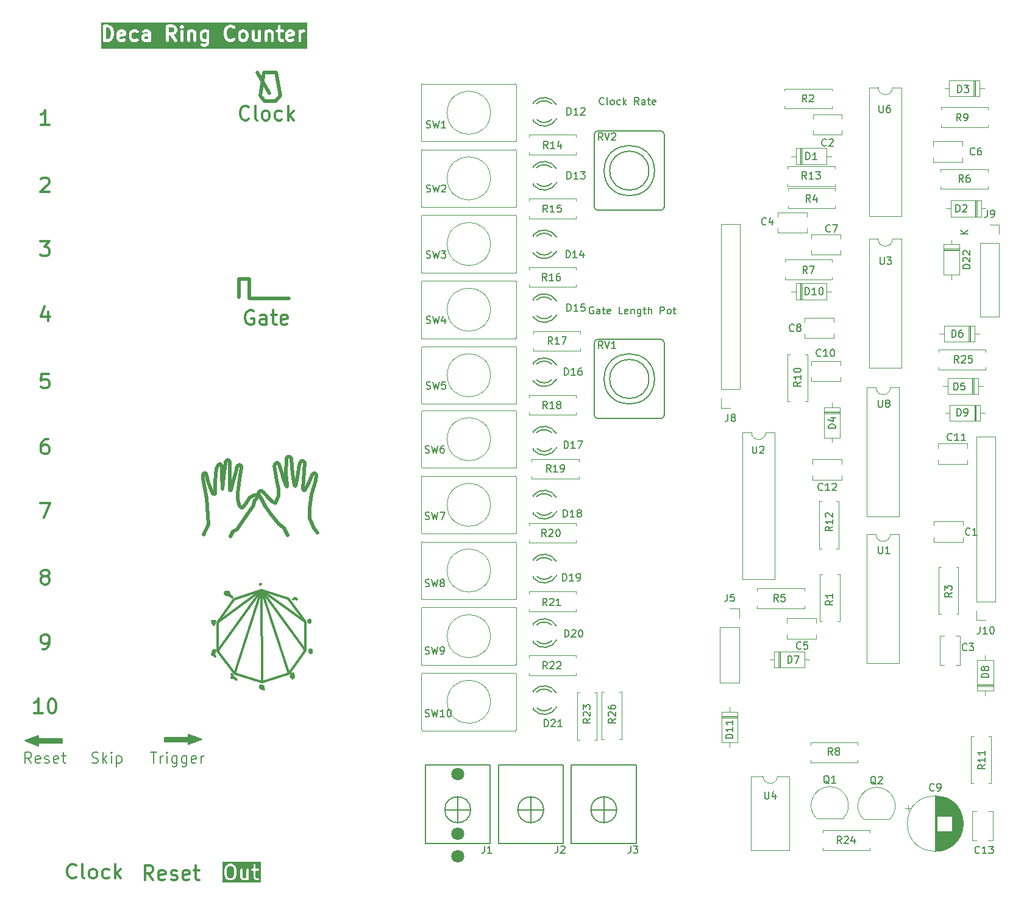
<source format=gbr>
%TF.GenerationSoftware,KiCad,Pcbnew,7.0.9-7.0.9~ubuntu22.04.1*%
%TF.CreationDate,2024-01-18T19:04:47-05:00*%
%TF.ProjectId,deca-ring-counter,64656361-2d72-4696-9e67-2d636f756e74,rev?*%
%TF.SameCoordinates,Original*%
%TF.FileFunction,Legend,Top*%
%TF.FilePolarity,Positive*%
%FSLAX46Y46*%
G04 Gerber Fmt 4.6, Leading zero omitted, Abs format (unit mm)*
G04 Created by KiCad (PCBNEW 7.0.9-7.0.9~ubuntu22.04.1) date 2024-01-18 19:04:47*
%MOMM*%
%LPD*%
G01*
G04 APERTURE LIST*
%ADD10C,0.359999*%
%ADD11C,0.539999*%
%ADD12C,0.150000*%
%ADD13C,0.500000*%
%ADD14C,0.300000*%
%ADD15C,0.400000*%
%ADD16C,0.200000*%
%ADD17C,0.120000*%
%ADD18C,0.125000*%
%ADD19C,0.127000*%
%ADD20C,1.800000*%
G04 APERTURE END LIST*
D10*
X54035000Y-115651525D02*
X54035289Y-115657344D01*
D11*
X66483222Y-93204013D02*
X66496085Y-93221621D01*
D10*
X67481202Y-119652294D02*
X67485252Y-119659454D01*
D11*
X54096857Y-97698209D02*
X54096696Y-95898639D01*
D10*
X65192609Y-112162322D02*
X65202442Y-112171717D01*
D11*
X54454628Y-93816687D02*
X54487370Y-93764327D01*
D10*
X55654421Y-111319955D02*
X55677086Y-111313456D01*
X54013510Y-119406030D02*
X54024998Y-119403475D01*
X55688596Y-111707742D02*
X55678375Y-111706763D01*
D11*
X55604012Y-93190390D02*
X55619613Y-93158725D01*
D10*
X67333126Y-115292543D02*
X67334044Y-115309704D01*
D11*
X66601792Y-97191107D02*
X66869904Y-96601710D01*
X67846897Y-94818499D02*
X67863686Y-94815220D01*
X54971234Y-93632423D02*
X54983471Y-93646996D01*
X67643578Y-94961557D02*
X67660885Y-94941485D01*
D10*
X55516344Y-111476631D02*
X55517572Y-111463272D01*
D11*
X62580987Y-93410750D02*
X62597051Y-93401632D01*
X60299247Y-97324994D02*
X60323453Y-97308938D01*
D10*
X60517228Y-124318789D02*
X60537276Y-124314514D01*
D11*
X57603935Y-95067679D02*
X57442898Y-96330521D01*
X67609039Y-95007587D02*
X67629062Y-94979808D01*
X55706652Y-93034725D02*
X55720331Y-93021759D01*
D10*
X65229952Y-112195112D02*
X65247477Y-112208219D01*
X67437299Y-119366004D02*
X67452925Y-119376144D01*
X55629938Y-111695784D02*
X55623570Y-111693360D01*
X55540394Y-111398978D02*
X55548862Y-111387057D01*
X53931786Y-115574930D02*
X53944349Y-115577698D01*
X54046482Y-119401227D02*
X54056238Y-119401763D01*
X53966129Y-115584174D02*
X53982741Y-115590655D01*
X67502704Y-119723800D02*
X67502315Y-119732551D01*
X55792345Y-111645428D02*
X55715372Y-111708268D01*
X56161325Y-111833569D02*
X56170191Y-111835297D01*
X65185492Y-112155058D02*
X65192609Y-112162322D01*
X53788925Y-115601562D02*
X53794224Y-115596948D01*
D11*
X59863045Y-97845272D02*
X59880199Y-97852809D01*
D10*
X64977091Y-122931538D02*
X64988182Y-122936688D01*
D11*
X68170488Y-95007327D02*
X68176875Y-95024554D01*
D10*
X60651628Y-124345388D02*
X60654464Y-124354179D01*
X53774276Y-115709590D02*
X53772065Y-115702543D01*
D11*
X60394867Y-97276205D02*
X60418140Y-97269968D01*
D10*
X54001368Y-119735726D02*
X53986653Y-119767960D01*
X67184904Y-115206671D02*
X67199552Y-115200425D01*
X53769513Y-115633704D02*
X53771445Y-115627980D01*
D11*
X53211272Y-101943344D02*
X52973084Y-98250885D01*
D10*
X56054599Y-111469407D02*
X56059585Y-111484781D01*
D11*
X66169070Y-93080675D02*
X66188729Y-93073711D01*
X52965896Y-95200496D02*
X52997873Y-95310579D01*
D10*
X55782193Y-111298678D02*
X55806608Y-111298612D01*
D11*
X66241963Y-93061185D02*
X66249451Y-93060413D01*
X62527796Y-94786402D02*
X62372619Y-93793384D01*
D10*
X67502413Y-119715179D02*
X67502704Y-119723800D01*
X65301680Y-112241507D02*
X65314226Y-112247807D01*
D11*
X52447453Y-94965755D02*
X52456419Y-94943334D01*
X66296027Y-93067719D02*
X66314361Y-93073442D01*
D10*
X56062731Y-111496734D02*
X56064844Y-111507237D01*
D11*
X64174192Y-92531934D02*
X64188743Y-92519368D01*
D10*
X55715061Y-111489076D02*
X55792345Y-111645428D01*
D11*
X68131016Y-95809284D02*
X67860619Y-96672626D01*
D10*
X60413371Y-124386666D02*
X60417223Y-124378548D01*
D11*
X52997873Y-95310579D02*
X53042761Y-95479623D01*
D10*
X67453103Y-119614683D02*
X67462881Y-119626123D01*
X67501488Y-119706700D02*
X67502413Y-119715179D01*
D11*
X55681169Y-93063160D02*
X55693598Y-93048571D01*
D10*
X67132511Y-115251523D02*
X67140432Y-115241001D01*
D11*
X57376650Y-93693150D02*
X57391875Y-93684882D01*
D10*
X65355104Y-112264988D02*
X65369779Y-112269955D01*
X54085877Y-119417659D02*
X54090339Y-119425644D01*
X67506661Y-119422141D02*
X67517087Y-119432985D01*
X67379345Y-119343788D02*
X67387771Y-119345295D01*
X53877369Y-119470341D02*
X53909423Y-119451292D01*
X67237779Y-119475353D02*
X67243090Y-119461878D01*
X65247477Y-112208219D02*
X65257149Y-112214928D01*
X67495379Y-119682229D02*
X67497924Y-119690213D01*
X65214915Y-112182796D02*
X65229952Y-112195112D01*
D11*
X66431338Y-93146363D02*
X66444284Y-93158962D01*
D10*
X67454369Y-119779768D02*
X67444210Y-119779302D01*
D11*
X57347246Y-93711222D02*
X57361760Y-93701962D01*
X57520709Y-93649997D02*
X57537065Y-93651002D01*
D10*
X54000347Y-115599277D02*
X54003957Y-115601408D01*
X60626658Y-124318565D02*
X60635145Y-124323817D01*
D11*
X66257623Y-93060746D02*
X66267298Y-93061789D01*
X59577999Y-98655521D02*
X59462158Y-99287281D01*
D10*
X65278265Y-112228381D02*
X65289690Y-112235013D01*
X55642660Y-111699837D02*
X55636312Y-111697938D01*
D11*
X55019173Y-94920911D02*
X55100000Y-97000000D01*
X57759470Y-93804773D02*
X57766668Y-93820760D01*
D10*
X55581897Y-111667525D02*
X55576749Y-111662380D01*
X65433467Y-112284536D02*
X65450590Y-112286580D01*
X67499976Y-119698374D02*
X67501488Y-119706700D01*
D11*
X62565543Y-93421538D02*
X62580987Y-93410750D01*
X55765141Y-92989484D02*
X55781341Y-92981386D01*
D10*
X56025238Y-111410592D02*
X56037762Y-111431528D01*
X54021998Y-115708244D02*
X54017404Y-115717053D01*
D11*
X63663956Y-102434396D02*
X62952541Y-101839862D01*
D10*
X54073175Y-119406731D02*
X54080116Y-119411393D01*
X53848162Y-115574799D02*
X53856514Y-115573287D01*
D11*
X52973084Y-98250885D02*
X52697093Y-96917338D01*
X56096304Y-93106882D02*
X56108692Y-93128204D01*
D10*
X67140432Y-115241001D02*
X67149565Y-115231176D01*
D11*
X59142484Y-98069706D02*
X59210750Y-98024186D01*
X60009510Y-98000092D02*
X60019307Y-98027149D01*
D10*
X64887574Y-122929626D02*
X64904584Y-122927249D01*
X67372592Y-119759902D02*
X67346853Y-119749037D01*
X60445626Y-124348226D02*
X60456433Y-124341425D01*
X54033212Y-115676922D02*
X54031398Y-115684180D01*
X67330953Y-115274632D02*
X67333126Y-115292543D01*
X54017404Y-115717053D02*
X54012010Y-115726267D01*
X55756309Y-111300240D02*
X55782193Y-111298678D01*
D11*
X57709540Y-93730387D02*
X57721548Y-93744153D01*
X68099796Y-94892342D02*
X68109046Y-94902621D01*
X52547286Y-94831290D02*
X52838236Y-94831290D01*
D10*
X67274591Y-119402164D02*
X67279711Y-119394954D01*
D11*
X55061663Y-93804583D02*
X55069252Y-93831547D01*
X52838236Y-94831290D02*
X52885544Y-94955578D01*
D10*
X64848096Y-123304968D02*
X64664733Y-123071870D01*
D11*
X66444284Y-93158962D02*
X66457276Y-93172735D01*
X60371301Y-97284684D02*
X60394867Y-97276205D01*
X59746645Y-98462761D02*
X59681063Y-98542078D01*
D10*
X67472340Y-119777605D02*
X67463776Y-119779229D01*
X60604591Y-124311578D02*
X60616506Y-124314452D01*
X55697542Y-111708264D02*
X55688596Y-111707742D01*
X53918252Y-115572726D02*
X53931786Y-115574930D01*
D11*
X54586489Y-93647128D02*
X54609360Y-93627541D01*
X66291327Y-96893937D02*
X66363718Y-97207184D01*
D10*
X53771445Y-115627980D02*
X53773853Y-115622359D01*
D11*
X57177453Y-93893754D02*
X57189164Y-93862037D01*
D10*
X55967218Y-111349205D02*
X55979263Y-111358716D01*
D11*
X54564648Y-93668250D02*
X54586489Y-93647128D01*
D10*
X67225904Y-119511986D02*
X67227775Y-119505244D01*
D11*
X67256000Y-99601865D02*
X67207281Y-101043271D01*
D10*
X53903850Y-115571272D02*
X53918252Y-115572726D01*
D11*
X59960525Y-98147116D02*
X59927080Y-98205379D01*
X66099302Y-93115001D02*
X66124079Y-93101055D01*
X57649939Y-93684228D02*
X57666672Y-93694210D01*
X52395020Y-95438440D02*
X52393464Y-95356772D01*
D10*
X56037762Y-111431528D02*
X56047437Y-111451394D01*
D11*
X60528776Y-97267472D02*
X60549483Y-97271721D01*
X62932898Y-93472221D02*
X62953389Y-93492785D01*
D10*
X55587312Y-111672274D02*
X55581897Y-111667525D01*
D11*
X57504311Y-93650411D02*
X57520709Y-93649997D01*
X60643783Y-97308917D02*
X60676464Y-97328601D01*
D10*
X60656752Y-124373552D02*
X60656405Y-124383932D01*
X67492387Y-119674434D02*
X67495379Y-119682229D01*
X54008424Y-115604489D02*
X54013411Y-115608576D01*
X60398012Y-110213623D02*
X60407273Y-110328916D01*
D11*
X62941395Y-97019107D02*
X62658812Y-95849851D01*
D10*
X60616506Y-124314452D02*
X60626658Y-124318565D01*
X60468905Y-124335032D02*
X60483134Y-124329097D01*
D11*
X62427526Y-93626319D02*
X62444558Y-93588075D01*
X66470271Y-93187735D02*
X66483222Y-93204013D01*
X60340336Y-97990091D02*
X60289974Y-97904174D01*
D10*
X67120041Y-115274336D02*
X67125736Y-115262661D01*
X60656405Y-124383932D02*
X60655198Y-124394638D01*
X60606947Y-124517372D02*
X60600432Y-124528289D01*
D11*
X56081657Y-93084869D02*
X56096304Y-93106882D01*
X60157713Y-97629639D02*
X60147392Y-97597134D01*
X65977579Y-93216933D02*
X65991467Y-93202000D01*
D10*
X64780269Y-122887601D02*
X64788577Y-122896635D01*
X65369779Y-112269955D02*
X65384962Y-112274450D01*
D11*
X54768826Y-93552784D02*
X54792924Y-93551396D01*
D10*
X54035115Y-115663511D02*
X54034437Y-115670035D01*
D11*
X57801828Y-93968324D02*
X57803978Y-94005484D01*
X67715327Y-94888690D02*
X67727973Y-94878498D01*
D10*
X67249412Y-119447381D02*
X67256760Y-119432303D01*
D11*
X56189807Y-96054920D02*
X56123120Y-97122736D01*
D10*
X67467837Y-119387230D02*
X67481873Y-119398861D01*
X67134458Y-115508942D02*
X67130513Y-115498185D01*
X67434186Y-119595561D02*
X67443413Y-119604464D01*
X64726843Y-122701526D02*
X64728290Y-122731875D01*
D11*
X52466302Y-94922175D02*
X52477146Y-94902449D01*
X64626361Y-92598102D02*
X64646595Y-92618432D01*
X57721548Y-93744153D02*
X57732496Y-93758585D01*
D10*
X60635145Y-124323817D02*
X60642069Y-124330106D01*
D11*
X55100000Y-97000000D02*
X55280400Y-95325373D01*
X64484640Y-92503949D02*
X64501688Y-92511328D01*
X57270417Y-93770722D02*
X57293795Y-93750785D01*
X64897721Y-94891001D02*
X65117635Y-96524805D01*
X65262499Y-96574784D02*
X65528451Y-95309644D01*
D10*
X67543009Y-119463126D02*
X67408106Y-119574050D01*
X54034292Y-115646049D02*
X54035000Y-115651525D01*
X67462881Y-119626123D02*
X67467686Y-119632272D01*
X55615186Y-111335583D02*
X55633815Y-111327352D01*
D11*
X55039168Y-93742806D02*
X55051716Y-93774636D01*
D10*
X67334044Y-115309704D02*
X67334043Y-115325386D01*
D11*
X60203328Y-97739260D02*
X60170625Y-97664331D01*
D10*
X67494869Y-119410632D02*
X67506661Y-119422141D01*
D11*
X56034544Y-93031358D02*
X56045213Y-93041541D01*
D10*
X67327189Y-115256705D02*
X67329291Y-115265625D01*
D11*
X59944865Y-97898917D02*
X59959557Y-97914943D01*
X67830490Y-94822954D02*
X67846897Y-94818499D01*
X61916503Y-100585031D02*
X61104216Y-99402069D01*
X57293795Y-93750785D02*
X57319516Y-93730693D01*
X57471559Y-93655108D02*
X57487914Y-93652147D01*
X55669363Y-93078357D02*
X55681169Y-93063160D01*
X62412833Y-93663387D02*
X62427526Y-93626319D01*
D10*
X55633815Y-111327352D02*
X55654421Y-111319955D01*
X67130513Y-115498185D02*
X67121515Y-115469305D01*
D11*
X54912727Y-93583148D02*
X54928849Y-93593839D01*
D10*
X64738594Y-122797666D02*
X64745413Y-122821609D01*
X60537276Y-124314514D02*
X60557254Y-124311413D01*
X56230910Y-111853003D02*
X56252563Y-111861342D01*
X53776770Y-115616874D02*
X53780232Y-115611558D01*
X55890431Y-111311358D02*
X55908136Y-111317306D01*
D11*
X55924908Y-92972741D02*
X55941083Y-92977040D01*
D10*
X60421169Y-124466364D02*
X60417972Y-124459241D01*
X67309385Y-119363609D02*
X67316146Y-119358666D01*
X54090339Y-119425644D02*
X54093380Y-119435464D01*
D11*
X66393234Y-93115087D02*
X66405768Y-93124477D01*
D10*
X64988182Y-122936688D02*
X64998246Y-122943018D01*
X54066053Y-119568205D02*
X54049251Y-119616106D01*
D11*
X64203913Y-92508155D02*
X64219702Y-92498449D01*
D10*
X54023589Y-115619989D02*
X54025929Y-115623558D01*
X65057410Y-123083598D02*
X65058509Y-123106214D01*
D11*
X52403561Y-95170063D02*
X52410501Y-95117220D01*
X59636261Y-97842398D02*
X59657285Y-97837015D01*
X56011252Y-93012377D02*
X56023227Y-93021608D01*
D10*
X54031784Y-115636096D02*
X54033206Y-115640908D01*
D11*
X68184823Y-95050207D02*
X68187234Y-95059888D01*
X54739546Y-93559212D02*
X54768826Y-93552784D01*
X64010401Y-92839899D02*
X64015356Y-92822776D01*
D10*
X53700000Y-120000000D02*
X53864971Y-119478324D01*
D11*
X58905627Y-98252826D02*
X58989906Y-98183471D01*
D10*
X67121515Y-115469305D02*
X67116450Y-115449659D01*
X55545890Y-111611160D02*
X55537080Y-111590270D01*
D11*
X52885544Y-94955578D02*
X52928276Y-95080405D01*
D10*
X65039759Y-122999728D02*
X65043976Y-123011297D01*
X53935718Y-115841100D02*
X53934606Y-115843099D01*
D11*
X62444558Y-93588075D02*
X62463951Y-93549864D01*
X57751408Y-93789006D02*
X57759470Y-93804773D01*
X60147392Y-97597134D02*
X60139886Y-97567071D01*
D10*
X64745413Y-122821609D02*
X64749627Y-122833480D01*
X53909423Y-119451292D02*
X53930415Y-119439914D01*
X53982741Y-115590655D02*
X53997053Y-115597639D01*
X67444210Y-119779302D02*
X67433391Y-119777911D01*
D11*
X60589168Y-97283833D02*
X60608067Y-97291414D01*
D10*
X56194521Y-111841343D02*
X56211421Y-111846391D01*
D11*
X54943954Y-93605707D02*
X54958072Y-93618614D01*
D10*
X64964927Y-122927675D02*
X64977091Y-122931538D01*
X67302999Y-115210131D02*
X67308619Y-115216609D01*
D11*
X55561114Y-93302570D02*
X55565845Y-93287218D01*
X65528451Y-95309644D02*
X65729542Y-94237113D01*
D10*
X56402178Y-123268554D02*
X56452287Y-123148944D01*
X67263062Y-115190476D02*
X67272767Y-115192404D01*
D11*
X66357170Y-93092495D02*
X66368890Y-93099147D01*
X57455287Y-93659197D02*
X57471559Y-93655108D01*
X62485725Y-93512896D02*
X62497511Y-93495256D01*
D10*
X67331555Y-115358682D02*
X67305628Y-115511030D01*
D11*
X64678306Y-92654875D02*
X64697805Y-92680932D01*
X64646595Y-92618432D02*
X64663936Y-92637594D01*
X67193323Y-96085389D02*
X67602083Y-95018296D01*
D10*
X67313548Y-115223723D02*
X67317827Y-115231380D01*
D11*
X55871890Y-92966938D02*
X55890324Y-92967604D01*
X54425703Y-93869921D02*
X54454628Y-93816687D01*
X52439362Y-94989267D02*
X52447453Y-94965755D01*
X62946197Y-97910794D02*
X62941395Y-97019107D01*
D10*
X54025833Y-115699834D02*
X54021998Y-115708244D01*
X64664733Y-123071870D02*
X64959488Y-122945176D01*
X55523121Y-111436867D02*
X55527605Y-111423946D01*
X55617240Y-111690650D02*
X55610982Y-111687640D01*
X54021125Y-115616713D02*
X54023589Y-115619989D01*
D11*
X67934255Y-94815900D02*
X67952653Y-94820029D01*
X60549483Y-97271721D02*
X60569627Y-97277221D01*
D10*
X55522422Y-111542479D02*
X55519848Y-111529644D01*
D11*
X56118915Y-93148144D02*
X56127069Y-93166010D01*
D10*
X56643078Y-123123504D02*
X56550858Y-123279454D01*
X56435729Y-122745815D02*
X56643078Y-123123504D01*
X54088938Y-119495382D02*
X54083074Y-119516095D01*
X53943502Y-115828833D02*
X53935718Y-115841100D01*
X65486209Y-112288355D02*
X65504686Y-112287974D01*
D11*
X68043735Y-94847825D02*
X68056311Y-94855546D01*
D10*
X55806608Y-111298612D02*
X55829598Y-111299946D01*
D11*
X57439141Y-93664316D02*
X57455287Y-93659197D01*
X60682313Y-98500925D02*
X60590878Y-98372893D01*
D10*
X67501198Y-119741420D02*
X67499307Y-119750396D01*
D11*
X54360952Y-94019833D02*
X54378951Y-93972999D01*
D10*
X60626098Y-123875676D02*
X56851016Y-122682868D01*
D11*
X60289974Y-97904174D02*
X60243708Y-97819885D01*
D10*
X64726900Y-122689902D02*
X64726843Y-122701526D01*
X67517087Y-119432985D02*
X67525984Y-119442761D01*
X65043976Y-123011297D02*
X65047549Y-123023182D01*
X67496333Y-119758650D02*
X67492057Y-119765418D01*
D11*
X55734638Y-93009806D02*
X55749574Y-92999002D01*
X63634678Y-95540119D02*
X63943792Y-96529429D01*
D10*
X55571899Y-111656826D02*
X55567380Y-111650845D01*
X56300659Y-111883848D02*
X56313371Y-111890807D01*
D11*
X64370066Y-92479175D02*
X64390574Y-92480536D01*
D10*
X53944349Y-115577698D02*
X53955832Y-115580842D01*
X55519848Y-111529644D02*
X55517872Y-111516579D01*
D11*
X61453009Y-98150095D02*
X62049140Y-98741645D01*
D10*
X67296695Y-119374986D02*
X67302902Y-119369067D01*
X55563226Y-111644424D02*
X55554821Y-111629378D01*
X67296646Y-115204380D02*
X67302999Y-115210131D01*
X53872875Y-115571365D02*
X53888689Y-115570756D01*
D11*
X59998539Y-97975444D02*
X60009510Y-98000092D01*
D10*
X60654105Y-124758825D02*
X60786278Y-124691095D01*
D11*
X62735159Y-93373556D02*
X62751577Y-93374593D01*
X59759330Y-97825740D02*
X59776223Y-97826446D01*
D10*
X55911876Y-111707847D02*
X56161325Y-111833569D01*
D11*
X55014934Y-93693931D02*
X55023774Y-93710190D01*
X59657285Y-97837015D02*
X59682572Y-97831915D01*
X52928276Y-95080405D02*
X52965896Y-95200496D01*
X65789259Y-93833126D02*
X65819704Y-93669045D01*
X59776223Y-97826446D02*
X59793403Y-97828036D01*
X64697805Y-92680932D02*
X64704448Y-92690888D01*
D10*
X67115359Y-115286469D02*
X67120041Y-115274336D01*
D11*
X65729542Y-94237113D02*
X65745477Y-94115905D01*
D10*
X67104819Y-115351215D02*
X67105432Y-115337987D01*
X54030069Y-115631605D02*
X54031784Y-115636096D01*
D11*
X58989906Y-98183471D02*
X59068864Y-98122616D01*
D10*
X53773853Y-115622359D02*
X53776770Y-115616874D01*
X65047549Y-123023182D02*
X65050525Y-123035277D01*
X54036029Y-119401836D02*
X54046482Y-119401227D01*
X67334043Y-115325386D02*
X67332625Y-115349382D01*
X56038388Y-111585653D02*
X55911876Y-111707847D01*
D11*
X64174958Y-103388870D02*
X63663956Y-102434396D01*
D10*
X53851711Y-115330145D02*
X53778059Y-115719552D01*
D11*
X62751577Y-93374593D02*
X62767747Y-93376972D01*
D10*
X60438355Y-124495528D02*
X60431607Y-124485346D01*
D11*
X57074929Y-94250001D02*
X57112172Y-94112883D01*
D10*
X53977509Y-119418042D02*
X54001685Y-119409387D01*
D11*
X62550714Y-93433847D02*
X62565543Y-93421538D01*
X64160260Y-92545699D02*
X64174192Y-92531934D01*
X66869904Y-96601710D02*
X67193323Y-96085389D01*
X67863686Y-94815220D02*
X67880836Y-94813219D01*
D10*
X60436393Y-124355388D02*
X60445626Y-124348226D01*
D11*
X57319516Y-93730693D02*
X57347246Y-93711222D01*
X62372619Y-93793384D02*
X62377031Y-93775716D01*
D10*
X56170191Y-111835297D02*
X56194521Y-111841343D01*
D11*
X66019179Y-93175038D02*
X66046574Y-93151728D01*
X68187234Y-95059888D02*
X68131016Y-95809284D01*
D10*
X65202442Y-112171717D02*
X65214915Y-112182796D01*
X64728290Y-122731875D02*
X64730336Y-122751951D01*
D11*
X68162313Y-94988015D02*
X68170488Y-95007327D01*
X59620279Y-97847251D02*
X59636261Y-97842398D01*
D10*
X65057003Y-123157540D02*
X65055809Y-123169369D01*
X60647529Y-124337330D02*
X60651628Y-124345388D01*
X64951642Y-122925207D02*
X64964927Y-122927675D01*
X67467686Y-119632272D02*
X67472373Y-119638691D01*
X60449539Y-124509945D02*
X60444081Y-124503280D01*
D11*
X56627122Y-95780243D02*
X56981381Y-94611454D01*
X67602083Y-95018296D02*
X67609039Y-95007587D01*
D12*
X29600000Y-131700000D02*
X32900000Y-131700000D01*
X32900000Y-132300000D01*
X29600000Y-132300000D01*
X29600000Y-132700000D01*
X27700000Y-132000000D01*
X29600000Y-131300000D01*
X29600000Y-131700000D01*
G36*
X29600000Y-131700000D02*
G01*
X32900000Y-131700000D01*
X32900000Y-132300000D01*
X29600000Y-132300000D01*
X29600000Y-132700000D01*
X27700000Y-132000000D01*
X29600000Y-131300000D01*
X29600000Y-131700000D01*
G37*
D10*
X67408106Y-119574050D02*
X67413028Y-119577679D01*
X56378394Y-111934603D02*
X56391320Y-111945304D01*
X60423947Y-110279914D02*
X60501856Y-110231723D01*
X64856871Y-122929410D02*
X64871682Y-122930311D01*
X67116450Y-115449659D02*
X67111716Y-115427392D01*
D11*
X55998606Y-93003752D02*
X56011252Y-93012377D01*
D10*
X55598453Y-111344585D02*
X55615186Y-111335583D01*
D11*
X64219702Y-92498449D02*
X64236110Y-92490404D01*
X66324363Y-93077176D02*
X66334862Y-93081561D01*
X68133171Y-94934780D02*
X68140062Y-94945675D01*
X55580108Y-93246936D02*
X55590849Y-93220155D01*
D10*
X64788577Y-122896635D02*
X64797701Y-122904826D01*
X64381318Y-122621744D02*
X60626098Y-123875676D01*
X67240780Y-115190263D02*
X67252413Y-115189732D01*
X67488996Y-119666838D02*
X67492387Y-119674434D01*
X55677086Y-111313456D02*
X55701890Y-111307915D01*
X65450590Y-112286580D02*
X65468173Y-112287872D01*
D11*
X57391875Y-93684882D02*
X57407393Y-93677256D01*
D10*
X67108768Y-115311790D02*
X67111623Y-115298980D01*
D11*
X62829428Y-93397812D02*
X62843966Y-93405334D01*
X58147451Y-99301114D02*
X58419981Y-98922754D01*
X57232031Y-93807017D02*
X57249718Y-93789725D01*
X59606559Y-97852109D02*
X59620279Y-97847251D01*
D10*
X53765784Y-115662716D02*
X53765853Y-115656971D01*
X54092781Y-119477077D02*
X54088938Y-119495382D01*
X67214391Y-115195518D02*
X67228120Y-115192161D01*
X67233466Y-119487367D02*
X67237779Y-119475353D01*
D11*
X59891843Y-98261937D02*
X59855498Y-98316372D01*
D10*
X56352304Y-111915203D02*
X56365371Y-111924576D01*
X60626100Y-123875674D02*
X60522108Y-111064361D01*
X60408149Y-124411536D02*
X60408926Y-124403208D01*
X65054876Y-123059665D02*
X65057410Y-123083598D01*
X64871682Y-122930311D02*
X64887574Y-122929626D01*
D11*
X62390380Y-93729159D02*
X62400458Y-93698070D01*
X56190123Y-94318192D02*
X56189807Y-96054920D01*
X54877310Y-93565844D02*
X54895557Y-93573771D01*
D10*
X60590811Y-124310046D02*
X60604591Y-124311578D01*
X65007333Y-122950419D02*
X65015488Y-122958784D01*
D11*
X54543827Y-93690719D02*
X54564648Y-93668250D01*
D10*
X55701890Y-111307915D02*
X55728915Y-111303396D01*
D11*
X57794431Y-93915105D02*
X57798981Y-93943276D01*
D10*
X53766421Y-115673893D02*
X53765985Y-115668368D01*
X64297187Y-112257170D02*
X66650177Y-115441111D01*
X54003957Y-115601408D02*
X54008424Y-115604489D01*
D11*
X59897055Y-97861840D02*
X59913516Y-97872468D01*
X62522896Y-93462418D02*
X62536499Y-93447524D01*
X60705799Y-97349332D02*
X60731476Y-97369980D01*
X55890324Y-92967604D02*
X55907992Y-92969567D01*
D10*
X65340947Y-112259604D02*
X65355104Y-112264988D01*
D11*
X66545759Y-93306409D02*
X66557508Y-93331455D01*
X54711362Y-93568304D02*
X54739546Y-93559212D01*
X66557508Y-93331455D02*
X66470968Y-94530787D01*
X60418140Y-97269968D02*
X60441084Y-97265832D01*
X59681063Y-98542078D02*
X59627451Y-98602873D01*
D13*
X57400000Y-70300000D02*
X57400000Y-67800000D01*
D10*
X67502315Y-119732551D02*
X67501198Y-119741420D01*
X54080116Y-119411393D02*
X54085877Y-119417659D01*
X66682312Y-119400025D02*
X60522108Y-111064361D01*
D11*
X61104216Y-99402069D02*
X60682313Y-98500925D01*
D10*
X67499307Y-119750396D02*
X67496333Y-119758650D01*
X67324606Y-115247963D02*
X67327189Y-115256705D01*
X53766226Y-115651164D02*
X53766938Y-115645328D01*
D11*
X67986101Y-94825235D02*
X68001642Y-94829479D01*
X62536269Y-98968686D02*
X62946197Y-97910794D01*
X63962821Y-94907645D02*
X64010401Y-92839899D01*
X65936204Y-93267936D02*
X65949912Y-93249868D01*
D10*
X53766938Y-115645328D02*
X53768022Y-115639497D01*
X67199552Y-115200425D02*
X67214391Y-115195518D01*
X53806901Y-115588652D02*
X53814347Y-115585036D01*
X54094881Y-119447233D02*
X54094722Y-119461066D01*
D11*
X57742433Y-93773574D02*
X57751408Y-93789006D01*
D10*
X67105432Y-115337987D02*
X67106726Y-115324818D01*
X53856514Y-115573287D02*
X53872875Y-115571365D01*
D13*
X58900000Y-67800000D02*
X58900000Y-70500000D01*
D11*
X57423162Y-93670368D02*
X57439141Y-93664316D01*
X64085648Y-96661887D02*
X64108266Y-96394159D01*
X59507032Y-97875131D02*
X59562240Y-97859378D01*
X62814510Y-93391111D02*
X62829428Y-93397812D01*
X62497511Y-93495256D02*
X62509901Y-93478379D01*
D10*
X60483134Y-124329097D02*
X60499211Y-124323666D01*
X55516039Y-111490010D02*
X55516344Y-111476631D01*
D11*
X54321230Y-94146787D02*
X54327411Y-94123466D01*
X59991495Y-98087567D02*
X59960525Y-98147116D01*
D10*
X55519804Y-111449997D02*
X55523121Y-111436867D01*
X53839712Y-115576709D02*
X53848162Y-115574799D01*
D11*
X68068189Y-94863938D02*
X68079385Y-94872921D01*
X64041366Y-92748290D02*
X64054990Y-92715380D01*
X65914716Y-93314241D02*
X65936204Y-93267936D01*
X66206125Y-93068544D02*
X66220981Y-93064911D01*
X65963716Y-93232878D02*
X65977579Y-93216933D01*
X57612513Y-93668048D02*
X57631902Y-93675470D01*
D10*
X53794224Y-115596948D02*
X53800205Y-115592634D01*
D11*
X59742820Y-97825816D02*
X59759330Y-97825740D01*
X57232579Y-98443704D02*
X57506033Y-99392612D01*
X54524014Y-93714347D02*
X54543827Y-93690719D01*
D10*
X67346853Y-119749037D02*
X67321401Y-119737044D01*
X67463776Y-119779229D02*
X67454369Y-119779768D01*
D11*
X65873944Y-93437191D02*
X65893932Y-93371291D01*
X57834959Y-99628598D02*
X58147451Y-99301114D01*
X53058672Y-95545347D02*
X53208983Y-96130826D01*
X57198109Y-93843519D02*
X57207036Y-93833356D01*
D10*
X67149565Y-115231176D02*
X67159977Y-115222126D01*
X60412549Y-124444092D02*
X60410506Y-124436163D01*
D11*
X54684262Y-93579870D02*
X54711362Y-93568304D01*
X66418485Y-93134885D02*
X66431338Y-93146363D01*
D10*
X53964630Y-115796898D02*
X53943502Y-115828833D01*
D11*
X68056311Y-94855546D02*
X68068189Y-94863938D01*
X67769068Y-94850493D02*
X67783752Y-94842354D01*
X56127069Y-93166010D02*
X56137543Y-93192753D01*
X68152215Y-94967252D02*
X68162313Y-94988015D01*
D10*
X67302902Y-119369067D02*
X67309385Y-119363609D01*
D11*
X59429962Y-97904887D02*
X59471222Y-97887981D01*
D10*
X65400644Y-112278415D02*
X65416816Y-112281796D01*
D11*
X57506033Y-99392612D02*
X57834959Y-99628598D01*
D10*
X56252563Y-111861342D02*
X56275955Y-111871570D01*
D11*
X55720331Y-93021759D02*
X55734638Y-93009806D01*
D10*
X53888689Y-115570756D02*
X53903850Y-115571272D01*
D11*
X55078340Y-93872137D02*
X55080934Y-93887620D01*
X55956528Y-92982377D02*
X55971256Y-92988666D01*
D10*
X53778059Y-115719552D02*
X53776195Y-115714950D01*
D11*
X60590878Y-98372893D02*
X60498080Y-98237267D01*
D10*
X53937260Y-119861823D02*
X53919943Y-119889344D01*
D11*
X66470968Y-94530787D02*
X66291327Y-96893937D01*
X52456419Y-94943334D02*
X52466302Y-94922175D01*
D10*
X67497924Y-119690213D02*
X67499976Y-119698374D01*
X55610982Y-111687640D02*
X55604828Y-111684312D01*
D11*
X55985278Y-92995820D02*
X55998606Y-93003752D01*
D10*
X67285101Y-119387985D02*
X67290762Y-119381310D01*
X54016787Y-119699750D02*
X54001368Y-119735726D01*
X54013411Y-115608576D02*
X54015994Y-115611013D01*
D11*
X65117635Y-96524805D02*
X65262499Y-96574784D01*
X55658178Y-93094027D02*
X55669363Y-93078357D01*
X59880199Y-97852809D02*
X59897055Y-97861840D01*
D10*
X56211421Y-111846391D02*
X56230910Y-111853003D01*
X56699035Y-123124330D02*
X57058895Y-123472038D01*
D11*
X66147428Y-93089701D02*
X66169070Y-93080675D01*
X57804000Y-94019456D02*
X57603935Y-95067679D01*
D10*
X67106726Y-115324818D02*
X67108768Y-115311790D01*
X65289690Y-112235013D02*
X65301680Y-112241507D01*
X56365371Y-111924576D02*
X56378394Y-111934603D01*
X53919943Y-119889344D02*
X53904923Y-119910239D01*
X67332625Y-115349382D02*
X67331555Y-115358682D01*
X56047437Y-111451394D02*
X56054599Y-111469407D01*
D11*
X55781341Y-92981386D02*
X55798175Y-92974843D01*
X66457276Y-93172735D02*
X66470271Y-93187735D01*
X58634549Y-100503513D02*
X57141099Y-102567202D01*
D10*
X67290762Y-119381310D02*
X67296695Y-119374986D01*
X67370923Y-119342972D02*
X67379345Y-119343788D01*
X64759856Y-122856494D02*
X64765947Y-122867424D01*
D11*
X62631045Y-93389014D02*
X62648981Y-93385817D01*
X66496085Y-93221621D02*
X66508816Y-93240613D01*
X67703241Y-94899140D02*
X67715327Y-94888690D01*
D10*
X64830340Y-122923274D02*
X64843103Y-122927029D01*
X56059585Y-111484781D02*
X56062731Y-111496734D01*
D11*
X67814483Y-94828483D02*
X67830490Y-94822954D01*
X62910045Y-93451609D02*
X62932898Y-93472221D01*
X60243708Y-97819885D02*
X60203328Y-97739260D01*
D10*
X64818544Y-122918251D02*
X64830340Y-122923274D01*
D11*
X60170625Y-97664331D02*
X60157713Y-97629639D01*
D10*
X54093380Y-119435464D02*
X54094881Y-119447233D01*
D11*
X54983471Y-93646996D02*
X54994812Y-93662197D01*
X66363718Y-97207184D02*
X66601792Y-97191107D01*
D10*
X65267415Y-112221668D02*
X65278265Y-112228381D01*
D11*
X54609360Y-93627541D02*
X54633271Y-93609677D01*
X64015356Y-92822776D02*
X64030219Y-92777982D01*
D10*
X56326251Y-111898338D02*
X56339246Y-111906464D01*
X54083074Y-119516095D02*
X54066053Y-119568205D01*
D11*
X66533698Y-93282954D02*
X66545759Y-93306409D01*
X66345813Y-93086650D02*
X66357170Y-93092495D01*
D10*
X53930415Y-119439914D02*
X53953431Y-119428524D01*
X67296967Y-119724566D02*
X67254084Y-119700722D01*
D11*
X55483752Y-94065534D02*
X55561114Y-93302570D01*
D10*
X55583536Y-111354296D02*
X55598453Y-111344585D01*
D11*
X52530990Y-94841290D02*
X52547286Y-94831290D01*
D10*
X65314226Y-112247807D02*
X65327318Y-112253858D01*
D11*
X52557366Y-96049656D02*
X52395020Y-95438440D01*
D10*
X60410506Y-124436163D02*
X60409030Y-124428061D01*
D13*
X57400000Y-67800000D02*
X58900000Y-67800000D01*
D11*
X55637663Y-93126243D02*
X55658178Y-93094027D01*
D10*
X60431607Y-124485346D02*
X60424569Y-124473122D01*
D11*
X62767747Y-93376972D02*
X62783643Y-93380587D01*
X57591723Y-93662074D02*
X57612513Y-93668048D01*
X59562240Y-97859378D02*
X59595458Y-97853186D01*
D10*
X67472373Y-119638691D02*
X67476894Y-119645369D01*
D11*
X64030219Y-92777982D02*
X64041366Y-92748290D01*
X62648981Y-93385817D02*
X62667547Y-93384894D01*
X59929485Y-97884793D02*
X59944865Y-97898917D01*
X64134253Y-92576210D02*
X64146947Y-92560509D01*
X56055248Y-93052069D02*
X56064659Y-93062858D01*
D10*
X54012010Y-115726267D02*
X54005773Y-115735893D01*
X55516575Y-111503347D02*
X55516039Y-111490010D01*
D11*
X68001642Y-94829479D02*
X68016417Y-94834712D01*
X59068864Y-98122616D02*
X59142484Y-98069706D01*
D10*
X64765947Y-122867424D02*
X64772738Y-122877828D01*
D11*
X63014911Y-93568558D02*
X63358770Y-94611930D01*
D10*
X53814347Y-115585036D02*
X53822577Y-115581818D01*
X53780232Y-115611558D02*
X53784272Y-115606443D01*
D11*
X55798175Y-92974843D02*
X55815646Y-92969992D01*
X60347484Y-97295548D02*
X60371301Y-97284684D01*
X54346420Y-94061525D02*
X54360952Y-94019833D01*
X68016417Y-94834712D02*
X68030442Y-94840854D01*
X65764265Y-93987133D02*
X65789259Y-93833126D01*
D10*
X60417972Y-124459241D02*
X60415068Y-124451801D01*
X67452925Y-119376144D02*
X67467837Y-119387230D01*
D11*
X67754863Y-94859298D02*
X67769068Y-94850493D01*
D10*
X67422003Y-119775676D02*
X67397886Y-119768996D01*
D11*
X54792924Y-93551396D02*
X54815791Y-93552145D01*
D10*
X53955832Y-115580842D02*
X53966129Y-115584174D01*
X54465892Y-115540012D02*
X60522108Y-111064361D01*
D11*
X55619613Y-93158725D02*
X55637663Y-93126243D01*
X56555331Y-102946689D02*
X56216536Y-103568066D01*
D10*
X56851016Y-122682868D02*
X54498027Y-119498928D01*
X53822577Y-115581818D02*
X53831180Y-115579041D01*
D11*
X64110722Y-92609666D02*
X64122178Y-92592647D01*
X62536499Y-93447524D02*
X62550714Y-93433847D01*
D10*
X67279711Y-119394954D02*
X67285101Y-119387985D01*
X65029199Y-122977975D02*
X65034849Y-122988585D01*
D11*
X55941083Y-92977040D02*
X55956528Y-92982377D01*
D10*
X64754429Y-122845144D02*
X64759856Y-122856494D01*
D11*
X66124079Y-93101055D02*
X66147428Y-93089701D01*
D10*
X55728915Y-111303396D02*
X55756309Y-111300240D01*
X67265148Y-119417083D02*
X67274591Y-119402164D01*
D11*
X62613736Y-93394336D02*
X62631045Y-93389014D01*
X64501688Y-92511328D02*
X64518123Y-92519399D01*
X66521368Y-93261040D02*
X66533698Y-93282954D01*
X56318397Y-97173795D02*
X56627122Y-95780243D01*
D10*
X65015488Y-122958784D02*
X65022761Y-122968006D01*
X65257149Y-112214928D02*
X65267415Y-112221668D01*
X67323186Y-119354294D02*
X67330508Y-119350547D01*
X64733670Y-122774164D02*
X64738594Y-122797666D01*
D11*
X60783441Y-97420098D02*
X60794081Y-97432340D01*
X64054990Y-92715380D02*
X64071091Y-92680484D01*
D10*
X67404559Y-119350176D02*
X67412879Y-119353451D01*
D11*
X57537065Y-93651002D02*
X57553337Y-93653523D01*
X57249718Y-93789725D02*
X57270417Y-93770722D01*
D10*
X65327318Y-112253858D02*
X65340947Y-112259604D01*
D11*
X55005290Y-93677888D02*
X55014934Y-93693931D01*
D10*
X60639777Y-124449518D02*
X60631104Y-124470204D01*
X60410636Y-124394902D02*
X60413371Y-124386666D01*
D11*
X57112172Y-94112883D02*
X57147577Y-93988838D01*
D10*
X53768022Y-115639497D02*
X53769513Y-115633704D01*
X53784272Y-115606443D02*
X53788925Y-115601562D01*
D11*
X55590849Y-93220155D02*
X55604012Y-93190390D01*
X59828235Y-97834275D02*
X59845691Y-97839128D01*
X59855498Y-98316372D02*
X59818727Y-98368266D01*
X56064659Y-93062858D02*
X56081657Y-93084869D01*
D10*
X60424569Y-124473122D02*
X60421169Y-124466364D01*
D11*
X57553337Y-93653523D02*
X57569484Y-93657658D01*
X55833754Y-92966967D02*
X55852501Y-92965904D01*
X54658235Y-93593724D02*
X54684262Y-93579870D01*
X55051716Y-93774636D02*
X55061663Y-93804583D01*
X60569627Y-97277221D02*
X60589168Y-97283833D01*
D10*
X60409030Y-124428061D02*
X60408214Y-124419836D01*
X56452627Y-112009636D02*
X56463852Y-112024808D01*
X55570352Y-111364654D02*
X55583536Y-111354296D01*
D11*
X65745477Y-94115905D02*
X65764265Y-93987133D01*
D10*
X67171735Y-115213931D02*
X67184904Y-115206671D01*
D11*
X67783752Y-94842354D02*
X67798898Y-94834984D01*
X57207036Y-93833356D02*
X57232031Y-93807017D01*
D10*
X53769836Y-115694069D02*
X53767863Y-115684432D01*
D11*
X55023774Y-93710190D02*
X55039168Y-93742806D01*
D10*
X60408926Y-124403208D02*
X60410636Y-124394902D01*
D11*
X60134216Y-97515286D02*
X60136499Y-97494074D01*
D10*
X67338112Y-119347480D02*
X67346002Y-119345150D01*
X64921518Y-122924886D02*
X64937188Y-122924241D01*
D11*
X68117680Y-94913173D02*
X68125716Y-94923919D01*
X62783643Y-93380587D02*
X62799240Y-93385335D01*
D10*
X60444081Y-124503280D02*
X60438355Y-124495528D01*
D11*
X67207281Y-101043271D02*
X67849573Y-102441226D01*
D10*
X54032788Y-119659915D02*
X54016787Y-119699750D01*
X55592960Y-111676645D02*
X55587312Y-111672274D01*
D11*
X52515872Y-94853576D02*
X52530990Y-94841290D01*
D10*
X60408214Y-124419836D02*
X60408149Y-124411536D01*
D11*
X64390574Y-92480536D02*
X64410531Y-92483123D01*
D10*
X54024998Y-119403475D02*
X54036029Y-119401836D01*
D11*
X57803978Y-94005484D02*
X57804000Y-94019456D01*
X59383269Y-97926405D02*
X59429962Y-97904887D01*
D10*
X60655198Y-124394638D02*
X60653231Y-124405570D01*
D11*
X53208983Y-96130826D02*
X53757819Y-97703006D01*
D10*
X55678375Y-111706763D02*
X55667139Y-111705202D01*
D11*
X59331159Y-97953091D02*
X59383269Y-97926405D01*
D10*
X67321499Y-115239491D02*
X67324606Y-115247963D01*
D11*
X53757819Y-97703006D02*
X54096857Y-97698209D01*
X52395672Y-95271083D02*
X52398733Y-95221806D01*
D10*
X60522108Y-111064361D02*
X56851018Y-122682868D01*
D11*
X66380926Y-93106661D02*
X66393234Y-93115087D01*
X63943792Y-96529429D02*
X64085648Y-96661887D01*
X67880836Y-94813219D02*
X67898327Y-94812597D01*
X66220981Y-93064911D02*
X66241963Y-93061185D01*
X65854847Y-93510047D02*
X65873944Y-93437191D01*
X68140062Y-94945675D02*
X68152215Y-94967252D01*
X64466991Y-92497349D02*
X64484640Y-92503949D01*
X55971256Y-92988666D02*
X55985278Y-92995820D01*
X58419981Y-98922754D02*
X58905627Y-98252826D01*
X64704448Y-92690888D02*
X64763308Y-93919700D01*
X54857953Y-93559506D02*
X54877310Y-93565844D01*
X66405768Y-93124477D02*
X66418485Y-93134885D01*
D10*
X54028952Y-115691815D02*
X54025833Y-115699834D01*
D11*
X67860619Y-96672626D02*
X67495562Y-97754871D01*
X59913516Y-97872468D02*
X59929485Y-97884793D01*
X54096696Y-95898639D02*
X54321230Y-94146787D01*
X55852501Y-92965904D02*
X55871890Y-92966938D01*
X64108266Y-96394159D02*
X63962821Y-94907645D01*
X62597051Y-93401632D02*
X62613736Y-93394336D01*
X60753183Y-97389411D02*
X60783441Y-97420098D01*
D10*
X54018579Y-115613724D02*
X54021125Y-115616713D01*
D11*
X67969777Y-94822058D02*
X67986101Y-94825235D01*
X52538959Y-103348239D02*
X53211272Y-101943344D01*
D10*
X56064844Y-111507237D02*
X56038388Y-111585653D01*
D11*
X52501887Y-94867979D02*
X52515872Y-94853576D01*
X64349016Y-92479131D02*
X64370066Y-92479175D01*
D10*
X60499211Y-124323666D02*
X60517228Y-124318789D01*
X55908136Y-111317306D02*
X55924626Y-111324163D01*
D11*
X67849573Y-102441226D02*
X68356428Y-103081573D01*
D10*
X67397886Y-119768996D02*
X67372592Y-119759902D01*
D11*
X54895557Y-93573771D02*
X54912727Y-93583148D01*
D10*
X67485252Y-119659454D02*
X67488996Y-119666838D01*
D11*
X52419899Y-95064643D02*
X52432101Y-95013699D01*
X54815791Y-93552145D02*
X54837457Y-93554894D01*
D10*
X67412879Y-119353451D02*
X67421122Y-119357214D01*
D11*
X55080934Y-93887620D02*
X55019173Y-94920911D01*
X62952541Y-101839862D02*
X61916503Y-100585031D01*
X57631902Y-93675470D02*
X57649939Y-93684228D01*
X55069252Y-93831547D02*
X55078340Y-93872137D01*
D10*
X67289517Y-115199448D02*
X67296646Y-115204380D01*
X54065176Y-119403560D02*
X54073175Y-119406731D01*
D11*
X60463658Y-97263656D02*
X60485824Y-97263299D01*
D10*
X67330508Y-119350547D02*
X67338112Y-119347480D01*
D11*
X64448749Y-92491619D02*
X64466991Y-92497349D01*
X54837457Y-93554894D02*
X54857953Y-93559506D01*
D10*
X56313371Y-111890807D02*
X56326251Y-111898338D01*
X53864971Y-119478324D02*
X53877369Y-119470341D01*
X64937188Y-122924241D02*
X64951642Y-122925207D01*
D11*
X64549117Y-92537253D02*
X64577542Y-92556798D01*
D10*
X55554821Y-111629378D02*
X55545890Y-111611160D01*
D11*
X52477146Y-94902449D02*
X52488993Y-94884327D01*
X54487370Y-93764327D02*
X54505198Y-93738945D01*
D10*
X55851204Y-111302580D02*
X55871467Y-111306417D01*
D11*
X64603317Y-92577319D02*
X64626361Y-92598102D01*
D10*
X67111623Y-115298980D02*
X67115359Y-115286469D01*
X67443413Y-119604464D02*
X67453103Y-119614683D01*
X55529042Y-111567210D02*
X55522422Y-111542479D01*
D11*
X62463951Y-93549864D02*
X62485725Y-93512896D01*
X59595458Y-97853186D02*
X59606559Y-97852109D01*
D10*
X67492057Y-119765418D02*
X67486572Y-119770780D01*
D11*
X57225112Y-97625223D02*
X57232579Y-98443704D01*
X60485824Y-97263299D02*
X60507543Y-97264618D01*
D10*
X67433391Y-119777911D02*
X67422003Y-119775676D01*
D11*
X52398733Y-95221806D02*
X52403561Y-95170063D01*
D10*
X60522108Y-111064361D02*
X64381321Y-122621744D01*
D11*
X62885041Y-93431782D02*
X62910045Y-93451609D01*
D10*
X60522108Y-111064361D02*
X56766885Y-112318297D01*
X64797701Y-122904826D02*
X64807677Y-122912066D01*
D11*
X64429926Y-92486847D02*
X64448749Y-92491619D01*
X68125716Y-94923919D02*
X68133171Y-94934780D01*
X59273647Y-97985499D02*
X59331159Y-97953091D01*
X60676464Y-97328601D02*
X60705799Y-97349332D01*
D10*
X67486572Y-119770780D02*
X67479969Y-119774815D01*
D11*
X59627451Y-98602873D02*
X59577999Y-98655521D01*
X57798981Y-93943276D02*
X57801828Y-93968324D01*
X64289048Y-92477777D02*
X64307931Y-92477918D01*
D10*
X67104820Y-115364423D02*
X67104819Y-115351215D01*
X67429269Y-119361415D02*
X67437299Y-119366004D01*
X53800205Y-115592634D02*
X53806901Y-115588652D01*
D13*
X58900000Y-70500000D02*
X64400000Y-70500000D01*
D11*
X67916140Y-94813457D02*
X67934255Y-94815900D01*
D10*
X56416666Y-111968812D02*
X56428981Y-111981658D01*
D11*
X60323453Y-97308938D02*
X60347484Y-97295548D01*
D10*
X55567380Y-111650845D02*
X55563226Y-111644424D01*
X54498027Y-119498928D02*
X54465892Y-115540012D01*
D11*
X64122178Y-92592647D02*
X64134253Y-92576210D01*
X65819704Y-93669045D02*
X65836736Y-93587963D01*
X68089915Y-94882415D02*
X68099796Y-94892342D01*
D10*
X64730336Y-122751951D02*
X64733670Y-122774164D01*
X67107845Y-115403137D02*
X67105369Y-115377533D01*
X54005773Y-115735893D02*
X53964630Y-115796898D01*
X64749627Y-122833480D02*
X64754429Y-122845144D01*
X65034849Y-122988585D02*
X65039759Y-122999728D01*
X60654464Y-124354179D02*
X60656139Y-124363601D01*
D11*
X62799240Y-93385335D02*
X62814510Y-93391111D01*
D10*
X60522108Y-111064361D02*
X64297187Y-112257170D01*
X54028104Y-115627428D02*
X54030069Y-115631605D01*
X67111716Y-115427392D02*
X67107845Y-115403137D01*
X55623570Y-111693360D02*
X55617240Y-111690650D01*
D11*
X64327434Y-92480491D02*
X64349016Y-92479131D01*
D10*
X67425797Y-119588066D02*
X67434186Y-119595561D01*
D11*
X57778665Y-93852956D02*
X57787789Y-93884701D01*
D10*
X56009530Y-111389370D02*
X56017803Y-111399967D01*
X64772738Y-122877828D02*
X64780269Y-122887601D01*
X60631104Y-124470204D02*
X60622205Y-124488950D01*
D11*
X55815646Y-92969992D02*
X55833754Y-92966967D01*
X64270783Y-92479914D02*
X64289048Y-92477777D01*
X68030442Y-94840854D02*
X68043735Y-94847825D01*
D10*
X67243090Y-119461878D02*
X67249412Y-119447381D01*
D13*
X63200000Y-42300000D02*
X62500000Y-43100000D01*
X61000000Y-43100000D01*
X60400000Y-42300000D01*
X60900000Y-39100000D01*
X62600000Y-39100000D01*
X63200000Y-42300000D01*
D10*
X55533335Y-111411295D02*
X55540394Y-111398978D01*
X60642069Y-124330106D02*
X60647529Y-124337330D01*
X55537080Y-111590270D02*
X55529042Y-111567210D01*
D11*
X65991467Y-93202000D02*
X66005345Y-93188046D01*
D10*
X60650605Y-124416625D02*
X60647421Y-124427702D01*
D11*
X60608067Y-97291414D02*
X60643783Y-97308917D01*
X53042761Y-95479623D02*
X53058672Y-95545347D01*
X62400458Y-93698070D02*
X62412833Y-93663387D01*
D10*
X54498027Y-119498928D02*
X60522108Y-111064361D01*
X55517872Y-111516579D02*
X55516575Y-111503347D01*
X67362528Y-119342895D02*
X67370923Y-119342972D01*
X53765985Y-115668368D02*
X53765784Y-115662716D01*
D11*
X66046574Y-93151728D02*
X66073374Y-93131803D01*
X63358770Y-94611930D02*
X63634678Y-95540119D01*
X67898327Y-94812597D02*
X67916140Y-94813457D01*
X64253137Y-92484174D02*
X64270783Y-92479914D01*
X57682151Y-93705304D02*
X57696424Y-93717401D01*
D10*
X60397138Y-124599972D02*
X60654105Y-124758825D01*
D11*
X64533936Y-92528070D02*
X64549117Y-92537253D01*
X57442898Y-96330521D02*
X57225112Y-97625223D01*
X59471222Y-97887981D02*
X59507032Y-97875131D01*
X62701689Y-93375919D02*
X62718521Y-93373963D01*
X52432101Y-95013699D02*
X52439362Y-94989267D01*
D10*
X56017803Y-111399967D02*
X56025238Y-111410592D01*
X55636312Y-111697938D02*
X55629938Y-111695784D01*
D11*
X54928849Y-93593839D02*
X54943954Y-93605707D01*
X59711344Y-97827911D02*
X59742820Y-97825816D01*
X57189164Y-93862037D02*
X57198109Y-93843519D01*
X62971307Y-93512470D02*
X62986442Y-93530442D01*
X52488993Y-94884327D02*
X52501887Y-94867979D01*
X60441084Y-97265832D02*
X60463658Y-97263656D01*
X67798898Y-94834984D02*
X67814483Y-94828483D01*
X55749574Y-92999002D02*
X55765141Y-92989484D01*
D10*
X67321401Y-119737044D02*
X67296967Y-119724566D01*
D11*
X59810773Y-97830612D02*
X59828235Y-97834275D01*
D10*
X67228120Y-115192161D02*
X67240780Y-115190263D01*
X55954125Y-111340210D02*
X55967218Y-111349205D01*
X60647421Y-124427702D02*
X60639777Y-124449518D01*
D11*
X64089668Y-92644835D02*
X64110722Y-92609666D01*
D10*
X56440985Y-111995259D02*
X56452627Y-112009636D01*
D11*
X52697093Y-96917338D02*
X52557366Y-96049656D01*
D10*
X67308619Y-115216609D02*
X67313548Y-115223723D01*
X54034437Y-115670035D02*
X54033212Y-115676922D01*
D11*
X62509901Y-93478379D02*
X62522896Y-93462418D01*
X68109046Y-94902621D02*
X68117680Y-94913173D01*
X65836736Y-93587963D02*
X65854847Y-93510047D01*
D10*
X60415068Y-124451801D02*
X60412549Y-124444092D01*
D11*
X60507543Y-97264618D02*
X60528776Y-97267472D01*
X62049140Y-98741645D02*
X62536269Y-98968686D01*
X66508816Y-93240613D02*
X66521368Y-93261040D01*
D10*
X55715372Y-111708268D02*
X55710568Y-111708433D01*
D11*
X56045213Y-93041541D02*
X56055248Y-93052069D01*
D10*
X55517572Y-111463272D02*
X55519804Y-111449997D01*
D11*
X66249451Y-93060413D02*
X66257623Y-93060746D01*
D10*
X67316146Y-119358666D02*
X67323186Y-119354294D01*
X64998246Y-122943018D02*
X65007333Y-122950419D01*
D11*
X55565845Y-93287218D02*
X55580108Y-93246936D01*
X67629062Y-94979808D02*
X67643578Y-94961557D01*
X62858098Y-93413572D02*
X62885041Y-93431782D01*
D10*
X66682312Y-119400026D02*
X64381318Y-122621744D01*
X53765853Y-115656971D02*
X53766226Y-115651164D01*
D11*
X57147577Y-93988838D02*
X57177453Y-93893754D01*
D10*
X67354178Y-119343610D02*
X67362528Y-119342895D01*
X67281572Y-115195425D02*
X67289517Y-115199448D01*
X60422283Y-124370597D02*
X60428643Y-124362861D01*
X56339246Y-111906464D02*
X56352304Y-111915203D01*
D11*
X57361760Y-93701962D02*
X57376650Y-93693150D01*
X56981381Y-94611454D02*
X57074929Y-94250001D01*
X54958072Y-93618614D02*
X54971234Y-93632423D01*
D10*
X67479969Y-119774815D02*
X67472340Y-119777605D01*
D11*
X68079385Y-94872921D02*
X68089915Y-94882415D01*
D10*
X67329291Y-115265625D02*
X67330953Y-115274632D01*
D11*
X64188743Y-92519368D02*
X64203913Y-92508155D01*
D10*
X55924626Y-111324163D02*
X55939941Y-111331830D01*
X65050525Y-123035277D02*
X65054876Y-123059665D01*
D11*
X67741158Y-94868667D02*
X67754863Y-94859298D01*
D10*
X65416816Y-112281796D02*
X65433467Y-112284536D01*
D13*
X61700000Y-42000000D02*
X60000000Y-39100000D01*
D10*
X64993721Y-112316856D02*
X65179708Y-112148710D01*
X54031398Y-115684180D02*
X54028952Y-115691815D01*
X65058553Y-123126651D02*
X65057003Y-123157540D01*
X67317827Y-115231380D02*
X67321499Y-115239491D01*
X54033206Y-115640908D02*
X54034292Y-115646049D01*
D11*
X57487914Y-93652147D02*
X57504311Y-93650411D01*
D10*
X55979263Y-111358716D02*
X55990302Y-111368646D01*
D11*
X64577542Y-92556798D02*
X64603317Y-92577319D01*
X64410531Y-92483123D02*
X64429926Y-92486847D01*
X62667547Y-93384894D02*
X62684689Y-93379528D01*
D10*
X56275955Y-111871570D02*
X56300659Y-111883848D01*
D11*
X56140867Y-93202897D02*
X56190123Y-94318192D01*
X66073374Y-93131803D02*
X66099302Y-93115001D01*
X57732496Y-93758585D02*
X57742433Y-93773574D01*
X57787789Y-93884701D02*
X57794431Y-93915105D01*
X66314361Y-93073442D02*
X66324363Y-93077176D01*
X59845691Y-97839128D02*
X59863045Y-97845272D01*
D10*
X67254084Y-119700722D02*
X67212750Y-119675480D01*
X53959820Y-119821673D02*
X53937260Y-119861823D01*
X54025929Y-115623558D02*
X54028104Y-115627428D01*
D11*
X59959557Y-97914943D02*
X59973465Y-97932972D01*
D10*
X55558821Y-111375595D02*
X55570352Y-111364654D01*
X56391320Y-111945304D02*
X56404095Y-111956701D01*
X53997053Y-115597639D02*
X54000347Y-115599277D01*
D11*
X64518123Y-92519399D02*
X64533936Y-92528070D01*
X59210750Y-98024186D02*
X59273647Y-97985499D01*
D10*
X56550858Y-123279454D02*
X56402178Y-123268554D01*
D11*
X54400506Y-93922527D02*
X54425703Y-93869921D01*
X57141099Y-102567202D02*
X56555331Y-102946689D01*
D10*
X53772065Y-115702543D02*
X53769836Y-115694069D01*
X54056238Y-119401763D02*
X54065176Y-119403560D01*
D11*
X64071091Y-92680484D02*
X64089668Y-92644835D01*
D10*
X60501856Y-110231723D02*
X60398012Y-110213623D01*
X67413028Y-119577679D02*
X67418619Y-119582075D01*
D11*
X66280219Y-93063974D02*
X66296027Y-93067719D01*
X54378951Y-93972999D02*
X54400506Y-93922527D01*
D10*
X67227775Y-119505244D02*
X67233466Y-119487367D01*
D11*
X59682572Y-97831915D02*
X59711344Y-97827911D01*
D10*
X65384962Y-112274450D02*
X65400644Y-112278415D01*
X65058509Y-123106214D02*
X65058553Y-123126651D01*
X55576749Y-111662380D02*
X55571899Y-111656826D01*
X67421122Y-119357214D02*
X67429269Y-119361415D01*
D11*
X60136499Y-97494074D02*
X60299247Y-97324994D01*
X57407393Y-93677256D02*
X57423162Y-93670368D01*
X65949912Y-93249868D02*
X65963716Y-93232878D01*
D10*
X55604828Y-111684312D02*
X55598810Y-111680653D01*
D11*
X59927080Y-98205379D02*
X59891843Y-98261937D01*
D10*
X60622205Y-124488950D02*
X60606947Y-124517372D01*
X55939941Y-111331830D02*
X55954125Y-111340210D01*
D11*
X67952653Y-94820029D02*
X67969777Y-94822058D01*
X60139886Y-97567071D02*
X60135420Y-97539704D01*
D10*
X60575065Y-124309957D02*
X60590811Y-124310046D01*
D11*
X52393464Y-95356772D02*
X52395672Y-95271083D01*
D10*
X54049251Y-119616106D02*
X54032788Y-119659915D01*
D12*
X52300000Y-131800000D02*
X50400000Y-132500000D01*
X50400000Y-132100000D01*
X47100000Y-132100000D01*
X47100000Y-131500000D01*
X50400000Y-131500000D01*
X50400000Y-131100000D01*
X52300000Y-131800000D01*
G36*
X52300000Y-131800000D02*
G01*
X50400000Y-132500000D01*
X50400000Y-132100000D01*
X47100000Y-132100000D01*
X47100000Y-131500000D01*
X50400000Y-131500000D01*
X50400000Y-131100000D01*
X52300000Y-131800000D01*
G37*
D10*
X67346002Y-119345150D02*
X67354178Y-119343610D01*
D11*
X65893932Y-93371291D02*
X65914716Y-93314241D01*
X62684689Y-93379528D02*
X62701689Y-93375919D01*
D10*
X56428981Y-111981658D02*
X56440985Y-111995259D01*
X60600432Y-124528289D02*
X60397138Y-124599972D01*
X60456433Y-124341425D02*
X60468905Y-124335032D01*
X64843103Y-122927029D02*
X64856871Y-122929410D01*
X53904923Y-119910239D02*
X54146211Y-120308841D01*
D11*
X62377031Y-93775716D02*
X62390380Y-93729159D01*
D10*
X64904584Y-122927249D02*
X64921518Y-122924886D01*
D11*
X66267298Y-93061789D02*
X66280219Y-93063974D01*
X67660885Y-94941485D02*
X67680826Y-94920407D01*
X57569484Y-93657658D02*
X57591723Y-93662074D01*
X60393002Y-98075602D02*
X60340336Y-97990091D01*
X59793403Y-97828036D02*
X59810773Y-97830612D01*
D10*
X67476894Y-119645369D02*
X67481202Y-119652294D01*
D11*
X64663936Y-92637594D02*
X64678306Y-92654875D01*
X66368890Y-93099147D02*
X66380926Y-93106661D01*
D10*
X67256760Y-119432303D02*
X67265148Y-119417083D01*
X60557254Y-124311413D02*
X60575065Y-124309957D01*
X60428643Y-124362861D02*
X60436393Y-124355388D01*
X53776195Y-115714950D02*
X53774276Y-115709590D01*
D11*
X57696424Y-93717401D02*
X57709540Y-93730387D01*
X66188729Y-93073711D02*
X66206125Y-93068544D01*
D10*
X53720651Y-115340934D02*
X54148866Y-115342335D01*
D11*
X52410501Y-95117220D02*
X52419899Y-95064643D01*
X60731476Y-97369980D02*
X60753183Y-97389411D01*
D10*
X55527605Y-111423946D02*
X55533335Y-111411295D01*
X60417223Y-124378548D02*
X60422283Y-124370597D01*
D11*
X54633271Y-93609677D02*
X54658235Y-93593724D01*
X64146947Y-92560509D02*
X64160260Y-92545699D01*
D10*
X60774124Y-124386767D02*
X60786275Y-124691095D01*
D11*
X62718521Y-93373963D02*
X62735159Y-93373556D01*
D10*
X65468173Y-112287872D02*
X65486209Y-112288355D01*
D11*
X60019307Y-98027149D02*
X59991495Y-98087567D01*
D10*
X53953431Y-119428524D02*
X53977509Y-119418042D01*
X56404095Y-111956701D02*
X56416666Y-111968812D01*
D11*
X56137543Y-93192753D02*
X56140867Y-93202897D01*
D10*
X64807677Y-122912066D02*
X64818544Y-122918251D01*
X67125736Y-115262661D02*
X67132511Y-115251523D01*
X55655147Y-111702935D02*
X55642660Y-111699837D01*
D11*
X67495562Y-97754871D02*
X67256000Y-99601865D01*
D10*
X55667139Y-111705202D02*
X55655147Y-111702935D01*
D11*
X56123120Y-97122736D02*
X56318397Y-97173795D01*
X59986492Y-97953105D02*
X59998539Y-97975444D01*
X54505198Y-93738945D02*
X54524014Y-93714347D01*
D10*
X67252413Y-115189732D02*
X67263062Y-115190476D01*
X67481873Y-119398861D02*
X67494869Y-119410632D01*
X67105369Y-115377533D02*
X67104820Y-115364423D01*
X67272767Y-115192404D02*
X67281572Y-115195425D01*
X55829598Y-111299946D02*
X55851204Y-111302580D01*
D11*
X68176875Y-95024554D02*
X68184823Y-95050207D01*
X54994812Y-93662197D02*
X55005290Y-93677888D01*
D10*
X55548862Y-111387057D02*
X55558821Y-111375595D01*
X67159977Y-115222126D02*
X67171735Y-115213931D01*
D11*
X62658812Y-95849851D02*
X62527796Y-94786402D01*
D10*
X64976474Y-122682885D02*
X64848096Y-123304968D01*
X65022761Y-122968006D02*
X65029199Y-122977975D01*
X60786275Y-124691095D02*
X60901142Y-124847757D01*
D11*
X55907992Y-92969567D02*
X55924908Y-92972741D01*
X60135420Y-97539704D02*
X60134216Y-97515286D01*
X62843966Y-93405334D02*
X62858098Y-93413572D01*
D10*
X55598810Y-111680653D02*
X55592960Y-111676645D01*
D11*
X59818727Y-98368266D02*
X59782215Y-98417202D01*
X60794081Y-97432340D02*
X61453009Y-98150095D01*
X55280400Y-95325373D02*
X55483752Y-94065534D01*
D10*
X67387771Y-119345295D02*
X67396183Y-119347441D01*
X53986653Y-119767960D02*
X53959820Y-119821673D01*
X53767863Y-115684432D02*
X53766421Y-115673893D01*
D11*
X67727973Y-94878498D02*
X67741158Y-94868667D01*
X59973465Y-97932972D02*
X59986492Y-97953105D01*
X59462158Y-99287281D02*
X58634549Y-100503513D01*
D10*
X53831180Y-115579041D02*
X53839712Y-115576709D01*
D11*
X56023227Y-93021608D02*
X56034544Y-93031358D01*
X60498080Y-98237267D02*
X60393002Y-98075602D01*
D10*
X60656139Y-124363601D02*
X60656752Y-124373552D01*
D11*
X59782215Y-98417202D02*
X59746645Y-98462761D01*
X66334862Y-93081561D02*
X66345813Y-93086650D01*
D10*
X55710568Y-111708433D02*
X55697542Y-111708264D01*
X65179708Y-112148710D02*
X65185492Y-112155058D01*
D11*
X62986442Y-93530442D02*
X63007512Y-93557919D01*
D10*
X67525984Y-119442761D02*
X67543009Y-119463126D01*
D11*
X57766668Y-93820760D02*
X57778665Y-93852956D01*
D10*
X66650177Y-115441111D02*
X66682312Y-119400026D01*
D11*
X64236110Y-92490404D02*
X64253137Y-92484174D01*
D10*
X55990302Y-111368646D02*
X56000377Y-111378897D01*
X60522108Y-111064361D02*
X66650177Y-115441111D01*
X54035289Y-115657344D02*
X54035115Y-115663511D01*
X56766885Y-112318297D02*
X54465892Y-115540012D01*
D11*
X63007512Y-93557919D02*
X63014911Y-93568558D01*
X62953389Y-93492785D02*
X62971307Y-93512470D01*
X67680826Y-94920407D02*
X67703241Y-94899140D01*
D10*
X55871467Y-111306417D02*
X55890431Y-111311358D01*
X67396183Y-119347441D02*
X67404559Y-119350176D01*
D11*
X56108692Y-93128204D02*
X56118915Y-93148144D01*
D10*
X56463852Y-112024808D02*
X56474607Y-112040797D01*
D11*
X54327411Y-94123466D02*
X54346420Y-94061525D01*
X66005345Y-93188046D02*
X66019179Y-93175038D01*
D10*
X60653231Y-124405570D02*
X60650605Y-124416625D01*
X54094722Y-119461066D02*
X54092781Y-119477077D01*
X54015994Y-115611013D02*
X54018579Y-115613724D01*
X67418619Y-119582075D02*
X67425797Y-119588066D01*
D11*
X64763308Y-93919700D02*
X64897721Y-94891001D01*
D10*
X54001685Y-119409387D02*
X54013510Y-119406030D01*
X56452287Y-123148944D02*
X56699035Y-123124330D01*
X56000377Y-111378897D02*
X56009530Y-111389370D01*
D11*
X64307931Y-92477918D02*
X64327434Y-92480491D01*
X57666672Y-93694210D02*
X57682151Y-93705304D01*
X55693598Y-93048571D02*
X55706652Y-93034725D01*
D14*
X29843082Y-98959638D02*
X31176415Y-98959638D01*
X31176415Y-98959638D02*
X30319272Y-100959638D01*
X30890701Y-90089638D02*
X30509748Y-90089638D01*
X30509748Y-90089638D02*
X30319272Y-90184876D01*
X30319272Y-90184876D02*
X30224034Y-90280114D01*
X30224034Y-90280114D02*
X30033558Y-90565828D01*
X30033558Y-90565828D02*
X29938320Y-90946780D01*
X29938320Y-90946780D02*
X29938320Y-91708685D01*
X29938320Y-91708685D02*
X30033558Y-91899161D01*
X30033558Y-91899161D02*
X30128796Y-91994400D01*
X30128796Y-91994400D02*
X30319272Y-92089638D01*
X30319272Y-92089638D02*
X30700225Y-92089638D01*
X30700225Y-92089638D02*
X30890701Y-91994400D01*
X30890701Y-91994400D02*
X30985939Y-91899161D01*
X30985939Y-91899161D02*
X31081177Y-91708685D01*
X31081177Y-91708685D02*
X31081177Y-91232495D01*
X31081177Y-91232495D02*
X30985939Y-91042019D01*
X30985939Y-91042019D02*
X30890701Y-90946780D01*
X30890701Y-90946780D02*
X30700225Y-90851542D01*
X30700225Y-90851542D02*
X30319272Y-90851542D01*
X30319272Y-90851542D02*
X30128796Y-90946780D01*
X30128796Y-90946780D02*
X30033558Y-91042019D01*
X30033558Y-91042019D02*
X29938320Y-91232495D01*
X31081177Y-46369638D02*
X29938320Y-46369638D01*
X30509748Y-46369638D02*
X30509748Y-44369638D01*
X30509748Y-44369638D02*
X30319272Y-44655352D01*
X30319272Y-44655352D02*
X30128796Y-44845828D01*
X30128796Y-44845828D02*
X29938320Y-44941066D01*
X59421177Y-72234876D02*
X59230701Y-72139638D01*
X59230701Y-72139638D02*
X58944987Y-72139638D01*
X58944987Y-72139638D02*
X58659272Y-72234876D01*
X58659272Y-72234876D02*
X58468796Y-72425352D01*
X58468796Y-72425352D02*
X58373558Y-72615828D01*
X58373558Y-72615828D02*
X58278320Y-72996780D01*
X58278320Y-72996780D02*
X58278320Y-73282495D01*
X58278320Y-73282495D02*
X58373558Y-73663447D01*
X58373558Y-73663447D02*
X58468796Y-73853923D01*
X58468796Y-73853923D02*
X58659272Y-74044400D01*
X58659272Y-74044400D02*
X58944987Y-74139638D01*
X58944987Y-74139638D02*
X59135463Y-74139638D01*
X59135463Y-74139638D02*
X59421177Y-74044400D01*
X59421177Y-74044400D02*
X59516415Y-73949161D01*
X59516415Y-73949161D02*
X59516415Y-73282495D01*
X59516415Y-73282495D02*
X59135463Y-73282495D01*
X61230701Y-74139638D02*
X61230701Y-73092019D01*
X61230701Y-73092019D02*
X61135463Y-72901542D01*
X61135463Y-72901542D02*
X60944987Y-72806304D01*
X60944987Y-72806304D02*
X60564034Y-72806304D01*
X60564034Y-72806304D02*
X60373558Y-72901542D01*
X61230701Y-74044400D02*
X61040225Y-74139638D01*
X61040225Y-74139638D02*
X60564034Y-74139638D01*
X60564034Y-74139638D02*
X60373558Y-74044400D01*
X60373558Y-74044400D02*
X60278320Y-73853923D01*
X60278320Y-73853923D02*
X60278320Y-73663447D01*
X60278320Y-73663447D02*
X60373558Y-73472971D01*
X60373558Y-73472971D02*
X60564034Y-73377733D01*
X60564034Y-73377733D02*
X61040225Y-73377733D01*
X61040225Y-73377733D02*
X61230701Y-73282495D01*
X61897368Y-72806304D02*
X62659272Y-72806304D01*
X62183082Y-72139638D02*
X62183082Y-73853923D01*
X62183082Y-73853923D02*
X62278320Y-74044400D01*
X62278320Y-74044400D02*
X62468796Y-74139638D01*
X62468796Y-74139638D02*
X62659272Y-74139638D01*
X64087844Y-74044400D02*
X63897368Y-74139638D01*
X63897368Y-74139638D02*
X63516415Y-74139638D01*
X63516415Y-74139638D02*
X63325939Y-74044400D01*
X63325939Y-74044400D02*
X63230701Y-73853923D01*
X63230701Y-73853923D02*
X63230701Y-73092019D01*
X63230701Y-73092019D02*
X63325939Y-72901542D01*
X63325939Y-72901542D02*
X63516415Y-72806304D01*
X63516415Y-72806304D02*
X63897368Y-72806304D01*
X63897368Y-72806304D02*
X64087844Y-72901542D01*
X64087844Y-72901542D02*
X64183082Y-73092019D01*
X64183082Y-73092019D02*
X64183082Y-73282495D01*
X64183082Y-73282495D02*
X63230701Y-73472971D01*
X29938320Y-53910114D02*
X30033558Y-53814876D01*
X30033558Y-53814876D02*
X30224034Y-53719638D01*
X30224034Y-53719638D02*
X30700225Y-53719638D01*
X30700225Y-53719638D02*
X30890701Y-53814876D01*
X30890701Y-53814876D02*
X30985939Y-53910114D01*
X30985939Y-53910114D02*
X31081177Y-54100590D01*
X31081177Y-54100590D02*
X31081177Y-54291066D01*
X31081177Y-54291066D02*
X30985939Y-54576780D01*
X30985939Y-54576780D02*
X29843082Y-55719638D01*
X29843082Y-55719638D02*
X31081177Y-55719638D01*
X58816415Y-45549161D02*
X58721177Y-45644400D01*
X58721177Y-45644400D02*
X58435463Y-45739638D01*
X58435463Y-45739638D02*
X58244987Y-45739638D01*
X58244987Y-45739638D02*
X57959272Y-45644400D01*
X57959272Y-45644400D02*
X57768796Y-45453923D01*
X57768796Y-45453923D02*
X57673558Y-45263447D01*
X57673558Y-45263447D02*
X57578320Y-44882495D01*
X57578320Y-44882495D02*
X57578320Y-44596780D01*
X57578320Y-44596780D02*
X57673558Y-44215828D01*
X57673558Y-44215828D02*
X57768796Y-44025352D01*
X57768796Y-44025352D02*
X57959272Y-43834876D01*
X57959272Y-43834876D02*
X58244987Y-43739638D01*
X58244987Y-43739638D02*
X58435463Y-43739638D01*
X58435463Y-43739638D02*
X58721177Y-43834876D01*
X58721177Y-43834876D02*
X58816415Y-43930114D01*
X59959272Y-45739638D02*
X59768796Y-45644400D01*
X59768796Y-45644400D02*
X59673558Y-45453923D01*
X59673558Y-45453923D02*
X59673558Y-43739638D01*
X61006891Y-45739638D02*
X60816415Y-45644400D01*
X60816415Y-45644400D02*
X60721177Y-45549161D01*
X60721177Y-45549161D02*
X60625939Y-45358685D01*
X60625939Y-45358685D02*
X60625939Y-44787257D01*
X60625939Y-44787257D02*
X60721177Y-44596780D01*
X60721177Y-44596780D02*
X60816415Y-44501542D01*
X60816415Y-44501542D02*
X61006891Y-44406304D01*
X61006891Y-44406304D02*
X61292606Y-44406304D01*
X61292606Y-44406304D02*
X61483082Y-44501542D01*
X61483082Y-44501542D02*
X61578320Y-44596780D01*
X61578320Y-44596780D02*
X61673558Y-44787257D01*
X61673558Y-44787257D02*
X61673558Y-45358685D01*
X61673558Y-45358685D02*
X61578320Y-45549161D01*
X61578320Y-45549161D02*
X61483082Y-45644400D01*
X61483082Y-45644400D02*
X61292606Y-45739638D01*
X61292606Y-45739638D02*
X61006891Y-45739638D01*
X63387844Y-45644400D02*
X63197368Y-45739638D01*
X63197368Y-45739638D02*
X62816415Y-45739638D01*
X62816415Y-45739638D02*
X62625939Y-45644400D01*
X62625939Y-45644400D02*
X62530701Y-45549161D01*
X62530701Y-45549161D02*
X62435463Y-45358685D01*
X62435463Y-45358685D02*
X62435463Y-44787257D01*
X62435463Y-44787257D02*
X62530701Y-44596780D01*
X62530701Y-44596780D02*
X62625939Y-44501542D01*
X62625939Y-44501542D02*
X62816415Y-44406304D01*
X62816415Y-44406304D02*
X63197368Y-44406304D01*
X63197368Y-44406304D02*
X63387844Y-44501542D01*
X64244987Y-45739638D02*
X64244987Y-43739638D01*
X64435463Y-44977733D02*
X65006892Y-45739638D01*
X65006892Y-44406304D02*
X64244987Y-45168209D01*
X30319272Y-109106780D02*
X30128796Y-109011542D01*
X30128796Y-109011542D02*
X30033558Y-108916304D01*
X30033558Y-108916304D02*
X29938320Y-108725828D01*
X29938320Y-108725828D02*
X29938320Y-108630590D01*
X29938320Y-108630590D02*
X30033558Y-108440114D01*
X30033558Y-108440114D02*
X30128796Y-108344876D01*
X30128796Y-108344876D02*
X30319272Y-108249638D01*
X30319272Y-108249638D02*
X30700225Y-108249638D01*
X30700225Y-108249638D02*
X30890701Y-108344876D01*
X30890701Y-108344876D02*
X30985939Y-108440114D01*
X30985939Y-108440114D02*
X31081177Y-108630590D01*
X31081177Y-108630590D02*
X31081177Y-108725828D01*
X31081177Y-108725828D02*
X30985939Y-108916304D01*
X30985939Y-108916304D02*
X30890701Y-109011542D01*
X30890701Y-109011542D02*
X30700225Y-109106780D01*
X30700225Y-109106780D02*
X30319272Y-109106780D01*
X30319272Y-109106780D02*
X30128796Y-109202019D01*
X30128796Y-109202019D02*
X30033558Y-109297257D01*
X30033558Y-109297257D02*
X29938320Y-109487733D01*
X29938320Y-109487733D02*
X29938320Y-109868685D01*
X29938320Y-109868685D02*
X30033558Y-110059161D01*
X30033558Y-110059161D02*
X30128796Y-110154400D01*
X30128796Y-110154400D02*
X30319272Y-110249638D01*
X30319272Y-110249638D02*
X30700225Y-110249638D01*
X30700225Y-110249638D02*
X30890701Y-110154400D01*
X30890701Y-110154400D02*
X30985939Y-110059161D01*
X30985939Y-110059161D02*
X31081177Y-109868685D01*
X31081177Y-109868685D02*
X31081177Y-109487733D01*
X31081177Y-109487733D02*
X30985939Y-109297257D01*
X30985939Y-109297257D02*
X30890701Y-109202019D01*
X30890701Y-109202019D02*
X30700225Y-109106780D01*
X45516415Y-151339638D02*
X44849748Y-150387257D01*
X44373558Y-151339638D02*
X44373558Y-149339638D01*
X44373558Y-149339638D02*
X45135463Y-149339638D01*
X45135463Y-149339638D02*
X45325939Y-149434876D01*
X45325939Y-149434876D02*
X45421177Y-149530114D01*
X45421177Y-149530114D02*
X45516415Y-149720590D01*
X45516415Y-149720590D02*
X45516415Y-150006304D01*
X45516415Y-150006304D02*
X45421177Y-150196780D01*
X45421177Y-150196780D02*
X45325939Y-150292019D01*
X45325939Y-150292019D02*
X45135463Y-150387257D01*
X45135463Y-150387257D02*
X44373558Y-150387257D01*
X47135463Y-151244400D02*
X46944987Y-151339638D01*
X46944987Y-151339638D02*
X46564034Y-151339638D01*
X46564034Y-151339638D02*
X46373558Y-151244400D01*
X46373558Y-151244400D02*
X46278320Y-151053923D01*
X46278320Y-151053923D02*
X46278320Y-150292019D01*
X46278320Y-150292019D02*
X46373558Y-150101542D01*
X46373558Y-150101542D02*
X46564034Y-150006304D01*
X46564034Y-150006304D02*
X46944987Y-150006304D01*
X46944987Y-150006304D02*
X47135463Y-150101542D01*
X47135463Y-150101542D02*
X47230701Y-150292019D01*
X47230701Y-150292019D02*
X47230701Y-150482495D01*
X47230701Y-150482495D02*
X46278320Y-150672971D01*
X47992606Y-151244400D02*
X48183082Y-151339638D01*
X48183082Y-151339638D02*
X48564034Y-151339638D01*
X48564034Y-151339638D02*
X48754511Y-151244400D01*
X48754511Y-151244400D02*
X48849749Y-151053923D01*
X48849749Y-151053923D02*
X48849749Y-150958685D01*
X48849749Y-150958685D02*
X48754511Y-150768209D01*
X48754511Y-150768209D02*
X48564034Y-150672971D01*
X48564034Y-150672971D02*
X48278320Y-150672971D01*
X48278320Y-150672971D02*
X48087844Y-150577733D01*
X48087844Y-150577733D02*
X47992606Y-150387257D01*
X47992606Y-150387257D02*
X47992606Y-150292019D01*
X47992606Y-150292019D02*
X48087844Y-150101542D01*
X48087844Y-150101542D02*
X48278320Y-150006304D01*
X48278320Y-150006304D02*
X48564034Y-150006304D01*
X48564034Y-150006304D02*
X48754511Y-150101542D01*
X50468797Y-151244400D02*
X50278321Y-151339638D01*
X50278321Y-151339638D02*
X49897368Y-151339638D01*
X49897368Y-151339638D02*
X49706892Y-151244400D01*
X49706892Y-151244400D02*
X49611654Y-151053923D01*
X49611654Y-151053923D02*
X49611654Y-150292019D01*
X49611654Y-150292019D02*
X49706892Y-150101542D01*
X49706892Y-150101542D02*
X49897368Y-150006304D01*
X49897368Y-150006304D02*
X50278321Y-150006304D01*
X50278321Y-150006304D02*
X50468797Y-150101542D01*
X50468797Y-150101542D02*
X50564035Y-150292019D01*
X50564035Y-150292019D02*
X50564035Y-150482495D01*
X50564035Y-150482495D02*
X49611654Y-150672971D01*
X51135464Y-150006304D02*
X51897368Y-150006304D01*
X51421178Y-149339638D02*
X51421178Y-151053923D01*
X51421178Y-151053923D02*
X51516416Y-151244400D01*
X51516416Y-151244400D02*
X51706892Y-151339638D01*
X51706892Y-151339638D02*
X51897368Y-151339638D01*
G36*
X56537085Y-149458154D02*
G01*
X56680971Y-149602040D01*
X56761653Y-149924768D01*
X56761653Y-150554507D01*
X56680970Y-150877235D01*
X56537084Y-151021122D01*
X56400053Y-151089638D01*
X56089920Y-151089638D01*
X55952888Y-151021122D01*
X55809002Y-150877235D01*
X55728320Y-150554506D01*
X55728320Y-149924768D01*
X55809002Y-149602039D01*
X55952888Y-149458154D01*
X56089920Y-149389638D01*
X56400053Y-149389638D01*
X56537085Y-149458154D01*
G37*
G36*
X60490224Y-151675352D02*
G01*
X55142606Y-151675352D01*
X55142606Y-150572971D01*
X55428320Y-150572971D01*
X55433110Y-150590847D01*
X55432799Y-150609351D01*
X55528037Y-150990303D01*
X55528669Y-150991441D01*
X55528669Y-150992746D01*
X55547481Y-151025329D01*
X55565723Y-151058190D01*
X55566840Y-151058860D01*
X55567492Y-151059989D01*
X55757967Y-151250465D01*
X55778882Y-151262540D01*
X55796952Y-151278564D01*
X55987428Y-151373802D01*
X56021206Y-151380714D01*
X56054510Y-151389638D01*
X56435463Y-151389638D01*
X56468764Y-151380714D01*
X56502545Y-151373802D01*
X56693021Y-151278564D01*
X56711089Y-151262541D01*
X56732005Y-151250466D01*
X56922481Y-151059989D01*
X56923132Y-151058860D01*
X56924250Y-151058190D01*
X56942491Y-151025329D01*
X56961304Y-150992746D01*
X56961304Y-150991441D01*
X56961936Y-150990303D01*
X56971031Y-150953923D01*
X57618796Y-150953923D01*
X57627719Y-150987226D01*
X57634632Y-151021005D01*
X57729870Y-151211482D01*
X57735955Y-151218344D01*
X57738857Y-151227049D01*
X57761397Y-151247036D01*
X57781385Y-151269577D01*
X57790089Y-151272478D01*
X57796952Y-151278564D01*
X57987428Y-151373802D01*
X58021206Y-151380714D01*
X58054510Y-151389638D01*
X58340225Y-151389638D01*
X58373526Y-151380714D01*
X58407307Y-151373802D01*
X58505901Y-151324504D01*
X58550939Y-151369542D01*
X58625939Y-151389638D01*
X58700939Y-151369542D01*
X58755843Y-151314638D01*
X58775939Y-151239638D01*
X58775939Y-149906304D01*
X59142606Y-149906304D01*
X59162702Y-149981304D01*
X59217606Y-150036208D01*
X59292606Y-150056304D01*
X59428320Y-150056304D01*
X59428320Y-150953923D01*
X59437243Y-150987226D01*
X59444156Y-151021005D01*
X59539394Y-151211482D01*
X59545479Y-151218344D01*
X59548381Y-151227049D01*
X59570921Y-151247036D01*
X59590909Y-151269577D01*
X59599613Y-151272478D01*
X59606476Y-151278564D01*
X59796952Y-151373802D01*
X59830730Y-151380714D01*
X59864034Y-151389638D01*
X60054510Y-151389638D01*
X60129510Y-151369542D01*
X60184414Y-151314638D01*
X60204510Y-151239638D01*
X60184414Y-151164638D01*
X60129510Y-151109734D01*
X60054510Y-151089638D01*
X59899444Y-151089638D01*
X59785360Y-151032596D01*
X59728320Y-150918513D01*
X59728320Y-150056304D01*
X60054510Y-150056304D01*
X60129510Y-150036208D01*
X60184414Y-149981304D01*
X60204510Y-149906304D01*
X60184414Y-149831304D01*
X60129510Y-149776400D01*
X60054510Y-149756304D01*
X59728320Y-149756304D01*
X59728320Y-149239638D01*
X59708224Y-149164638D01*
X59653320Y-149109734D01*
X59578320Y-149089638D01*
X59503320Y-149109734D01*
X59448416Y-149164638D01*
X59428320Y-149239638D01*
X59428320Y-149756304D01*
X59292606Y-149756304D01*
X59217606Y-149776400D01*
X59162702Y-149831304D01*
X59142606Y-149906304D01*
X58775939Y-149906304D01*
X58755843Y-149831304D01*
X58700939Y-149776400D01*
X58625939Y-149756304D01*
X58550939Y-149776400D01*
X58496035Y-149831304D01*
X58475939Y-149906304D01*
X58475939Y-150987029D01*
X58441846Y-151021122D01*
X58304815Y-151089638D01*
X58089920Y-151089638D01*
X57975836Y-151032596D01*
X57918796Y-150918513D01*
X57918796Y-149906304D01*
X57898700Y-149831304D01*
X57843796Y-149776400D01*
X57768796Y-149756304D01*
X57693796Y-149776400D01*
X57638892Y-149831304D01*
X57618796Y-149906304D01*
X57618796Y-150953923D01*
X56971031Y-150953923D01*
X57057174Y-150609352D01*
X57056862Y-150590848D01*
X57061653Y-150572971D01*
X57061653Y-149906304D01*
X57056862Y-149888426D01*
X57057174Y-149869923D01*
X56961936Y-149488972D01*
X56961304Y-149487833D01*
X56961304Y-149486529D01*
X56942491Y-149453945D01*
X56924250Y-149421085D01*
X56923132Y-149420414D01*
X56922481Y-149419286D01*
X56732005Y-149228810D01*
X56711089Y-149216734D01*
X56693021Y-149200712D01*
X56502545Y-149105474D01*
X56468764Y-149098561D01*
X56435463Y-149089638D01*
X56054510Y-149089638D01*
X56021206Y-149098561D01*
X55987428Y-149105474D01*
X55796952Y-149200712D01*
X55778882Y-149216735D01*
X55757968Y-149228810D01*
X55567492Y-149419286D01*
X55566840Y-149420414D01*
X55565723Y-149421085D01*
X55547481Y-149453945D01*
X55528669Y-149486529D01*
X55528669Y-149487833D01*
X55528037Y-149488972D01*
X55432799Y-149869924D01*
X55433110Y-149888427D01*
X55428320Y-149906304D01*
X55428320Y-150572971D01*
X55142606Y-150572971D01*
X55142606Y-148803924D01*
X60490224Y-148803924D01*
X60490224Y-151675352D01*
G37*
X30128796Y-119249638D02*
X30509748Y-119249638D01*
X30509748Y-119249638D02*
X30700225Y-119154400D01*
X30700225Y-119154400D02*
X30795463Y-119059161D01*
X30795463Y-119059161D02*
X30985939Y-118773447D01*
X30985939Y-118773447D02*
X31081177Y-118392495D01*
X31081177Y-118392495D02*
X31081177Y-117630590D01*
X31081177Y-117630590D02*
X30985939Y-117440114D01*
X30985939Y-117440114D02*
X30890701Y-117344876D01*
X30890701Y-117344876D02*
X30700225Y-117249638D01*
X30700225Y-117249638D02*
X30319272Y-117249638D01*
X30319272Y-117249638D02*
X30128796Y-117344876D01*
X30128796Y-117344876D02*
X30033558Y-117440114D01*
X30033558Y-117440114D02*
X29938320Y-117630590D01*
X29938320Y-117630590D02*
X29938320Y-118106780D01*
X29938320Y-118106780D02*
X30033558Y-118297257D01*
X30033558Y-118297257D02*
X30128796Y-118392495D01*
X30128796Y-118392495D02*
X30319272Y-118487733D01*
X30319272Y-118487733D02*
X30700225Y-118487733D01*
X30700225Y-118487733D02*
X30890701Y-118392495D01*
X30890701Y-118392495D02*
X30985939Y-118297257D01*
X30985939Y-118297257D02*
X31081177Y-118106780D01*
X34816415Y-150949161D02*
X34721177Y-151044400D01*
X34721177Y-151044400D02*
X34435463Y-151139638D01*
X34435463Y-151139638D02*
X34244987Y-151139638D01*
X34244987Y-151139638D02*
X33959272Y-151044400D01*
X33959272Y-151044400D02*
X33768796Y-150853923D01*
X33768796Y-150853923D02*
X33673558Y-150663447D01*
X33673558Y-150663447D02*
X33578320Y-150282495D01*
X33578320Y-150282495D02*
X33578320Y-149996780D01*
X33578320Y-149996780D02*
X33673558Y-149615828D01*
X33673558Y-149615828D02*
X33768796Y-149425352D01*
X33768796Y-149425352D02*
X33959272Y-149234876D01*
X33959272Y-149234876D02*
X34244987Y-149139638D01*
X34244987Y-149139638D02*
X34435463Y-149139638D01*
X34435463Y-149139638D02*
X34721177Y-149234876D01*
X34721177Y-149234876D02*
X34816415Y-149330114D01*
X35959272Y-151139638D02*
X35768796Y-151044400D01*
X35768796Y-151044400D02*
X35673558Y-150853923D01*
X35673558Y-150853923D02*
X35673558Y-149139638D01*
X37006891Y-151139638D02*
X36816415Y-151044400D01*
X36816415Y-151044400D02*
X36721177Y-150949161D01*
X36721177Y-150949161D02*
X36625939Y-150758685D01*
X36625939Y-150758685D02*
X36625939Y-150187257D01*
X36625939Y-150187257D02*
X36721177Y-149996780D01*
X36721177Y-149996780D02*
X36816415Y-149901542D01*
X36816415Y-149901542D02*
X37006891Y-149806304D01*
X37006891Y-149806304D02*
X37292606Y-149806304D01*
X37292606Y-149806304D02*
X37483082Y-149901542D01*
X37483082Y-149901542D02*
X37578320Y-149996780D01*
X37578320Y-149996780D02*
X37673558Y-150187257D01*
X37673558Y-150187257D02*
X37673558Y-150758685D01*
X37673558Y-150758685D02*
X37578320Y-150949161D01*
X37578320Y-150949161D02*
X37483082Y-151044400D01*
X37483082Y-151044400D02*
X37292606Y-151139638D01*
X37292606Y-151139638D02*
X37006891Y-151139638D01*
X39387844Y-151044400D02*
X39197368Y-151139638D01*
X39197368Y-151139638D02*
X38816415Y-151139638D01*
X38816415Y-151139638D02*
X38625939Y-151044400D01*
X38625939Y-151044400D02*
X38530701Y-150949161D01*
X38530701Y-150949161D02*
X38435463Y-150758685D01*
X38435463Y-150758685D02*
X38435463Y-150187257D01*
X38435463Y-150187257D02*
X38530701Y-149996780D01*
X38530701Y-149996780D02*
X38625939Y-149901542D01*
X38625939Y-149901542D02*
X38816415Y-149806304D01*
X38816415Y-149806304D02*
X39197368Y-149806304D01*
X39197368Y-149806304D02*
X39387844Y-149901542D01*
X40244987Y-151139638D02*
X40244987Y-149139638D01*
X40435463Y-150377733D02*
X41006892Y-151139638D01*
X41006892Y-149806304D02*
X40244987Y-150568209D01*
D15*
G36*
X52920301Y-33519948D02*
G01*
X52920301Y-34415593D01*
X52882612Y-34434438D01*
X52596085Y-34434438D01*
X52476867Y-34374829D01*
X52427529Y-34325489D01*
X52367920Y-34206271D01*
X52367920Y-33729270D01*
X52427530Y-33610049D01*
X52476867Y-33560713D01*
X52596085Y-33501104D01*
X52882612Y-33501104D01*
X52920301Y-33519948D01*
G37*
G36*
X39393216Y-32904482D02*
G01*
X39527357Y-33038624D01*
X39598261Y-33180431D01*
X39682204Y-33516203D01*
X39682204Y-33752672D01*
X39598261Y-34088444D01*
X39527357Y-34230250D01*
X39393215Y-34364393D01*
X39183081Y-34434438D01*
X38939347Y-34434438D01*
X38939347Y-32834438D01*
X39183081Y-32834438D01*
X39393216Y-32904482D01*
G37*
G36*
X41352180Y-33545413D02*
G01*
X41387081Y-33615215D01*
X40844109Y-33723810D01*
X40844109Y-33634032D01*
X40888418Y-33545412D01*
X40977036Y-33501104D01*
X41263563Y-33501104D01*
X41352180Y-33545413D01*
G37*
G36*
X44825062Y-34415593D02*
G01*
X44787373Y-34434438D01*
X44405608Y-34434438D01*
X44316990Y-34390129D01*
X44272681Y-34301509D01*
X44272681Y-34205460D01*
X44316990Y-34116841D01*
X44405608Y-34072533D01*
X44825062Y-34072533D01*
X44825062Y-34415593D01*
G37*
G36*
X58239926Y-33560713D02*
G01*
X58289263Y-33610050D01*
X58348873Y-33729270D01*
X58348873Y-34206272D01*
X58289264Y-34325488D01*
X58239924Y-34374829D01*
X58120708Y-34434438D01*
X57929419Y-34434438D01*
X57810201Y-34374829D01*
X57760863Y-34325489D01*
X57701254Y-34206271D01*
X57701254Y-33729270D01*
X57760864Y-33610049D01*
X57810201Y-33560713D01*
X57929419Y-33501104D01*
X58120708Y-33501104D01*
X58239926Y-33560713D01*
G37*
G36*
X64780754Y-33545413D02*
G01*
X64815655Y-33615215D01*
X64272683Y-33723810D01*
X64272683Y-33634032D01*
X64316992Y-33545412D01*
X64405610Y-33501104D01*
X64692137Y-33501104D01*
X64780754Y-33545413D01*
G37*
G36*
X48335163Y-32894047D02*
G01*
X48384501Y-32943385D01*
X48444110Y-33062603D01*
X48444110Y-33253891D01*
X48384501Y-33373107D01*
X48335161Y-33422448D01*
X48215945Y-33482057D01*
X47701253Y-33482057D01*
X47701253Y-32834438D01*
X48215945Y-32834438D01*
X48335163Y-32894047D01*
G37*
G36*
X66934336Y-35786818D02*
G01*
X38253633Y-35786818D01*
X38253633Y-34634438D01*
X38539347Y-34634438D01*
X38544361Y-34656406D01*
X38544361Y-34678942D01*
X38554138Y-34699245D01*
X38559153Y-34721215D01*
X38573204Y-34738834D01*
X38582981Y-34759136D01*
X38600598Y-34773186D01*
X38614649Y-34790804D01*
X38634950Y-34800580D01*
X38652570Y-34814632D01*
X38674539Y-34819646D01*
X38694843Y-34829424D01*
X38717379Y-34829424D01*
X38739347Y-34834438D01*
X39215537Y-34834438D01*
X39246833Y-34827294D01*
X39278782Y-34824175D01*
X39564497Y-34728937D01*
X39565796Y-34728147D01*
X39567308Y-34727977D01*
X39603766Y-34705068D01*
X39640558Y-34682706D01*
X39641386Y-34681430D01*
X39642674Y-34680621D01*
X39833149Y-34490144D01*
X39850226Y-34462965D01*
X39870613Y-34438166D01*
X39915335Y-34348723D01*
X40444109Y-34348723D01*
X40444447Y-34350205D01*
X40444131Y-34351692D01*
X40454333Y-34393521D01*
X40463915Y-34435500D01*
X40464862Y-34436688D01*
X40465223Y-34438165D01*
X40560462Y-34628643D01*
X40572905Y-34643780D01*
X40581146Y-34661563D01*
X40600815Y-34677731D01*
X40616984Y-34697401D01*
X40634766Y-34705641D01*
X40649904Y-34718085D01*
X40840381Y-34813324D01*
X40841857Y-34813684D01*
X40843046Y-34814632D01*
X40885024Y-34824213D01*
X40926854Y-34834416D01*
X40928340Y-34834099D01*
X40929823Y-34834438D01*
X41310776Y-34834438D01*
X41312258Y-34834099D01*
X41313745Y-34834416D01*
X41355551Y-34824218D01*
X41397553Y-34814632D01*
X41398742Y-34813683D01*
X41400219Y-34813323D01*
X41590695Y-34718085D01*
X41659453Y-34661562D01*
X41696877Y-34580804D01*
X41695556Y-34491805D01*
X41655750Y-34412194D01*
X41585344Y-34357738D01*
X41498283Y-34339222D01*
X41411810Y-34360314D01*
X41263563Y-34434438D01*
X40977036Y-34434438D01*
X40888418Y-34390129D01*
X40844109Y-34301509D01*
X40844109Y-34253485D01*
X42158395Y-34253485D01*
X42158733Y-34254967D01*
X42158417Y-34256454D01*
X42168614Y-34298260D01*
X42178201Y-34340262D01*
X42179149Y-34341451D01*
X42179510Y-34342928D01*
X42274748Y-34533404D01*
X42295131Y-34558199D01*
X42312211Y-34585382D01*
X42407449Y-34680621D01*
X42434630Y-34697700D01*
X42459428Y-34718085D01*
X42649905Y-34813324D01*
X42651381Y-34813684D01*
X42652570Y-34814632D01*
X42694548Y-34824213D01*
X42736378Y-34834416D01*
X42737864Y-34834099D01*
X42739347Y-34834438D01*
X43120300Y-34834438D01*
X43121782Y-34834099D01*
X43123269Y-34834416D01*
X43165075Y-34824218D01*
X43207077Y-34814632D01*
X43208266Y-34813683D01*
X43209743Y-34813323D01*
X43400219Y-34718085D01*
X43468977Y-34661562D01*
X43506401Y-34580804D01*
X43505080Y-34491805D01*
X43465274Y-34412194D01*
X43394868Y-34357738D01*
X43352480Y-34348723D01*
X43872681Y-34348723D01*
X43873019Y-34350205D01*
X43872703Y-34351692D01*
X43882905Y-34393521D01*
X43892487Y-34435500D01*
X43893434Y-34436688D01*
X43893795Y-34438165D01*
X43989034Y-34628643D01*
X44001477Y-34643780D01*
X44009718Y-34661563D01*
X44029387Y-34677731D01*
X44045556Y-34697401D01*
X44063338Y-34705641D01*
X44078476Y-34718085D01*
X44268953Y-34813324D01*
X44270429Y-34813684D01*
X44271618Y-34814632D01*
X44313596Y-34824213D01*
X44355426Y-34834416D01*
X44356912Y-34834099D01*
X44358395Y-34834438D01*
X44834586Y-34834438D01*
X44836068Y-34834099D01*
X44837555Y-34834416D01*
X44879361Y-34824218D01*
X44921363Y-34814632D01*
X44922552Y-34813683D01*
X44924029Y-34813323D01*
X44935360Y-34807657D01*
X44980558Y-34829424D01*
X45069566Y-34829424D01*
X45149760Y-34790804D01*
X45205256Y-34721215D01*
X45225062Y-34634438D01*
X47301253Y-34634438D01*
X47321059Y-34721215D01*
X47376555Y-34790804D01*
X47456749Y-34829424D01*
X47545757Y-34829424D01*
X47625951Y-34790804D01*
X47681447Y-34721215D01*
X47701253Y-34634438D01*
X47701253Y-33882057D01*
X47873312Y-33882057D01*
X48480263Y-34749130D01*
X48546253Y-34808863D01*
X48631623Y-34834047D01*
X48719468Y-34819698D01*
X48792386Y-34768655D01*
X48835936Y-34691028D01*
X48839477Y-34634438D01*
X49301253Y-34634438D01*
X49321059Y-34721215D01*
X49376555Y-34790804D01*
X49456749Y-34829424D01*
X49545757Y-34829424D01*
X49625951Y-34790804D01*
X49681447Y-34721215D01*
X49701253Y-34634438D01*
X50253634Y-34634438D01*
X50273440Y-34721215D01*
X50328936Y-34790804D01*
X50409130Y-34829424D01*
X50498138Y-34829424D01*
X50578332Y-34790804D01*
X50633828Y-34721215D01*
X50653634Y-34634438D01*
X50653634Y-33574422D01*
X50667343Y-33560713D01*
X50786561Y-33501104D01*
X50977850Y-33501104D01*
X51066467Y-33545413D01*
X51110777Y-33634032D01*
X51110777Y-34634438D01*
X51130583Y-34721215D01*
X51186079Y-34790804D01*
X51266273Y-34829424D01*
X51355281Y-34829424D01*
X51435475Y-34790804D01*
X51490971Y-34721215D01*
X51510777Y-34634438D01*
X51510777Y-34253485D01*
X51967920Y-34253485D01*
X51968258Y-34254967D01*
X51967942Y-34256454D01*
X51978139Y-34298260D01*
X51987726Y-34340262D01*
X51988674Y-34341451D01*
X51989035Y-34342928D01*
X52084273Y-34533404D01*
X52104656Y-34558199D01*
X52121736Y-34585382D01*
X52216974Y-34680621D01*
X52244155Y-34697700D01*
X52268953Y-34718085D01*
X52459430Y-34813324D01*
X52460906Y-34813684D01*
X52462095Y-34814632D01*
X52504073Y-34824213D01*
X52545903Y-34834416D01*
X52547389Y-34834099D01*
X52548872Y-34834438D01*
X52920301Y-34834438D01*
X52920301Y-34872939D01*
X52860692Y-34992157D01*
X52811355Y-35041493D01*
X52692134Y-35101104D01*
X52500847Y-35101104D01*
X52352601Y-35026981D01*
X52266127Y-35005888D01*
X52179067Y-35024404D01*
X52108660Y-35078860D01*
X52068854Y-35158471D01*
X52067533Y-35247470D01*
X52104957Y-35328229D01*
X52173715Y-35384751D01*
X52364192Y-35479990D01*
X52365668Y-35480350D01*
X52366857Y-35481298D01*
X52408835Y-35490879D01*
X52450665Y-35501082D01*
X52452151Y-35500765D01*
X52453634Y-35501104D01*
X52739348Y-35501104D01*
X52740830Y-35500765D01*
X52742317Y-35501082D01*
X52784146Y-35490879D01*
X52826125Y-35481298D01*
X52827313Y-35480350D01*
X52828790Y-35479990D01*
X53019268Y-35384751D01*
X53044067Y-35364364D01*
X53071246Y-35347287D01*
X53166484Y-35252049D01*
X53183561Y-35224870D01*
X53203948Y-35200071D01*
X53299187Y-35009594D01*
X53299547Y-35008117D01*
X53300495Y-35006929D01*
X53310076Y-34964950D01*
X53320279Y-34923121D01*
X53319962Y-34921634D01*
X53320301Y-34920152D01*
X53320301Y-33777295D01*
X55301254Y-33777295D01*
X55306719Y-33801242D01*
X55307225Y-33825802D01*
X55402463Y-34206754D01*
X55412401Y-34226348D01*
X55417607Y-34247690D01*
X55512845Y-34438166D01*
X55533228Y-34462961D01*
X55550308Y-34490144D01*
X55740784Y-34680621D01*
X55742071Y-34681430D01*
X55742900Y-34682706D01*
X55779676Y-34705059D01*
X55816149Y-34727977D01*
X55817662Y-34728147D01*
X55818961Y-34728937D01*
X56104676Y-34824175D01*
X56136624Y-34827294D01*
X56167921Y-34834438D01*
X56358397Y-34834438D01*
X56389692Y-34827295D01*
X56421643Y-34824175D01*
X56707357Y-34728937D01*
X56708656Y-34728147D01*
X56710168Y-34727977D01*
X56746626Y-34705068D01*
X56783417Y-34682706D01*
X56784245Y-34681430D01*
X56785533Y-34680621D01*
X56880771Y-34585381D01*
X56928127Y-34510016D01*
X56938091Y-34421567D01*
X56908694Y-34337553D01*
X56845755Y-34274615D01*
X56785367Y-34253485D01*
X57301254Y-34253485D01*
X57301592Y-34254967D01*
X57301276Y-34256454D01*
X57311473Y-34298260D01*
X57321060Y-34340262D01*
X57322008Y-34341451D01*
X57322369Y-34342928D01*
X57417607Y-34533404D01*
X57437990Y-34558199D01*
X57455070Y-34585382D01*
X57550308Y-34680621D01*
X57577489Y-34697700D01*
X57602287Y-34718085D01*
X57792764Y-34813324D01*
X57794240Y-34813684D01*
X57795429Y-34814632D01*
X57837407Y-34824213D01*
X57879237Y-34834416D01*
X57880723Y-34834099D01*
X57882206Y-34834438D01*
X58167921Y-34834438D01*
X58169403Y-34834099D01*
X58170890Y-34834416D01*
X58212696Y-34824218D01*
X58254698Y-34814632D01*
X58255887Y-34813683D01*
X58257364Y-34813323D01*
X58447840Y-34718085D01*
X58472634Y-34697702D01*
X58499819Y-34680621D01*
X58595057Y-34585381D01*
X58612135Y-34558201D01*
X58632520Y-34533404D01*
X58724861Y-34348723D01*
X59206016Y-34348723D01*
X59206354Y-34350205D01*
X59206038Y-34351692D01*
X59216240Y-34393521D01*
X59225822Y-34435500D01*
X59226769Y-34436688D01*
X59227130Y-34438165D01*
X59322369Y-34628643D01*
X59334812Y-34643780D01*
X59343053Y-34661563D01*
X59362722Y-34677731D01*
X59378891Y-34697401D01*
X59396673Y-34705641D01*
X59411811Y-34718085D01*
X59602288Y-34813324D01*
X59603764Y-34813684D01*
X59604953Y-34814632D01*
X59646931Y-34824213D01*
X59688761Y-34834416D01*
X59690247Y-34834099D01*
X59691730Y-34834438D01*
X59977445Y-34834438D01*
X59978927Y-34834099D01*
X59980414Y-34834416D01*
X60022220Y-34824218D01*
X60064222Y-34814632D01*
X60065411Y-34813683D01*
X60066888Y-34813323D01*
X60130896Y-34781318D01*
X60138461Y-34790804D01*
X60218655Y-34829424D01*
X60307663Y-34829424D01*
X60387857Y-34790804D01*
X60443353Y-34721215D01*
X60463159Y-34634438D01*
X61015540Y-34634438D01*
X61035346Y-34721215D01*
X61090842Y-34790804D01*
X61171036Y-34829424D01*
X61260044Y-34829424D01*
X61340238Y-34790804D01*
X61395734Y-34721215D01*
X61415540Y-34634438D01*
X61415540Y-33574422D01*
X61429249Y-33560713D01*
X61548467Y-33501104D01*
X61739756Y-33501104D01*
X61828373Y-33545413D01*
X61872683Y-33634032D01*
X61872683Y-34634438D01*
X61892489Y-34721215D01*
X61947985Y-34790804D01*
X62028179Y-34829424D01*
X62117187Y-34829424D01*
X62197381Y-34790804D01*
X62252877Y-34721215D01*
X62272683Y-34634438D01*
X62272683Y-33586819D01*
X62272344Y-33585336D01*
X62272661Y-33583850D01*
X62262458Y-33542020D01*
X62252877Y-33500042D01*
X62251929Y-33498853D01*
X62251569Y-33497377D01*
X62175685Y-33345608D01*
X62544364Y-33345608D01*
X62582984Y-33425802D01*
X62652573Y-33481298D01*
X62739350Y-33501104D01*
X62825064Y-33501104D01*
X62825064Y-34348723D01*
X62825402Y-34350205D01*
X62825086Y-34351692D01*
X62835288Y-34393521D01*
X62844870Y-34435500D01*
X62845817Y-34436688D01*
X62846178Y-34438165D01*
X62941417Y-34628643D01*
X62953860Y-34643780D01*
X62962101Y-34661563D01*
X62981770Y-34677731D01*
X62997939Y-34697401D01*
X63015721Y-34705641D01*
X63030859Y-34718085D01*
X63221336Y-34813324D01*
X63222812Y-34813684D01*
X63224001Y-34814632D01*
X63265979Y-34824213D01*
X63307809Y-34834416D01*
X63309295Y-34834099D01*
X63310778Y-34834438D01*
X63501254Y-34834438D01*
X63588031Y-34814632D01*
X63657620Y-34759136D01*
X63696240Y-34678942D01*
X63696240Y-34589934D01*
X63657620Y-34509740D01*
X63588031Y-34454244D01*
X63501254Y-34434438D01*
X63357991Y-34434438D01*
X63269373Y-34390129D01*
X63248670Y-34348723D01*
X63872683Y-34348723D01*
X63873021Y-34350205D01*
X63872705Y-34351692D01*
X63882907Y-34393521D01*
X63892489Y-34435500D01*
X63893436Y-34436688D01*
X63893797Y-34438165D01*
X63989036Y-34628643D01*
X64001479Y-34643780D01*
X64009720Y-34661563D01*
X64029389Y-34677731D01*
X64045558Y-34697401D01*
X64063340Y-34705641D01*
X64078478Y-34718085D01*
X64268955Y-34813324D01*
X64270431Y-34813684D01*
X64271620Y-34814632D01*
X64313598Y-34824213D01*
X64355428Y-34834416D01*
X64356914Y-34834099D01*
X64358397Y-34834438D01*
X64739350Y-34834438D01*
X64740832Y-34834099D01*
X64742319Y-34834416D01*
X64784125Y-34824218D01*
X64826127Y-34814632D01*
X64827316Y-34813683D01*
X64828793Y-34813323D01*
X65019269Y-34718085D01*
X65088027Y-34661562D01*
X65100597Y-34634438D01*
X65682207Y-34634438D01*
X65702013Y-34721215D01*
X65757509Y-34790804D01*
X65837703Y-34829424D01*
X65926711Y-34829424D01*
X66006905Y-34790804D01*
X66062401Y-34721215D01*
X66082207Y-34634438D01*
X66082207Y-33729270D01*
X66141817Y-33610049D01*
X66191154Y-33560713D01*
X66310372Y-33501104D01*
X66453636Y-33501104D01*
X66540413Y-33481298D01*
X66610002Y-33425802D01*
X66648622Y-33345608D01*
X66648622Y-33256600D01*
X66610002Y-33176406D01*
X66540413Y-33120910D01*
X66453636Y-33101104D01*
X66263159Y-33101104D01*
X66261676Y-33101442D01*
X66260190Y-33101126D01*
X66218360Y-33111328D01*
X66176382Y-33120910D01*
X66175193Y-33121857D01*
X66173717Y-33122218D01*
X66041618Y-33188267D01*
X66006905Y-33144738D01*
X65926711Y-33106118D01*
X65837703Y-33106118D01*
X65757509Y-33144738D01*
X65702013Y-33214327D01*
X65682207Y-33301104D01*
X65682207Y-34634438D01*
X65100597Y-34634438D01*
X65125451Y-34580804D01*
X65124130Y-34491805D01*
X65084324Y-34412194D01*
X65013918Y-34357738D01*
X64926857Y-34339222D01*
X64840384Y-34360314D01*
X64692137Y-34434438D01*
X64405610Y-34434438D01*
X64316992Y-34390129D01*
X64272683Y-34301509D01*
X64272683Y-34131731D01*
X65064287Y-33973411D01*
X65066805Y-33972281D01*
X65069568Y-33972281D01*
X65107297Y-33954111D01*
X65145495Y-33936971D01*
X65147274Y-33934858D01*
X65149762Y-33933661D01*
X65175863Y-33900930D01*
X65202849Y-33868906D01*
X65203535Y-33866231D01*
X65205258Y-33864072D01*
X65214572Y-33823262D01*
X65224992Y-33782695D01*
X65224450Y-33779985D01*
X65225064Y-33777295D01*
X65225064Y-33586819D01*
X65224725Y-33585336D01*
X65225042Y-33583850D01*
X65214839Y-33542020D01*
X65205258Y-33500042D01*
X65204310Y-33498853D01*
X65203950Y-33497377D01*
X65108712Y-33306900D01*
X65096266Y-33291760D01*
X65088027Y-33273980D01*
X65068359Y-33257812D01*
X65052189Y-33238141D01*
X65034405Y-33229899D01*
X65019269Y-33217457D01*
X64828793Y-33122219D01*
X64827316Y-33121858D01*
X64826127Y-33120910D01*
X64784125Y-33111323D01*
X64742319Y-33101126D01*
X64740832Y-33101442D01*
X64739350Y-33101104D01*
X64358397Y-33101104D01*
X64356914Y-33101442D01*
X64355428Y-33101126D01*
X64313598Y-33111328D01*
X64271620Y-33120910D01*
X64270431Y-33121857D01*
X64268955Y-33122218D01*
X64078478Y-33217457D01*
X64063340Y-33229900D01*
X64045558Y-33238141D01*
X64029389Y-33257810D01*
X64009720Y-33273979D01*
X64001479Y-33291761D01*
X63989036Y-33306899D01*
X63893797Y-33497377D01*
X63893436Y-33498853D01*
X63892489Y-33500042D01*
X63882907Y-33542020D01*
X63872705Y-33583850D01*
X63873021Y-33585336D01*
X63872683Y-33586819D01*
X63872683Y-34348723D01*
X63248670Y-34348723D01*
X63225064Y-34301509D01*
X63225064Y-33501104D01*
X63501254Y-33501104D01*
X63588031Y-33481298D01*
X63657620Y-33425802D01*
X63696240Y-33345608D01*
X63696240Y-33256600D01*
X63657620Y-33176406D01*
X63588031Y-33120910D01*
X63501254Y-33101104D01*
X63225064Y-33101104D01*
X63225064Y-32634438D01*
X63205258Y-32547661D01*
X63149762Y-32478072D01*
X63069568Y-32439452D01*
X62980560Y-32439452D01*
X62900366Y-32478072D01*
X62844870Y-32547661D01*
X62825064Y-32634438D01*
X62825064Y-33101104D01*
X62739350Y-33101104D01*
X62652573Y-33120910D01*
X62582984Y-33176406D01*
X62544364Y-33256600D01*
X62544364Y-33345608D01*
X62175685Y-33345608D01*
X62156331Y-33306900D01*
X62143885Y-33291760D01*
X62135646Y-33273980D01*
X62115978Y-33257812D01*
X62099808Y-33238141D01*
X62082024Y-33229899D01*
X62066888Y-33217457D01*
X61876412Y-33122219D01*
X61874935Y-33121858D01*
X61873746Y-33120910D01*
X61831744Y-33111323D01*
X61789938Y-33101126D01*
X61788451Y-33101442D01*
X61786969Y-33101104D01*
X61501254Y-33101104D01*
X61499771Y-33101442D01*
X61498285Y-33101126D01*
X61456455Y-33111328D01*
X61414477Y-33120910D01*
X61413288Y-33121857D01*
X61411812Y-33122218D01*
X61347802Y-33154223D01*
X61340238Y-33144738D01*
X61260044Y-33106118D01*
X61171036Y-33106118D01*
X61090842Y-33144738D01*
X61035346Y-33214327D01*
X61015540Y-33301104D01*
X61015540Y-34634438D01*
X60463159Y-34634438D01*
X60463159Y-33301104D01*
X60443353Y-33214327D01*
X60387857Y-33144738D01*
X60307663Y-33106118D01*
X60218655Y-33106118D01*
X60138461Y-33144738D01*
X60082965Y-33214327D01*
X60063159Y-33301104D01*
X60063159Y-34361118D01*
X60049448Y-34374829D01*
X59930232Y-34434438D01*
X59738943Y-34434438D01*
X59650325Y-34390129D01*
X59606016Y-34301509D01*
X59606016Y-33301104D01*
X59586210Y-33214327D01*
X59530714Y-33144738D01*
X59450520Y-33106118D01*
X59361512Y-33106118D01*
X59281318Y-33144738D01*
X59225822Y-33214327D01*
X59206016Y-33301104D01*
X59206016Y-34348723D01*
X58724861Y-34348723D01*
X58727759Y-34342927D01*
X58728119Y-34341450D01*
X58729067Y-34340262D01*
X58738648Y-34298283D01*
X58748851Y-34256454D01*
X58748534Y-34254967D01*
X58748873Y-34253485D01*
X58748873Y-33682057D01*
X58748534Y-33680574D01*
X58748851Y-33679088D01*
X58738648Y-33637258D01*
X58729067Y-33595280D01*
X58728119Y-33594091D01*
X58727759Y-33592615D01*
X58632521Y-33402138D01*
X58612133Y-33377336D01*
X58595056Y-33350159D01*
X58499818Y-33254921D01*
X58472637Y-33237842D01*
X58447840Y-33217457D01*
X58257364Y-33122219D01*
X58255887Y-33121858D01*
X58254698Y-33120910D01*
X58212696Y-33111323D01*
X58170890Y-33101126D01*
X58169403Y-33101442D01*
X58167921Y-33101104D01*
X57882206Y-33101104D01*
X57880723Y-33101442D01*
X57879237Y-33101126D01*
X57837407Y-33111328D01*
X57795429Y-33120910D01*
X57794240Y-33121857D01*
X57792764Y-33122218D01*
X57602287Y-33217457D01*
X57577487Y-33237843D01*
X57550309Y-33254921D01*
X57455071Y-33350159D01*
X57437993Y-33377337D01*
X57417607Y-33402137D01*
X57322368Y-33592615D01*
X57322007Y-33594091D01*
X57321060Y-33595280D01*
X57311478Y-33637258D01*
X57301276Y-33679088D01*
X57301592Y-33680574D01*
X57301254Y-33682057D01*
X57301254Y-34253485D01*
X56785367Y-34253485D01*
X56761741Y-34245218D01*
X56673293Y-34255184D01*
X56597927Y-34302540D01*
X56536074Y-34364393D01*
X56325940Y-34434438D01*
X56200377Y-34434438D01*
X55990241Y-34364393D01*
X55856101Y-34230251D01*
X55785195Y-34088440D01*
X55701254Y-33752672D01*
X55701254Y-33516202D01*
X55785195Y-33180434D01*
X55856101Y-33038622D01*
X55990242Y-32904482D01*
X56200377Y-32834438D01*
X56325940Y-32834438D01*
X56536076Y-32904483D01*
X56597928Y-32966335D01*
X56673293Y-33013691D01*
X56761742Y-33023656D01*
X56845756Y-32994259D01*
X56908694Y-32931321D01*
X56938091Y-32847307D01*
X56928126Y-32758858D01*
X56880770Y-32683493D01*
X56785532Y-32588255D01*
X56784246Y-32587446D01*
X56783417Y-32586170D01*
X56746596Y-32563789D01*
X56710167Y-32540899D01*
X56708656Y-32540728D01*
X56707357Y-32539939D01*
X56421643Y-32444701D01*
X56389692Y-32441580D01*
X56358397Y-32434438D01*
X56167921Y-32434438D01*
X56136624Y-32441581D01*
X56104676Y-32444701D01*
X55818961Y-32539939D01*
X55817661Y-32540728D01*
X55816150Y-32540899D01*
X55779683Y-32563812D01*
X55742900Y-32586170D01*
X55742071Y-32587445D01*
X55740785Y-32588254D01*
X55550309Y-32778731D01*
X55533230Y-32805911D01*
X55512845Y-32830709D01*
X55417607Y-33021185D01*
X55412401Y-33042526D01*
X55402463Y-33062121D01*
X55307225Y-33443073D01*
X55306719Y-33467632D01*
X55301254Y-33491580D01*
X55301254Y-33777295D01*
X53320301Y-33777295D01*
X53320301Y-33301104D01*
X53300495Y-33214327D01*
X53244999Y-33144738D01*
X53164805Y-33106118D01*
X53075797Y-33106118D01*
X53030599Y-33127884D01*
X53019268Y-33122219D01*
X53017791Y-33121858D01*
X53016602Y-33120910D01*
X52974600Y-33111323D01*
X52932794Y-33101126D01*
X52931307Y-33101442D01*
X52929825Y-33101104D01*
X52548872Y-33101104D01*
X52547389Y-33101442D01*
X52545903Y-33101126D01*
X52504073Y-33111328D01*
X52462095Y-33120910D01*
X52460906Y-33121857D01*
X52459430Y-33122218D01*
X52268953Y-33217457D01*
X52244153Y-33237843D01*
X52216975Y-33254921D01*
X52121737Y-33350159D01*
X52104659Y-33377337D01*
X52084273Y-33402137D01*
X51989034Y-33592615D01*
X51988673Y-33594091D01*
X51987726Y-33595280D01*
X51978144Y-33637258D01*
X51967942Y-33679088D01*
X51968258Y-33680574D01*
X51967920Y-33682057D01*
X51967920Y-34253485D01*
X51510777Y-34253485D01*
X51510777Y-33586819D01*
X51510438Y-33585336D01*
X51510755Y-33583850D01*
X51500552Y-33542020D01*
X51490971Y-33500042D01*
X51490023Y-33498853D01*
X51489663Y-33497377D01*
X51394425Y-33306900D01*
X51381979Y-33291760D01*
X51373740Y-33273980D01*
X51354072Y-33257812D01*
X51337902Y-33238141D01*
X51320118Y-33229899D01*
X51304982Y-33217457D01*
X51114506Y-33122219D01*
X51113029Y-33121858D01*
X51111840Y-33120910D01*
X51069838Y-33111323D01*
X51028032Y-33101126D01*
X51026545Y-33101442D01*
X51025063Y-33101104D01*
X50739348Y-33101104D01*
X50737865Y-33101442D01*
X50736379Y-33101126D01*
X50694549Y-33111328D01*
X50652571Y-33120910D01*
X50651382Y-33121857D01*
X50649906Y-33122218D01*
X50585896Y-33154223D01*
X50578332Y-33144738D01*
X50498138Y-33106118D01*
X50409130Y-33106118D01*
X50328936Y-33144738D01*
X50273440Y-33214327D01*
X50253634Y-33301104D01*
X50253634Y-34634438D01*
X49701253Y-34634438D01*
X49701253Y-33301104D01*
X49681447Y-33214327D01*
X49625951Y-33144738D01*
X49545757Y-33106118D01*
X49456749Y-33106118D01*
X49376555Y-33144738D01*
X49321059Y-33214327D01*
X49301253Y-33301104D01*
X49301253Y-34634438D01*
X48839477Y-34634438D01*
X48841494Y-34602194D01*
X48807956Y-34519745D01*
X48348016Y-33862688D01*
X48349935Y-33862251D01*
X48351124Y-33861302D01*
X48352601Y-33860942D01*
X48543077Y-33765704D01*
X48567871Y-33745321D01*
X48595056Y-33728240D01*
X48690294Y-33633000D01*
X48707372Y-33605820D01*
X48727757Y-33581023D01*
X48822996Y-33390546D01*
X48823356Y-33389069D01*
X48824304Y-33387881D01*
X48833885Y-33345902D01*
X48844088Y-33304073D01*
X48843771Y-33302586D01*
X48844110Y-33301104D01*
X48844110Y-33015390D01*
X48843771Y-33013907D01*
X48844088Y-33012421D01*
X48833885Y-32970591D01*
X48824304Y-32928613D01*
X48823356Y-32927424D01*
X48822996Y-32925948D01*
X48736056Y-32752069D01*
X49207273Y-32752069D01*
X49214714Y-32773337D01*
X49217238Y-32795732D01*
X49229227Y-32814812D01*
X49236670Y-32836083D01*
X49252606Y-32852019D01*
X49264594Y-32871097D01*
X49359832Y-32966335D01*
X49369462Y-32972386D01*
X49376555Y-32981280D01*
X49386801Y-32986214D01*
X49394846Y-32994259D01*
X49416116Y-33001701D01*
X49435197Y-33013691D01*
X49446500Y-33014964D01*
X49456749Y-33019900D01*
X49468126Y-33019900D01*
X49478860Y-33023656D01*
X49501253Y-33021133D01*
X49523646Y-33023656D01*
X49534380Y-33019900D01*
X49545757Y-33019900D01*
X49556005Y-33014964D01*
X49567309Y-33013691D01*
X49586389Y-33001701D01*
X49607660Y-32994259D01*
X49615704Y-32986214D01*
X49625951Y-32981280D01*
X49633043Y-32972386D01*
X49642674Y-32966335D01*
X49737912Y-32871097D01*
X49749899Y-32852019D01*
X49765836Y-32836083D01*
X49773278Y-32814812D01*
X49785268Y-32795732D01*
X49787791Y-32773337D01*
X49795233Y-32752069D01*
X49792710Y-32729676D01*
X49795233Y-32707283D01*
X49787791Y-32686014D01*
X49785268Y-32663620D01*
X49773278Y-32644539D01*
X49765836Y-32623269D01*
X49749899Y-32607332D01*
X49737912Y-32588255D01*
X49642674Y-32493017D01*
X49633043Y-32486965D01*
X49625951Y-32478072D01*
X49615704Y-32473137D01*
X49607660Y-32465093D01*
X49586389Y-32457650D01*
X49567309Y-32445661D01*
X49556005Y-32444387D01*
X49545757Y-32439452D01*
X49534380Y-32439452D01*
X49523646Y-32435696D01*
X49501253Y-32438218D01*
X49478860Y-32435696D01*
X49468126Y-32439452D01*
X49456749Y-32439452D01*
X49446500Y-32444387D01*
X49435197Y-32445661D01*
X49416116Y-32457650D01*
X49394846Y-32465093D01*
X49386801Y-32473137D01*
X49376555Y-32478072D01*
X49369462Y-32486965D01*
X49359832Y-32493017D01*
X49264594Y-32588255D01*
X49252606Y-32607332D01*
X49236670Y-32623269D01*
X49229227Y-32644539D01*
X49217238Y-32663620D01*
X49214714Y-32686014D01*
X49207273Y-32707283D01*
X49209795Y-32729676D01*
X49207273Y-32752069D01*
X48736056Y-32752069D01*
X48727757Y-32735471D01*
X48707370Y-32710671D01*
X48690293Y-32683493D01*
X48595055Y-32588255D01*
X48567874Y-32571176D01*
X48543077Y-32550791D01*
X48352601Y-32455553D01*
X48351124Y-32455192D01*
X48349935Y-32454244D01*
X48307933Y-32444657D01*
X48266127Y-32434460D01*
X48264640Y-32434776D01*
X48263158Y-32434438D01*
X47501253Y-32434438D01*
X47479285Y-32439452D01*
X47456749Y-32439452D01*
X47436445Y-32449229D01*
X47414476Y-32454244D01*
X47396856Y-32468295D01*
X47376555Y-32478072D01*
X47362504Y-32495689D01*
X47344887Y-32509740D01*
X47335110Y-32530041D01*
X47321059Y-32547661D01*
X47316044Y-32569630D01*
X47306267Y-32589934D01*
X47306267Y-32612469D01*
X47301253Y-32634438D01*
X47301253Y-34634438D01*
X45225062Y-34634438D01*
X45225062Y-33586819D01*
X45224723Y-33585336D01*
X45225040Y-33583850D01*
X45214837Y-33542020D01*
X45205256Y-33500042D01*
X45204308Y-33498853D01*
X45203948Y-33497377D01*
X45108710Y-33306900D01*
X45096264Y-33291760D01*
X45088025Y-33273980D01*
X45068357Y-33257812D01*
X45052187Y-33238141D01*
X45034403Y-33229899D01*
X45019267Y-33217457D01*
X44828791Y-33122219D01*
X44827314Y-33121858D01*
X44826125Y-33120910D01*
X44784123Y-33111323D01*
X44742317Y-33101126D01*
X44740830Y-33101442D01*
X44739348Y-33101104D01*
X44358395Y-33101104D01*
X44356912Y-33101442D01*
X44355426Y-33101126D01*
X44313596Y-33111328D01*
X44271618Y-33120910D01*
X44270429Y-33121857D01*
X44268953Y-33122218D01*
X44078476Y-33217457D01*
X44009718Y-33273979D01*
X43972294Y-33354738D01*
X43973615Y-33443737D01*
X44013421Y-33523348D01*
X44083828Y-33577804D01*
X44170888Y-33596320D01*
X44257362Y-33575227D01*
X44405608Y-33501104D01*
X44692135Y-33501104D01*
X44780752Y-33545413D01*
X44825062Y-33634032D01*
X44825062Y-33653688D01*
X44787373Y-33672533D01*
X44358395Y-33672533D01*
X44356912Y-33672871D01*
X44355426Y-33672555D01*
X44313596Y-33682757D01*
X44271618Y-33692339D01*
X44270429Y-33693286D01*
X44268953Y-33693647D01*
X44078476Y-33788886D01*
X44063337Y-33801330D01*
X44045557Y-33809570D01*
X44029389Y-33829237D01*
X44009718Y-33845408D01*
X44001477Y-33863191D01*
X43989034Y-33878328D01*
X43893796Y-34068804D01*
X43893435Y-34070280D01*
X43892487Y-34071470D01*
X43882900Y-34113471D01*
X43872703Y-34155278D01*
X43873019Y-34156764D01*
X43872681Y-34158247D01*
X43872681Y-34348723D01*
X43352480Y-34348723D01*
X43307807Y-34339222D01*
X43221334Y-34360314D01*
X43073087Y-34434438D01*
X42786560Y-34434438D01*
X42667342Y-34374829D01*
X42618004Y-34325489D01*
X42558395Y-34206271D01*
X42558395Y-33729270D01*
X42618005Y-33610049D01*
X42667342Y-33560713D01*
X42786560Y-33501104D01*
X43073087Y-33501104D01*
X43221334Y-33575228D01*
X43307807Y-33596320D01*
X43394868Y-33577804D01*
X43465274Y-33523348D01*
X43505080Y-33443737D01*
X43506401Y-33354738D01*
X43468977Y-33273980D01*
X43400219Y-33217457D01*
X43209743Y-33122219D01*
X43208266Y-33121858D01*
X43207077Y-33120910D01*
X43165075Y-33111323D01*
X43123269Y-33101126D01*
X43121782Y-33101442D01*
X43120300Y-33101104D01*
X42739347Y-33101104D01*
X42737864Y-33101442D01*
X42736378Y-33101126D01*
X42694548Y-33111328D01*
X42652570Y-33120910D01*
X42651381Y-33121857D01*
X42649905Y-33122218D01*
X42459428Y-33217457D01*
X42434628Y-33237843D01*
X42407450Y-33254921D01*
X42312212Y-33350159D01*
X42295134Y-33377337D01*
X42274748Y-33402137D01*
X42179509Y-33592615D01*
X42179148Y-33594091D01*
X42178201Y-33595280D01*
X42168619Y-33637258D01*
X42158417Y-33679088D01*
X42158733Y-33680574D01*
X42158395Y-33682057D01*
X42158395Y-34253485D01*
X40844109Y-34253485D01*
X40844109Y-34131731D01*
X41635713Y-33973411D01*
X41638231Y-33972281D01*
X41640994Y-33972281D01*
X41678723Y-33954111D01*
X41716921Y-33936971D01*
X41718700Y-33934858D01*
X41721188Y-33933661D01*
X41747289Y-33900930D01*
X41774275Y-33868906D01*
X41774961Y-33866231D01*
X41776684Y-33864072D01*
X41785998Y-33823262D01*
X41796418Y-33782695D01*
X41795876Y-33779985D01*
X41796490Y-33777295D01*
X41796490Y-33586819D01*
X41796151Y-33585336D01*
X41796468Y-33583850D01*
X41786265Y-33542020D01*
X41776684Y-33500042D01*
X41775736Y-33498853D01*
X41775376Y-33497377D01*
X41680138Y-33306900D01*
X41667692Y-33291760D01*
X41659453Y-33273980D01*
X41639785Y-33257812D01*
X41623615Y-33238141D01*
X41605831Y-33229899D01*
X41590695Y-33217457D01*
X41400219Y-33122219D01*
X41398742Y-33121858D01*
X41397553Y-33120910D01*
X41355551Y-33111323D01*
X41313745Y-33101126D01*
X41312258Y-33101442D01*
X41310776Y-33101104D01*
X40929823Y-33101104D01*
X40928340Y-33101442D01*
X40926854Y-33101126D01*
X40885024Y-33111328D01*
X40843046Y-33120910D01*
X40841857Y-33121857D01*
X40840381Y-33122218D01*
X40649904Y-33217457D01*
X40634766Y-33229900D01*
X40616984Y-33238141D01*
X40600815Y-33257810D01*
X40581146Y-33273979D01*
X40572905Y-33291761D01*
X40560462Y-33306899D01*
X40465223Y-33497377D01*
X40464862Y-33498853D01*
X40463915Y-33500042D01*
X40454333Y-33542020D01*
X40444131Y-33583850D01*
X40444447Y-33585336D01*
X40444109Y-33586819D01*
X40444109Y-34348723D01*
X39915335Y-34348723D01*
X39965852Y-34247689D01*
X39971057Y-34226347D01*
X39980995Y-34206754D01*
X40076232Y-33825802D01*
X40076737Y-33801245D01*
X40082204Y-33777295D01*
X40082204Y-33491580D01*
X40076737Y-33467629D01*
X40076232Y-33443073D01*
X39980995Y-33062121D01*
X39971057Y-33042527D01*
X39965852Y-33021186D01*
X39870613Y-32830709D01*
X39850229Y-32805912D01*
X39833150Y-32778731D01*
X39642673Y-32588255D01*
X39641387Y-32587446D01*
X39640558Y-32586170D01*
X39603751Y-32563798D01*
X39567308Y-32540899D01*
X39565796Y-32540728D01*
X39564497Y-32539939D01*
X39278782Y-32444701D01*
X39246833Y-32441581D01*
X39215537Y-32434438D01*
X38739347Y-32434438D01*
X38717379Y-32439452D01*
X38694843Y-32439452D01*
X38674539Y-32449229D01*
X38652570Y-32454244D01*
X38634950Y-32468295D01*
X38614649Y-32478072D01*
X38600598Y-32495689D01*
X38582981Y-32509740D01*
X38573204Y-32530041D01*
X38559153Y-32547661D01*
X38554138Y-32569630D01*
X38544361Y-32589934D01*
X38544361Y-32612469D01*
X38539347Y-32634438D01*
X38539347Y-34634438D01*
X38253633Y-34634438D01*
X38253633Y-32148724D01*
X66934336Y-32148724D01*
X66934336Y-35786818D01*
G37*
D16*
X45164435Y-133606028D02*
X46021578Y-133606028D01*
X45593006Y-135106028D02*
X45593006Y-133606028D01*
X46521577Y-135106028D02*
X46521577Y-134106028D01*
X46521577Y-134391742D02*
X46593006Y-134248885D01*
X46593006Y-134248885D02*
X46664435Y-134177457D01*
X46664435Y-134177457D02*
X46807292Y-134106028D01*
X46807292Y-134106028D02*
X46950149Y-134106028D01*
X47450148Y-135106028D02*
X47450148Y-134106028D01*
X47450148Y-133606028D02*
X47378720Y-133677457D01*
X47378720Y-133677457D02*
X47450148Y-133748885D01*
X47450148Y-133748885D02*
X47521577Y-133677457D01*
X47521577Y-133677457D02*
X47450148Y-133606028D01*
X47450148Y-133606028D02*
X47450148Y-133748885D01*
X48807292Y-134106028D02*
X48807292Y-135320314D01*
X48807292Y-135320314D02*
X48735863Y-135463171D01*
X48735863Y-135463171D02*
X48664434Y-135534600D01*
X48664434Y-135534600D02*
X48521577Y-135606028D01*
X48521577Y-135606028D02*
X48307292Y-135606028D01*
X48307292Y-135606028D02*
X48164434Y-135534600D01*
X48807292Y-135034600D02*
X48664434Y-135106028D01*
X48664434Y-135106028D02*
X48378720Y-135106028D01*
X48378720Y-135106028D02*
X48235863Y-135034600D01*
X48235863Y-135034600D02*
X48164434Y-134963171D01*
X48164434Y-134963171D02*
X48093006Y-134820314D01*
X48093006Y-134820314D02*
X48093006Y-134391742D01*
X48093006Y-134391742D02*
X48164434Y-134248885D01*
X48164434Y-134248885D02*
X48235863Y-134177457D01*
X48235863Y-134177457D02*
X48378720Y-134106028D01*
X48378720Y-134106028D02*
X48664434Y-134106028D01*
X48664434Y-134106028D02*
X48807292Y-134177457D01*
X50164435Y-134106028D02*
X50164435Y-135320314D01*
X50164435Y-135320314D02*
X50093006Y-135463171D01*
X50093006Y-135463171D02*
X50021577Y-135534600D01*
X50021577Y-135534600D02*
X49878720Y-135606028D01*
X49878720Y-135606028D02*
X49664435Y-135606028D01*
X49664435Y-135606028D02*
X49521577Y-135534600D01*
X50164435Y-135034600D02*
X50021577Y-135106028D01*
X50021577Y-135106028D02*
X49735863Y-135106028D01*
X49735863Y-135106028D02*
X49593006Y-135034600D01*
X49593006Y-135034600D02*
X49521577Y-134963171D01*
X49521577Y-134963171D02*
X49450149Y-134820314D01*
X49450149Y-134820314D02*
X49450149Y-134391742D01*
X49450149Y-134391742D02*
X49521577Y-134248885D01*
X49521577Y-134248885D02*
X49593006Y-134177457D01*
X49593006Y-134177457D02*
X49735863Y-134106028D01*
X49735863Y-134106028D02*
X50021577Y-134106028D01*
X50021577Y-134106028D02*
X50164435Y-134177457D01*
X51450149Y-135034600D02*
X51307292Y-135106028D01*
X51307292Y-135106028D02*
X51021578Y-135106028D01*
X51021578Y-135106028D02*
X50878720Y-135034600D01*
X50878720Y-135034600D02*
X50807292Y-134891742D01*
X50807292Y-134891742D02*
X50807292Y-134320314D01*
X50807292Y-134320314D02*
X50878720Y-134177457D01*
X50878720Y-134177457D02*
X51021578Y-134106028D01*
X51021578Y-134106028D02*
X51307292Y-134106028D01*
X51307292Y-134106028D02*
X51450149Y-134177457D01*
X51450149Y-134177457D02*
X51521578Y-134320314D01*
X51521578Y-134320314D02*
X51521578Y-134463171D01*
X51521578Y-134463171D02*
X50807292Y-134606028D01*
X52164434Y-135106028D02*
X52164434Y-134106028D01*
X52164434Y-134391742D02*
X52235863Y-134248885D01*
X52235863Y-134248885D02*
X52307292Y-134177457D01*
X52307292Y-134177457D02*
X52450149Y-134106028D01*
X52450149Y-134106028D02*
X52593006Y-134106028D01*
D14*
X30890701Y-72336304D02*
X30890701Y-73669638D01*
X30414510Y-71574400D02*
X29938320Y-73002971D01*
X29938320Y-73002971D02*
X31176415Y-73002971D01*
X30128796Y-128159638D02*
X28985939Y-128159638D01*
X29557367Y-128159638D02*
X29557367Y-126159638D01*
X29557367Y-126159638D02*
X29366891Y-126445352D01*
X29366891Y-126445352D02*
X29176415Y-126635828D01*
X29176415Y-126635828D02*
X28985939Y-126731066D01*
X31366891Y-126159638D02*
X31557368Y-126159638D01*
X31557368Y-126159638D02*
X31747844Y-126254876D01*
X31747844Y-126254876D02*
X31843082Y-126350114D01*
X31843082Y-126350114D02*
X31938320Y-126540590D01*
X31938320Y-126540590D02*
X32033558Y-126921542D01*
X32033558Y-126921542D02*
X32033558Y-127397733D01*
X32033558Y-127397733D02*
X31938320Y-127778685D01*
X31938320Y-127778685D02*
X31843082Y-127969161D01*
X31843082Y-127969161D02*
X31747844Y-128064400D01*
X31747844Y-128064400D02*
X31557368Y-128159638D01*
X31557368Y-128159638D02*
X31366891Y-128159638D01*
X31366891Y-128159638D02*
X31176415Y-128064400D01*
X31176415Y-128064400D02*
X31081177Y-127969161D01*
X31081177Y-127969161D02*
X30985939Y-127778685D01*
X30985939Y-127778685D02*
X30890701Y-127397733D01*
X30890701Y-127397733D02*
X30890701Y-126921542D01*
X30890701Y-126921542D02*
X30985939Y-126540590D01*
X30985939Y-126540590D02*
X31081177Y-126350114D01*
X31081177Y-126350114D02*
X31176415Y-126254876D01*
X31176415Y-126254876D02*
X31366891Y-126159638D01*
D16*
X37017292Y-135034600D02*
X37231578Y-135106028D01*
X37231578Y-135106028D02*
X37588720Y-135106028D01*
X37588720Y-135106028D02*
X37731578Y-135034600D01*
X37731578Y-135034600D02*
X37803006Y-134963171D01*
X37803006Y-134963171D02*
X37874435Y-134820314D01*
X37874435Y-134820314D02*
X37874435Y-134677457D01*
X37874435Y-134677457D02*
X37803006Y-134534600D01*
X37803006Y-134534600D02*
X37731578Y-134463171D01*
X37731578Y-134463171D02*
X37588720Y-134391742D01*
X37588720Y-134391742D02*
X37303006Y-134320314D01*
X37303006Y-134320314D02*
X37160149Y-134248885D01*
X37160149Y-134248885D02*
X37088720Y-134177457D01*
X37088720Y-134177457D02*
X37017292Y-134034600D01*
X37017292Y-134034600D02*
X37017292Y-133891742D01*
X37017292Y-133891742D02*
X37088720Y-133748885D01*
X37088720Y-133748885D02*
X37160149Y-133677457D01*
X37160149Y-133677457D02*
X37303006Y-133606028D01*
X37303006Y-133606028D02*
X37660149Y-133606028D01*
X37660149Y-133606028D02*
X37874435Y-133677457D01*
X38517291Y-135106028D02*
X38517291Y-133606028D01*
X38660149Y-134534600D02*
X39088720Y-135106028D01*
X39088720Y-134106028D02*
X38517291Y-134677457D01*
X39731577Y-135106028D02*
X39731577Y-134106028D01*
X39731577Y-133606028D02*
X39660149Y-133677457D01*
X39660149Y-133677457D02*
X39731577Y-133748885D01*
X39731577Y-133748885D02*
X39803006Y-133677457D01*
X39803006Y-133677457D02*
X39731577Y-133606028D01*
X39731577Y-133606028D02*
X39731577Y-133748885D01*
X40445863Y-134106028D02*
X40445863Y-135606028D01*
X40445863Y-134177457D02*
X40588721Y-134106028D01*
X40588721Y-134106028D02*
X40874435Y-134106028D01*
X40874435Y-134106028D02*
X41017292Y-134177457D01*
X41017292Y-134177457D02*
X41088721Y-134248885D01*
X41088721Y-134248885D02*
X41160149Y-134391742D01*
X41160149Y-134391742D02*
X41160149Y-134820314D01*
X41160149Y-134820314D02*
X41088721Y-134963171D01*
X41088721Y-134963171D02*
X41017292Y-135034600D01*
X41017292Y-135034600D02*
X40874435Y-135106028D01*
X40874435Y-135106028D02*
X40588721Y-135106028D01*
X40588721Y-135106028D02*
X40445863Y-135034600D01*
D14*
X30985939Y-80969638D02*
X30033558Y-80969638D01*
X30033558Y-80969638D02*
X29938320Y-81922019D01*
X29938320Y-81922019D02*
X30033558Y-81826780D01*
X30033558Y-81826780D02*
X30224034Y-81731542D01*
X30224034Y-81731542D02*
X30700225Y-81731542D01*
X30700225Y-81731542D02*
X30890701Y-81826780D01*
X30890701Y-81826780D02*
X30985939Y-81922019D01*
X30985939Y-81922019D02*
X31081177Y-82112495D01*
X31081177Y-82112495D02*
X31081177Y-82588685D01*
X31081177Y-82588685D02*
X30985939Y-82779161D01*
X30985939Y-82779161D02*
X30890701Y-82874400D01*
X30890701Y-82874400D02*
X30700225Y-82969638D01*
X30700225Y-82969638D02*
X30224034Y-82969638D01*
X30224034Y-82969638D02*
X30033558Y-82874400D01*
X30033558Y-82874400D02*
X29938320Y-82779161D01*
D16*
X28593006Y-135106028D02*
X28093006Y-134391742D01*
X27735863Y-135106028D02*
X27735863Y-133606028D01*
X27735863Y-133606028D02*
X28307292Y-133606028D01*
X28307292Y-133606028D02*
X28450149Y-133677457D01*
X28450149Y-133677457D02*
X28521578Y-133748885D01*
X28521578Y-133748885D02*
X28593006Y-133891742D01*
X28593006Y-133891742D02*
X28593006Y-134106028D01*
X28593006Y-134106028D02*
X28521578Y-134248885D01*
X28521578Y-134248885D02*
X28450149Y-134320314D01*
X28450149Y-134320314D02*
X28307292Y-134391742D01*
X28307292Y-134391742D02*
X27735863Y-134391742D01*
X29807292Y-135034600D02*
X29664435Y-135106028D01*
X29664435Y-135106028D02*
X29378721Y-135106028D01*
X29378721Y-135106028D02*
X29235863Y-135034600D01*
X29235863Y-135034600D02*
X29164435Y-134891742D01*
X29164435Y-134891742D02*
X29164435Y-134320314D01*
X29164435Y-134320314D02*
X29235863Y-134177457D01*
X29235863Y-134177457D02*
X29378721Y-134106028D01*
X29378721Y-134106028D02*
X29664435Y-134106028D01*
X29664435Y-134106028D02*
X29807292Y-134177457D01*
X29807292Y-134177457D02*
X29878721Y-134320314D01*
X29878721Y-134320314D02*
X29878721Y-134463171D01*
X29878721Y-134463171D02*
X29164435Y-134606028D01*
X30450149Y-135034600D02*
X30593006Y-135106028D01*
X30593006Y-135106028D02*
X30878720Y-135106028D01*
X30878720Y-135106028D02*
X31021577Y-135034600D01*
X31021577Y-135034600D02*
X31093006Y-134891742D01*
X31093006Y-134891742D02*
X31093006Y-134820314D01*
X31093006Y-134820314D02*
X31021577Y-134677457D01*
X31021577Y-134677457D02*
X30878720Y-134606028D01*
X30878720Y-134606028D02*
X30664435Y-134606028D01*
X30664435Y-134606028D02*
X30521577Y-134534600D01*
X30521577Y-134534600D02*
X30450149Y-134391742D01*
X30450149Y-134391742D02*
X30450149Y-134320314D01*
X30450149Y-134320314D02*
X30521577Y-134177457D01*
X30521577Y-134177457D02*
X30664435Y-134106028D01*
X30664435Y-134106028D02*
X30878720Y-134106028D01*
X30878720Y-134106028D02*
X31021577Y-134177457D01*
X32307292Y-135034600D02*
X32164435Y-135106028D01*
X32164435Y-135106028D02*
X31878721Y-135106028D01*
X31878721Y-135106028D02*
X31735863Y-135034600D01*
X31735863Y-135034600D02*
X31664435Y-134891742D01*
X31664435Y-134891742D02*
X31664435Y-134320314D01*
X31664435Y-134320314D02*
X31735863Y-134177457D01*
X31735863Y-134177457D02*
X31878721Y-134106028D01*
X31878721Y-134106028D02*
X32164435Y-134106028D01*
X32164435Y-134106028D02*
X32307292Y-134177457D01*
X32307292Y-134177457D02*
X32378721Y-134320314D01*
X32378721Y-134320314D02*
X32378721Y-134463171D01*
X32378721Y-134463171D02*
X31664435Y-134606028D01*
X32807292Y-134106028D02*
X33378720Y-134106028D01*
X33021577Y-133606028D02*
X33021577Y-134891742D01*
X33021577Y-134891742D02*
X33093006Y-135034600D01*
X33093006Y-135034600D02*
X33235863Y-135106028D01*
X33235863Y-135106028D02*
X33378720Y-135106028D01*
D14*
X29843082Y-62569638D02*
X31081177Y-62569638D01*
X31081177Y-62569638D02*
X30414510Y-63331542D01*
X30414510Y-63331542D02*
X30700225Y-63331542D01*
X30700225Y-63331542D02*
X30890701Y-63426780D01*
X30890701Y-63426780D02*
X30985939Y-63522019D01*
X30985939Y-63522019D02*
X31081177Y-63712495D01*
X31081177Y-63712495D02*
X31081177Y-64188685D01*
X31081177Y-64188685D02*
X30985939Y-64379161D01*
X30985939Y-64379161D02*
X30890701Y-64474400D01*
X30890701Y-64474400D02*
X30700225Y-64569638D01*
X30700225Y-64569638D02*
X30128796Y-64569638D01*
X30128796Y-64569638D02*
X29938320Y-64474400D01*
X29938320Y-64474400D02*
X29843082Y-64379161D01*
D12*
X145904761Y-138050057D02*
X145809523Y-138002438D01*
X145809523Y-138002438D02*
X145714285Y-137907200D01*
X145714285Y-137907200D02*
X145571428Y-137764342D01*
X145571428Y-137764342D02*
X145476190Y-137716723D01*
X145476190Y-137716723D02*
X145380952Y-137716723D01*
X145428571Y-137954819D02*
X145333333Y-137907200D01*
X145333333Y-137907200D02*
X145238095Y-137811961D01*
X145238095Y-137811961D02*
X145190476Y-137621485D01*
X145190476Y-137621485D02*
X145190476Y-137288152D01*
X145190476Y-137288152D02*
X145238095Y-137097676D01*
X145238095Y-137097676D02*
X145333333Y-137002438D01*
X145333333Y-137002438D02*
X145428571Y-136954819D01*
X145428571Y-136954819D02*
X145619047Y-136954819D01*
X145619047Y-136954819D02*
X145714285Y-137002438D01*
X145714285Y-137002438D02*
X145809523Y-137097676D01*
X145809523Y-137097676D02*
X145857142Y-137288152D01*
X145857142Y-137288152D02*
X145857142Y-137621485D01*
X145857142Y-137621485D02*
X145809523Y-137811961D01*
X145809523Y-137811961D02*
X145714285Y-137907200D01*
X145714285Y-137907200D02*
X145619047Y-137954819D01*
X145619047Y-137954819D02*
X145428571Y-137954819D01*
X146238095Y-137050057D02*
X146285714Y-137002438D01*
X146285714Y-137002438D02*
X146380952Y-136954819D01*
X146380952Y-136954819D02*
X146619047Y-136954819D01*
X146619047Y-136954819D02*
X146714285Y-137002438D01*
X146714285Y-137002438D02*
X146761904Y-137050057D01*
X146761904Y-137050057D02*
X146809523Y-137145295D01*
X146809523Y-137145295D02*
X146809523Y-137240533D01*
X146809523Y-137240533D02*
X146761904Y-137383390D01*
X146761904Y-137383390D02*
X146190476Y-137954819D01*
X146190476Y-137954819D02*
X146809523Y-137954819D01*
X139889333Y-133968819D02*
X139556000Y-133492628D01*
X139317905Y-133968819D02*
X139317905Y-132968819D01*
X139317905Y-132968819D02*
X139698857Y-132968819D01*
X139698857Y-132968819D02*
X139794095Y-133016438D01*
X139794095Y-133016438D02*
X139841714Y-133064057D01*
X139841714Y-133064057D02*
X139889333Y-133159295D01*
X139889333Y-133159295D02*
X139889333Y-133302152D01*
X139889333Y-133302152D02*
X139841714Y-133397390D01*
X139841714Y-133397390D02*
X139794095Y-133445009D01*
X139794095Y-133445009D02*
X139698857Y-133492628D01*
X139698857Y-133492628D02*
X139317905Y-133492628D01*
X140460762Y-133397390D02*
X140365524Y-133349771D01*
X140365524Y-133349771D02*
X140317905Y-133302152D01*
X140317905Y-133302152D02*
X140270286Y-133206914D01*
X140270286Y-133206914D02*
X140270286Y-133159295D01*
X140270286Y-133159295D02*
X140317905Y-133064057D01*
X140317905Y-133064057D02*
X140365524Y-133016438D01*
X140365524Y-133016438D02*
X140460762Y-132968819D01*
X140460762Y-132968819D02*
X140651238Y-132968819D01*
X140651238Y-132968819D02*
X140746476Y-133016438D01*
X140746476Y-133016438D02*
X140794095Y-133064057D01*
X140794095Y-133064057D02*
X140841714Y-133159295D01*
X140841714Y-133159295D02*
X140841714Y-133206914D01*
X140841714Y-133206914D02*
X140794095Y-133302152D01*
X140794095Y-133302152D02*
X140746476Y-133349771D01*
X140746476Y-133349771D02*
X140651238Y-133397390D01*
X140651238Y-133397390D02*
X140460762Y-133397390D01*
X140460762Y-133397390D02*
X140365524Y-133445009D01*
X140365524Y-133445009D02*
X140317905Y-133492628D01*
X140317905Y-133492628D02*
X140270286Y-133587866D01*
X140270286Y-133587866D02*
X140270286Y-133778342D01*
X140270286Y-133778342D02*
X140317905Y-133873580D01*
X140317905Y-133873580D02*
X140365524Y-133921200D01*
X140365524Y-133921200D02*
X140460762Y-133968819D01*
X140460762Y-133968819D02*
X140651238Y-133968819D01*
X140651238Y-133968819D02*
X140746476Y-133921200D01*
X140746476Y-133921200D02*
X140794095Y-133873580D01*
X140794095Y-133873580D02*
X140841714Y-133778342D01*
X140841714Y-133778342D02*
X140841714Y-133587866D01*
X140841714Y-133587866D02*
X140794095Y-133492628D01*
X140794095Y-133492628D02*
X140746476Y-133445009D01*
X140746476Y-133445009D02*
X140651238Y-133397390D01*
X158039333Y-54332819D02*
X157706000Y-53856628D01*
X157467905Y-54332819D02*
X157467905Y-53332819D01*
X157467905Y-53332819D02*
X157848857Y-53332819D01*
X157848857Y-53332819D02*
X157944095Y-53380438D01*
X157944095Y-53380438D02*
X157991714Y-53428057D01*
X157991714Y-53428057D02*
X158039333Y-53523295D01*
X158039333Y-53523295D02*
X158039333Y-53666152D01*
X158039333Y-53666152D02*
X157991714Y-53761390D01*
X157991714Y-53761390D02*
X157944095Y-53809009D01*
X157944095Y-53809009D02*
X157848857Y-53856628D01*
X157848857Y-53856628D02*
X157467905Y-53856628D01*
X158896476Y-53332819D02*
X158706000Y-53332819D01*
X158706000Y-53332819D02*
X158610762Y-53380438D01*
X158610762Y-53380438D02*
X158563143Y-53428057D01*
X158563143Y-53428057D02*
X158467905Y-53570914D01*
X158467905Y-53570914D02*
X158420286Y-53761390D01*
X158420286Y-53761390D02*
X158420286Y-54142342D01*
X158420286Y-54142342D02*
X158467905Y-54237580D01*
X158467905Y-54237580D02*
X158515524Y-54285200D01*
X158515524Y-54285200D02*
X158610762Y-54332819D01*
X158610762Y-54332819D02*
X158801238Y-54332819D01*
X158801238Y-54332819D02*
X158896476Y-54285200D01*
X158896476Y-54285200D02*
X158944095Y-54237580D01*
X158944095Y-54237580D02*
X158991714Y-54142342D01*
X158991714Y-54142342D02*
X158991714Y-53904247D01*
X158991714Y-53904247D02*
X158944095Y-53809009D01*
X158944095Y-53809009D02*
X158896476Y-53761390D01*
X158896476Y-53761390D02*
X158801238Y-53713771D01*
X158801238Y-53713771D02*
X158610762Y-53713771D01*
X158610762Y-53713771D02*
X158515524Y-53761390D01*
X158515524Y-53761390D02*
X158467905Y-53809009D01*
X158467905Y-53809009D02*
X158420286Y-53904247D01*
X134517333Y-74991580D02*
X134469714Y-75039200D01*
X134469714Y-75039200D02*
X134326857Y-75086819D01*
X134326857Y-75086819D02*
X134231619Y-75086819D01*
X134231619Y-75086819D02*
X134088762Y-75039200D01*
X134088762Y-75039200D02*
X133993524Y-74943961D01*
X133993524Y-74943961D02*
X133945905Y-74848723D01*
X133945905Y-74848723D02*
X133898286Y-74658247D01*
X133898286Y-74658247D02*
X133898286Y-74515390D01*
X133898286Y-74515390D02*
X133945905Y-74324914D01*
X133945905Y-74324914D02*
X133993524Y-74229676D01*
X133993524Y-74229676D02*
X134088762Y-74134438D01*
X134088762Y-74134438D02*
X134231619Y-74086819D01*
X134231619Y-74086819D02*
X134326857Y-74086819D01*
X134326857Y-74086819D02*
X134469714Y-74134438D01*
X134469714Y-74134438D02*
X134517333Y-74182057D01*
X135088762Y-74515390D02*
X134993524Y-74467771D01*
X134993524Y-74467771D02*
X134945905Y-74420152D01*
X134945905Y-74420152D02*
X134898286Y-74324914D01*
X134898286Y-74324914D02*
X134898286Y-74277295D01*
X134898286Y-74277295D02*
X134945905Y-74182057D01*
X134945905Y-74182057D02*
X134993524Y-74134438D01*
X134993524Y-74134438D02*
X135088762Y-74086819D01*
X135088762Y-74086819D02*
X135279238Y-74086819D01*
X135279238Y-74086819D02*
X135374476Y-74134438D01*
X135374476Y-74134438D02*
X135422095Y-74182057D01*
X135422095Y-74182057D02*
X135469714Y-74277295D01*
X135469714Y-74277295D02*
X135469714Y-74324914D01*
X135469714Y-74324914D02*
X135422095Y-74420152D01*
X135422095Y-74420152D02*
X135374476Y-74467771D01*
X135374476Y-74467771D02*
X135279238Y-74515390D01*
X135279238Y-74515390D02*
X135088762Y-74515390D01*
X135088762Y-74515390D02*
X134993524Y-74563009D01*
X134993524Y-74563009D02*
X134945905Y-74610628D01*
X134945905Y-74610628D02*
X134898286Y-74705866D01*
X134898286Y-74705866D02*
X134898286Y-74896342D01*
X134898286Y-74896342D02*
X134945905Y-74991580D01*
X134945905Y-74991580D02*
X134993524Y-75039200D01*
X134993524Y-75039200D02*
X135088762Y-75086819D01*
X135088762Y-75086819D02*
X135279238Y-75086819D01*
X135279238Y-75086819D02*
X135374476Y-75039200D01*
X135374476Y-75039200D02*
X135422095Y-74991580D01*
X135422095Y-74991580D02*
X135469714Y-74896342D01*
X135469714Y-74896342D02*
X135469714Y-74705866D01*
X135469714Y-74705866D02*
X135422095Y-74610628D01*
X135422095Y-74610628D02*
X135374476Y-74563009D01*
X135374476Y-74563009D02*
X135279238Y-74515390D01*
X102694574Y-117559931D02*
X102694574Y-116559931D01*
X102694574Y-116559931D02*
X102932669Y-116559931D01*
X102932669Y-116559931D02*
X103075526Y-116607550D01*
X103075526Y-116607550D02*
X103170764Y-116702788D01*
X103170764Y-116702788D02*
X103218383Y-116798026D01*
X103218383Y-116798026D02*
X103266002Y-116988502D01*
X103266002Y-116988502D02*
X103266002Y-117131359D01*
X103266002Y-117131359D02*
X103218383Y-117321835D01*
X103218383Y-117321835D02*
X103170764Y-117417073D01*
X103170764Y-117417073D02*
X103075526Y-117512312D01*
X103075526Y-117512312D02*
X102932669Y-117559931D01*
X102932669Y-117559931D02*
X102694574Y-117559931D01*
X103646955Y-116655169D02*
X103694574Y-116607550D01*
X103694574Y-116607550D02*
X103789812Y-116559931D01*
X103789812Y-116559931D02*
X104027907Y-116559931D01*
X104027907Y-116559931D02*
X104123145Y-116607550D01*
X104123145Y-116607550D02*
X104170764Y-116655169D01*
X104170764Y-116655169D02*
X104218383Y-116750407D01*
X104218383Y-116750407D02*
X104218383Y-116845645D01*
X104218383Y-116845645D02*
X104170764Y-116988502D01*
X104170764Y-116988502D02*
X103599336Y-117559931D01*
X103599336Y-117559931D02*
X104218383Y-117559931D01*
X104837431Y-116559931D02*
X104932669Y-116559931D01*
X104932669Y-116559931D02*
X105027907Y-116607550D01*
X105027907Y-116607550D02*
X105075526Y-116655169D01*
X105075526Y-116655169D02*
X105123145Y-116750407D01*
X105123145Y-116750407D02*
X105170764Y-116940883D01*
X105170764Y-116940883D02*
X105170764Y-117178978D01*
X105170764Y-117178978D02*
X105123145Y-117369454D01*
X105123145Y-117369454D02*
X105075526Y-117464692D01*
X105075526Y-117464692D02*
X105027907Y-117512312D01*
X105027907Y-117512312D02*
X104932669Y-117559931D01*
X104932669Y-117559931D02*
X104837431Y-117559931D01*
X104837431Y-117559931D02*
X104742193Y-117512312D01*
X104742193Y-117512312D02*
X104694574Y-117464692D01*
X104694574Y-117464692D02*
X104646955Y-117369454D01*
X104646955Y-117369454D02*
X104599336Y-117178978D01*
X104599336Y-117178978D02*
X104599336Y-116940883D01*
X104599336Y-116940883D02*
X104646955Y-116750407D01*
X104646955Y-116750407D02*
X104694574Y-116655169D01*
X104694574Y-116655169D02*
X104742193Y-116607550D01*
X104742193Y-116607550D02*
X104837431Y-116559931D01*
X156741905Y-83224819D02*
X156741905Y-82224819D01*
X156741905Y-82224819D02*
X156980000Y-82224819D01*
X156980000Y-82224819D02*
X157122857Y-82272438D01*
X157122857Y-82272438D02*
X157218095Y-82367676D01*
X157218095Y-82367676D02*
X157265714Y-82462914D01*
X157265714Y-82462914D02*
X157313333Y-82653390D01*
X157313333Y-82653390D02*
X157313333Y-82796247D01*
X157313333Y-82796247D02*
X157265714Y-82986723D01*
X157265714Y-82986723D02*
X157218095Y-83081961D01*
X157218095Y-83081961D02*
X157122857Y-83177200D01*
X157122857Y-83177200D02*
X156980000Y-83224819D01*
X156980000Y-83224819D02*
X156741905Y-83224819D01*
X158218095Y-82224819D02*
X157741905Y-82224819D01*
X157741905Y-82224819D02*
X157694286Y-82701009D01*
X157694286Y-82701009D02*
X157741905Y-82653390D01*
X157741905Y-82653390D02*
X157837143Y-82605771D01*
X157837143Y-82605771D02*
X158075238Y-82605771D01*
X158075238Y-82605771D02*
X158170476Y-82653390D01*
X158170476Y-82653390D02*
X158218095Y-82701009D01*
X158218095Y-82701009D02*
X158265714Y-82796247D01*
X158265714Y-82796247D02*
X158265714Y-83034342D01*
X158265714Y-83034342D02*
X158218095Y-83129580D01*
X158218095Y-83129580D02*
X158170476Y-83177200D01*
X158170476Y-83177200D02*
X158075238Y-83224819D01*
X158075238Y-83224819D02*
X157837143Y-83224819D01*
X157837143Y-83224819D02*
X157741905Y-83177200D01*
X157741905Y-83177200D02*
X157694286Y-83129580D01*
X136372333Y-67006819D02*
X136039000Y-66530628D01*
X135800905Y-67006819D02*
X135800905Y-66006819D01*
X135800905Y-66006819D02*
X136181857Y-66006819D01*
X136181857Y-66006819D02*
X136277095Y-66054438D01*
X136277095Y-66054438D02*
X136324714Y-66102057D01*
X136324714Y-66102057D02*
X136372333Y-66197295D01*
X136372333Y-66197295D02*
X136372333Y-66340152D01*
X136372333Y-66340152D02*
X136324714Y-66435390D01*
X136324714Y-66435390D02*
X136277095Y-66483009D01*
X136277095Y-66483009D02*
X136181857Y-66530628D01*
X136181857Y-66530628D02*
X135800905Y-66530628D01*
X136705667Y-66006819D02*
X137372333Y-66006819D01*
X137372333Y-66006819D02*
X136943762Y-67006819D01*
X158974819Y-66324285D02*
X157974819Y-66324285D01*
X157974819Y-66324285D02*
X157974819Y-66086190D01*
X157974819Y-66086190D02*
X158022438Y-65943333D01*
X158022438Y-65943333D02*
X158117676Y-65848095D01*
X158117676Y-65848095D02*
X158212914Y-65800476D01*
X158212914Y-65800476D02*
X158403390Y-65752857D01*
X158403390Y-65752857D02*
X158546247Y-65752857D01*
X158546247Y-65752857D02*
X158736723Y-65800476D01*
X158736723Y-65800476D02*
X158831961Y-65848095D01*
X158831961Y-65848095D02*
X158927200Y-65943333D01*
X158927200Y-65943333D02*
X158974819Y-66086190D01*
X158974819Y-66086190D02*
X158974819Y-66324285D01*
X158070057Y-65371904D02*
X158022438Y-65324285D01*
X158022438Y-65324285D02*
X157974819Y-65229047D01*
X157974819Y-65229047D02*
X157974819Y-64990952D01*
X157974819Y-64990952D02*
X158022438Y-64895714D01*
X158022438Y-64895714D02*
X158070057Y-64848095D01*
X158070057Y-64848095D02*
X158165295Y-64800476D01*
X158165295Y-64800476D02*
X158260533Y-64800476D01*
X158260533Y-64800476D02*
X158403390Y-64848095D01*
X158403390Y-64848095D02*
X158974819Y-65419523D01*
X158974819Y-65419523D02*
X158974819Y-64800476D01*
X158070057Y-64419523D02*
X158022438Y-64371904D01*
X158022438Y-64371904D02*
X157974819Y-64276666D01*
X157974819Y-64276666D02*
X157974819Y-64038571D01*
X157974819Y-64038571D02*
X158022438Y-63943333D01*
X158022438Y-63943333D02*
X158070057Y-63895714D01*
X158070057Y-63895714D02*
X158165295Y-63848095D01*
X158165295Y-63848095D02*
X158260533Y-63848095D01*
X158260533Y-63848095D02*
X158403390Y-63895714D01*
X158403390Y-63895714D02*
X158974819Y-64467142D01*
X158974819Y-64467142D02*
X158974819Y-63848095D01*
X158654819Y-61561904D02*
X157654819Y-61561904D01*
X158654819Y-60990476D02*
X158083390Y-61419047D01*
X157654819Y-60990476D02*
X158226247Y-61561904D01*
X138507142Y-97109580D02*
X138459523Y-97157200D01*
X138459523Y-97157200D02*
X138316666Y-97204819D01*
X138316666Y-97204819D02*
X138221428Y-97204819D01*
X138221428Y-97204819D02*
X138078571Y-97157200D01*
X138078571Y-97157200D02*
X137983333Y-97061961D01*
X137983333Y-97061961D02*
X137935714Y-96966723D01*
X137935714Y-96966723D02*
X137888095Y-96776247D01*
X137888095Y-96776247D02*
X137888095Y-96633390D01*
X137888095Y-96633390D02*
X137935714Y-96442914D01*
X137935714Y-96442914D02*
X137983333Y-96347676D01*
X137983333Y-96347676D02*
X138078571Y-96252438D01*
X138078571Y-96252438D02*
X138221428Y-96204819D01*
X138221428Y-96204819D02*
X138316666Y-96204819D01*
X138316666Y-96204819D02*
X138459523Y-96252438D01*
X138459523Y-96252438D02*
X138507142Y-96300057D01*
X139459523Y-97204819D02*
X138888095Y-97204819D01*
X139173809Y-97204819D02*
X139173809Y-96204819D01*
X139173809Y-96204819D02*
X139078571Y-96347676D01*
X139078571Y-96347676D02*
X138983333Y-96442914D01*
X138983333Y-96442914D02*
X138888095Y-96490533D01*
X139840476Y-96300057D02*
X139888095Y-96252438D01*
X139888095Y-96252438D02*
X139983333Y-96204819D01*
X139983333Y-96204819D02*
X140221428Y-96204819D01*
X140221428Y-96204819D02*
X140316666Y-96252438D01*
X140316666Y-96252438D02*
X140364285Y-96300057D01*
X140364285Y-96300057D02*
X140411904Y-96395295D01*
X140411904Y-96395295D02*
X140411904Y-96490533D01*
X140411904Y-96490533D02*
X140364285Y-96633390D01*
X140364285Y-96633390D02*
X139792857Y-97204819D01*
X139792857Y-97204819D02*
X140411904Y-97204819D01*
X100246002Y-121993819D02*
X99912669Y-121517628D01*
X99674574Y-121993819D02*
X99674574Y-120993819D01*
X99674574Y-120993819D02*
X100055526Y-120993819D01*
X100055526Y-120993819D02*
X100150764Y-121041438D01*
X100150764Y-121041438D02*
X100198383Y-121089057D01*
X100198383Y-121089057D02*
X100246002Y-121184295D01*
X100246002Y-121184295D02*
X100246002Y-121327152D01*
X100246002Y-121327152D02*
X100198383Y-121422390D01*
X100198383Y-121422390D02*
X100150764Y-121470009D01*
X100150764Y-121470009D02*
X100055526Y-121517628D01*
X100055526Y-121517628D02*
X99674574Y-121517628D01*
X100626955Y-121089057D02*
X100674574Y-121041438D01*
X100674574Y-121041438D02*
X100769812Y-120993819D01*
X100769812Y-120993819D02*
X101007907Y-120993819D01*
X101007907Y-120993819D02*
X101103145Y-121041438D01*
X101103145Y-121041438D02*
X101150764Y-121089057D01*
X101150764Y-121089057D02*
X101198383Y-121184295D01*
X101198383Y-121184295D02*
X101198383Y-121279533D01*
X101198383Y-121279533D02*
X101150764Y-121422390D01*
X101150764Y-121422390D02*
X100579336Y-121993819D01*
X100579336Y-121993819D02*
X101198383Y-121993819D01*
X101579336Y-121089057D02*
X101626955Y-121041438D01*
X101626955Y-121041438D02*
X101722193Y-120993819D01*
X101722193Y-120993819D02*
X101960288Y-120993819D01*
X101960288Y-120993819D02*
X102055526Y-121041438D01*
X102055526Y-121041438D02*
X102103145Y-121089057D01*
X102103145Y-121089057D02*
X102150764Y-121184295D01*
X102150764Y-121184295D02*
X102150764Y-121279533D01*
X102150764Y-121279533D02*
X102103145Y-121422390D01*
X102103145Y-121422390D02*
X101531717Y-121993819D01*
X101531717Y-121993819D02*
X102150764Y-121993819D01*
X91540666Y-146619819D02*
X91540666Y-147334104D01*
X91540666Y-147334104D02*
X91493047Y-147476961D01*
X91493047Y-147476961D02*
X91397809Y-147572200D01*
X91397809Y-147572200D02*
X91254952Y-147619819D01*
X91254952Y-147619819D02*
X91159714Y-147619819D01*
X92540666Y-147619819D02*
X91969238Y-147619819D01*
X92254952Y-147619819D02*
X92254952Y-146619819D01*
X92254952Y-146619819D02*
X92159714Y-146762676D01*
X92159714Y-146762676D02*
X92064476Y-146857914D01*
X92064476Y-146857914D02*
X91969238Y-146905533D01*
X126034819Y-131647285D02*
X125034819Y-131647285D01*
X125034819Y-131647285D02*
X125034819Y-131409190D01*
X125034819Y-131409190D02*
X125082438Y-131266333D01*
X125082438Y-131266333D02*
X125177676Y-131171095D01*
X125177676Y-131171095D02*
X125272914Y-131123476D01*
X125272914Y-131123476D02*
X125463390Y-131075857D01*
X125463390Y-131075857D02*
X125606247Y-131075857D01*
X125606247Y-131075857D02*
X125796723Y-131123476D01*
X125796723Y-131123476D02*
X125891961Y-131171095D01*
X125891961Y-131171095D02*
X125987200Y-131266333D01*
X125987200Y-131266333D02*
X126034819Y-131409190D01*
X126034819Y-131409190D02*
X126034819Y-131647285D01*
X126034819Y-130123476D02*
X126034819Y-130694904D01*
X126034819Y-130409190D02*
X125034819Y-130409190D01*
X125034819Y-130409190D02*
X125177676Y-130504428D01*
X125177676Y-130504428D02*
X125272914Y-130599666D01*
X125272914Y-130599666D02*
X125320533Y-130694904D01*
X126034819Y-129171095D02*
X126034819Y-129742523D01*
X126034819Y-129456809D02*
X125034819Y-129456809D01*
X125034819Y-129456809D02*
X125177676Y-129552047D01*
X125177676Y-129552047D02*
X125272914Y-129647285D01*
X125272914Y-129647285D02*
X125320533Y-129742523D01*
X103015714Y-72266071D02*
X103015714Y-71266071D01*
X103015714Y-71266071D02*
X103253809Y-71266071D01*
X103253809Y-71266071D02*
X103396666Y-71313690D01*
X103396666Y-71313690D02*
X103491904Y-71408928D01*
X103491904Y-71408928D02*
X103539523Y-71504166D01*
X103539523Y-71504166D02*
X103587142Y-71694642D01*
X103587142Y-71694642D02*
X103587142Y-71837499D01*
X103587142Y-71837499D02*
X103539523Y-72027975D01*
X103539523Y-72027975D02*
X103491904Y-72123213D01*
X103491904Y-72123213D02*
X103396666Y-72218452D01*
X103396666Y-72218452D02*
X103253809Y-72266071D01*
X103253809Y-72266071D02*
X103015714Y-72266071D01*
X104539523Y-72266071D02*
X103968095Y-72266071D01*
X104253809Y-72266071D02*
X104253809Y-71266071D01*
X104253809Y-71266071D02*
X104158571Y-71408928D01*
X104158571Y-71408928D02*
X104063333Y-71504166D01*
X104063333Y-71504166D02*
X103968095Y-71551785D01*
X105444285Y-71266071D02*
X104968095Y-71266071D01*
X104968095Y-71266071D02*
X104920476Y-71742261D01*
X104920476Y-71742261D02*
X104968095Y-71694642D01*
X104968095Y-71694642D02*
X105063333Y-71647023D01*
X105063333Y-71647023D02*
X105301428Y-71647023D01*
X105301428Y-71647023D02*
X105396666Y-71694642D01*
X105396666Y-71694642D02*
X105444285Y-71742261D01*
X105444285Y-71742261D02*
X105491904Y-71837499D01*
X105491904Y-71837499D02*
X105491904Y-72075594D01*
X105491904Y-72075594D02*
X105444285Y-72170832D01*
X105444285Y-72170832D02*
X105396666Y-72218452D01*
X105396666Y-72218452D02*
X105301428Y-72266071D01*
X105301428Y-72266071D02*
X105063333Y-72266071D01*
X105063333Y-72266071D02*
X104968095Y-72218452D01*
X104968095Y-72218452D02*
X104920476Y-72170832D01*
X100736002Y-94613819D02*
X100402669Y-94137628D01*
X100164574Y-94613819D02*
X100164574Y-93613819D01*
X100164574Y-93613819D02*
X100545526Y-93613819D01*
X100545526Y-93613819D02*
X100640764Y-93661438D01*
X100640764Y-93661438D02*
X100688383Y-93709057D01*
X100688383Y-93709057D02*
X100736002Y-93804295D01*
X100736002Y-93804295D02*
X100736002Y-93947152D01*
X100736002Y-93947152D02*
X100688383Y-94042390D01*
X100688383Y-94042390D02*
X100640764Y-94090009D01*
X100640764Y-94090009D02*
X100545526Y-94137628D01*
X100545526Y-94137628D02*
X100164574Y-94137628D01*
X101688383Y-94613819D02*
X101116955Y-94613819D01*
X101402669Y-94613819D02*
X101402669Y-93613819D01*
X101402669Y-93613819D02*
X101307431Y-93756676D01*
X101307431Y-93756676D02*
X101212193Y-93851914D01*
X101212193Y-93851914D02*
X101116955Y-93899533D01*
X102164574Y-94613819D02*
X102355050Y-94613819D01*
X102355050Y-94613819D02*
X102450288Y-94566200D01*
X102450288Y-94566200D02*
X102497907Y-94518580D01*
X102497907Y-94518580D02*
X102593145Y-94375723D01*
X102593145Y-94375723D02*
X102640764Y-94185247D01*
X102640764Y-94185247D02*
X102640764Y-93804295D01*
X102640764Y-93804295D02*
X102593145Y-93709057D01*
X102593145Y-93709057D02*
X102545526Y-93661438D01*
X102545526Y-93661438D02*
X102450288Y-93613819D01*
X102450288Y-93613819D02*
X102259812Y-93613819D01*
X102259812Y-93613819D02*
X102164574Y-93661438D01*
X102164574Y-93661438D02*
X102116955Y-93709057D01*
X102116955Y-93709057D02*
X102069336Y-93804295D01*
X102069336Y-93804295D02*
X102069336Y-94042390D01*
X102069336Y-94042390D02*
X102116955Y-94137628D01*
X102116955Y-94137628D02*
X102164574Y-94185247D01*
X102164574Y-94185247D02*
X102259812Y-94232866D01*
X102259812Y-94232866D02*
X102450288Y-94232866D01*
X102450288Y-94232866D02*
X102545526Y-94185247D01*
X102545526Y-94185247D02*
X102593145Y-94137628D01*
X102593145Y-94137628D02*
X102640764Y-94042390D01*
X100116002Y-103593819D02*
X99782669Y-103117628D01*
X99544574Y-103593819D02*
X99544574Y-102593819D01*
X99544574Y-102593819D02*
X99925526Y-102593819D01*
X99925526Y-102593819D02*
X100020764Y-102641438D01*
X100020764Y-102641438D02*
X100068383Y-102689057D01*
X100068383Y-102689057D02*
X100116002Y-102784295D01*
X100116002Y-102784295D02*
X100116002Y-102927152D01*
X100116002Y-102927152D02*
X100068383Y-103022390D01*
X100068383Y-103022390D02*
X100020764Y-103070009D01*
X100020764Y-103070009D02*
X99925526Y-103117628D01*
X99925526Y-103117628D02*
X99544574Y-103117628D01*
X100496955Y-102689057D02*
X100544574Y-102641438D01*
X100544574Y-102641438D02*
X100639812Y-102593819D01*
X100639812Y-102593819D02*
X100877907Y-102593819D01*
X100877907Y-102593819D02*
X100973145Y-102641438D01*
X100973145Y-102641438D02*
X101020764Y-102689057D01*
X101020764Y-102689057D02*
X101068383Y-102784295D01*
X101068383Y-102784295D02*
X101068383Y-102879533D01*
X101068383Y-102879533D02*
X101020764Y-103022390D01*
X101020764Y-103022390D02*
X100449336Y-103593819D01*
X100449336Y-103593819D02*
X101068383Y-103593819D01*
X101687431Y-102593819D02*
X101782669Y-102593819D01*
X101782669Y-102593819D02*
X101877907Y-102641438D01*
X101877907Y-102641438D02*
X101925526Y-102689057D01*
X101925526Y-102689057D02*
X101973145Y-102784295D01*
X101973145Y-102784295D02*
X102020764Y-102974771D01*
X102020764Y-102974771D02*
X102020764Y-103212866D01*
X102020764Y-103212866D02*
X101973145Y-103403342D01*
X101973145Y-103403342D02*
X101925526Y-103498580D01*
X101925526Y-103498580D02*
X101877907Y-103546200D01*
X101877907Y-103546200D02*
X101782669Y-103593819D01*
X101782669Y-103593819D02*
X101687431Y-103593819D01*
X101687431Y-103593819D02*
X101592193Y-103546200D01*
X101592193Y-103546200D02*
X101544574Y-103498580D01*
X101544574Y-103498580D02*
X101496955Y-103403342D01*
X101496955Y-103403342D02*
X101449336Y-103212866D01*
X101449336Y-103212866D02*
X101449336Y-102974771D01*
X101449336Y-102974771D02*
X101496955Y-102784295D01*
X101496955Y-102784295D02*
X101544574Y-102689057D01*
X101544574Y-102689057D02*
X101592193Y-102641438D01*
X101592193Y-102641438D02*
X101687431Y-102593819D01*
X133671905Y-121168819D02*
X133671905Y-120168819D01*
X133671905Y-120168819D02*
X133910000Y-120168819D01*
X133910000Y-120168819D02*
X134052857Y-120216438D01*
X134052857Y-120216438D02*
X134148095Y-120311676D01*
X134148095Y-120311676D02*
X134195714Y-120406914D01*
X134195714Y-120406914D02*
X134243333Y-120597390D01*
X134243333Y-120597390D02*
X134243333Y-120740247D01*
X134243333Y-120740247D02*
X134195714Y-120930723D01*
X134195714Y-120930723D02*
X134148095Y-121025961D01*
X134148095Y-121025961D02*
X134052857Y-121121200D01*
X134052857Y-121121200D02*
X133910000Y-121168819D01*
X133910000Y-121168819D02*
X133671905Y-121168819D01*
X134576667Y-120168819D02*
X135243333Y-120168819D01*
X135243333Y-120168819D02*
X134814762Y-121168819D01*
X83478020Y-73911200D02*
X83620877Y-73958819D01*
X83620877Y-73958819D02*
X83858972Y-73958819D01*
X83858972Y-73958819D02*
X83954210Y-73911200D01*
X83954210Y-73911200D02*
X84001829Y-73863580D01*
X84001829Y-73863580D02*
X84049448Y-73768342D01*
X84049448Y-73768342D02*
X84049448Y-73673104D01*
X84049448Y-73673104D02*
X84001829Y-73577866D01*
X84001829Y-73577866D02*
X83954210Y-73530247D01*
X83954210Y-73530247D02*
X83858972Y-73482628D01*
X83858972Y-73482628D02*
X83668496Y-73435009D01*
X83668496Y-73435009D02*
X83573258Y-73387390D01*
X83573258Y-73387390D02*
X83525639Y-73339771D01*
X83525639Y-73339771D02*
X83478020Y-73244533D01*
X83478020Y-73244533D02*
X83478020Y-73149295D01*
X83478020Y-73149295D02*
X83525639Y-73054057D01*
X83525639Y-73054057D02*
X83573258Y-73006438D01*
X83573258Y-73006438D02*
X83668496Y-72958819D01*
X83668496Y-72958819D02*
X83906591Y-72958819D01*
X83906591Y-72958819D02*
X84049448Y-73006438D01*
X84382782Y-72958819D02*
X84620877Y-73958819D01*
X84620877Y-73958819D02*
X84811353Y-73244533D01*
X84811353Y-73244533D02*
X85001829Y-73958819D01*
X85001829Y-73958819D02*
X85239925Y-72958819D01*
X86049448Y-73292152D02*
X86049448Y-73958819D01*
X85811353Y-72911200D02*
X85573258Y-73625485D01*
X85573258Y-73625485D02*
X86192305Y-73625485D01*
X83478020Y-46737700D02*
X83620877Y-46785319D01*
X83620877Y-46785319D02*
X83858972Y-46785319D01*
X83858972Y-46785319D02*
X83954210Y-46737700D01*
X83954210Y-46737700D02*
X84001829Y-46690080D01*
X84001829Y-46690080D02*
X84049448Y-46594842D01*
X84049448Y-46594842D02*
X84049448Y-46499604D01*
X84049448Y-46499604D02*
X84001829Y-46404366D01*
X84001829Y-46404366D02*
X83954210Y-46356747D01*
X83954210Y-46356747D02*
X83858972Y-46309128D01*
X83858972Y-46309128D02*
X83668496Y-46261509D01*
X83668496Y-46261509D02*
X83573258Y-46213890D01*
X83573258Y-46213890D02*
X83525639Y-46166271D01*
X83525639Y-46166271D02*
X83478020Y-46071033D01*
X83478020Y-46071033D02*
X83478020Y-45975795D01*
X83478020Y-45975795D02*
X83525639Y-45880557D01*
X83525639Y-45880557D02*
X83573258Y-45832938D01*
X83573258Y-45832938D02*
X83668496Y-45785319D01*
X83668496Y-45785319D02*
X83906591Y-45785319D01*
X83906591Y-45785319D02*
X84049448Y-45832938D01*
X84382782Y-45785319D02*
X84620877Y-46785319D01*
X84620877Y-46785319D02*
X84811353Y-46071033D01*
X84811353Y-46071033D02*
X85001829Y-46785319D01*
X85001829Y-46785319D02*
X85239925Y-45785319D01*
X86144686Y-46785319D02*
X85573258Y-46785319D01*
X85858972Y-46785319D02*
X85858972Y-45785319D01*
X85858972Y-45785319D02*
X85763734Y-45928176D01*
X85763734Y-45928176D02*
X85668496Y-46023414D01*
X85668496Y-46023414D02*
X85573258Y-46071033D01*
X103015714Y-44981819D02*
X103015714Y-43981819D01*
X103015714Y-43981819D02*
X103253809Y-43981819D01*
X103253809Y-43981819D02*
X103396666Y-44029438D01*
X103396666Y-44029438D02*
X103491904Y-44124676D01*
X103491904Y-44124676D02*
X103539523Y-44219914D01*
X103539523Y-44219914D02*
X103587142Y-44410390D01*
X103587142Y-44410390D02*
X103587142Y-44553247D01*
X103587142Y-44553247D02*
X103539523Y-44743723D01*
X103539523Y-44743723D02*
X103491904Y-44838961D01*
X103491904Y-44838961D02*
X103396666Y-44934200D01*
X103396666Y-44934200D02*
X103253809Y-44981819D01*
X103253809Y-44981819D02*
X103015714Y-44981819D01*
X104539523Y-44981819D02*
X103968095Y-44981819D01*
X104253809Y-44981819D02*
X104253809Y-43981819D01*
X104253809Y-43981819D02*
X104158571Y-44124676D01*
X104158571Y-44124676D02*
X104063333Y-44219914D01*
X104063333Y-44219914D02*
X103968095Y-44267533D01*
X104920476Y-44077057D02*
X104968095Y-44029438D01*
X104968095Y-44029438D02*
X105063333Y-43981819D01*
X105063333Y-43981819D02*
X105301428Y-43981819D01*
X105301428Y-43981819D02*
X105396666Y-44029438D01*
X105396666Y-44029438D02*
X105444285Y-44077057D01*
X105444285Y-44077057D02*
X105491904Y-44172295D01*
X105491904Y-44172295D02*
X105491904Y-44267533D01*
X105491904Y-44267533D02*
X105444285Y-44410390D01*
X105444285Y-44410390D02*
X104872857Y-44981819D01*
X104872857Y-44981819D02*
X105491904Y-44981819D01*
X136099714Y-69976819D02*
X136099714Y-68976819D01*
X136099714Y-68976819D02*
X136337809Y-68976819D01*
X136337809Y-68976819D02*
X136480666Y-69024438D01*
X136480666Y-69024438D02*
X136575904Y-69119676D01*
X136575904Y-69119676D02*
X136623523Y-69214914D01*
X136623523Y-69214914D02*
X136671142Y-69405390D01*
X136671142Y-69405390D02*
X136671142Y-69548247D01*
X136671142Y-69548247D02*
X136623523Y-69738723D01*
X136623523Y-69738723D02*
X136575904Y-69833961D01*
X136575904Y-69833961D02*
X136480666Y-69929200D01*
X136480666Y-69929200D02*
X136337809Y-69976819D01*
X136337809Y-69976819D02*
X136099714Y-69976819D01*
X137623523Y-69976819D02*
X137052095Y-69976819D01*
X137337809Y-69976819D02*
X137337809Y-68976819D01*
X137337809Y-68976819D02*
X137242571Y-69119676D01*
X137242571Y-69119676D02*
X137147333Y-69214914D01*
X137147333Y-69214914D02*
X137052095Y-69262533D01*
X138242571Y-68976819D02*
X138337809Y-68976819D01*
X138337809Y-68976819D02*
X138433047Y-69024438D01*
X138433047Y-69024438D02*
X138480666Y-69072057D01*
X138480666Y-69072057D02*
X138528285Y-69167295D01*
X138528285Y-69167295D02*
X138575904Y-69357771D01*
X138575904Y-69357771D02*
X138575904Y-69595866D01*
X138575904Y-69595866D02*
X138528285Y-69786342D01*
X138528285Y-69786342D02*
X138480666Y-69881580D01*
X138480666Y-69881580D02*
X138433047Y-69929200D01*
X138433047Y-69929200D02*
X138337809Y-69976819D01*
X138337809Y-69976819D02*
X138242571Y-69976819D01*
X138242571Y-69976819D02*
X138147333Y-69929200D01*
X138147333Y-69929200D02*
X138099714Y-69881580D01*
X138099714Y-69881580D02*
X138052095Y-69786342D01*
X138052095Y-69786342D02*
X138004476Y-69595866D01*
X138004476Y-69595866D02*
X138004476Y-69357771D01*
X138004476Y-69357771D02*
X138052095Y-69167295D01*
X138052095Y-69167295D02*
X138099714Y-69072057D01*
X138099714Y-69072057D02*
X138147333Y-69024438D01*
X138147333Y-69024438D02*
X138242571Y-68976819D01*
X102380714Y-109751819D02*
X102380714Y-108751819D01*
X102380714Y-108751819D02*
X102618809Y-108751819D01*
X102618809Y-108751819D02*
X102761666Y-108799438D01*
X102761666Y-108799438D02*
X102856904Y-108894676D01*
X102856904Y-108894676D02*
X102904523Y-108989914D01*
X102904523Y-108989914D02*
X102952142Y-109180390D01*
X102952142Y-109180390D02*
X102952142Y-109323247D01*
X102952142Y-109323247D02*
X102904523Y-109513723D01*
X102904523Y-109513723D02*
X102856904Y-109608961D01*
X102856904Y-109608961D02*
X102761666Y-109704200D01*
X102761666Y-109704200D02*
X102618809Y-109751819D01*
X102618809Y-109751819D02*
X102380714Y-109751819D01*
X103904523Y-109751819D02*
X103333095Y-109751819D01*
X103618809Y-109751819D02*
X103618809Y-108751819D01*
X103618809Y-108751819D02*
X103523571Y-108894676D01*
X103523571Y-108894676D02*
X103428333Y-108989914D01*
X103428333Y-108989914D02*
X103333095Y-109037533D01*
X104380714Y-109751819D02*
X104571190Y-109751819D01*
X104571190Y-109751819D02*
X104666428Y-109704200D01*
X104666428Y-109704200D02*
X104714047Y-109656580D01*
X104714047Y-109656580D02*
X104809285Y-109513723D01*
X104809285Y-109513723D02*
X104856904Y-109323247D01*
X104856904Y-109323247D02*
X104856904Y-108942295D01*
X104856904Y-108942295D02*
X104809285Y-108847057D01*
X104809285Y-108847057D02*
X104761666Y-108799438D01*
X104761666Y-108799438D02*
X104666428Y-108751819D01*
X104666428Y-108751819D02*
X104475952Y-108751819D01*
X104475952Y-108751819D02*
X104380714Y-108799438D01*
X104380714Y-108799438D02*
X104333095Y-108847057D01*
X104333095Y-108847057D02*
X104285476Y-108942295D01*
X104285476Y-108942295D02*
X104285476Y-109180390D01*
X104285476Y-109180390D02*
X104333095Y-109275628D01*
X104333095Y-109275628D02*
X104380714Y-109323247D01*
X104380714Y-109323247D02*
X104475952Y-109370866D01*
X104475952Y-109370866D02*
X104666428Y-109370866D01*
X104666428Y-109370866D02*
X104761666Y-109323247D01*
X104761666Y-109323247D02*
X104809285Y-109275628D01*
X104809285Y-109275628D02*
X104856904Y-109180390D01*
X101690666Y-146619819D02*
X101690666Y-147334104D01*
X101690666Y-147334104D02*
X101643047Y-147476961D01*
X101643047Y-147476961D02*
X101547809Y-147572200D01*
X101547809Y-147572200D02*
X101404952Y-147619819D01*
X101404952Y-147619819D02*
X101309714Y-147619819D01*
X102119238Y-146715057D02*
X102166857Y-146667438D01*
X102166857Y-146667438D02*
X102262095Y-146619819D01*
X102262095Y-146619819D02*
X102500190Y-146619819D01*
X102500190Y-146619819D02*
X102595428Y-146667438D01*
X102595428Y-146667438D02*
X102643047Y-146715057D01*
X102643047Y-146715057D02*
X102690666Y-146810295D01*
X102690666Y-146810295D02*
X102690666Y-146905533D01*
X102690666Y-146905533D02*
X102643047Y-147048390D01*
X102643047Y-147048390D02*
X102071619Y-147619819D01*
X102071619Y-147619819D02*
X102690666Y-147619819D01*
X136277333Y-43176819D02*
X135944000Y-42700628D01*
X135705905Y-43176819D02*
X135705905Y-42176819D01*
X135705905Y-42176819D02*
X136086857Y-42176819D01*
X136086857Y-42176819D02*
X136182095Y-42224438D01*
X136182095Y-42224438D02*
X136229714Y-42272057D01*
X136229714Y-42272057D02*
X136277333Y-42367295D01*
X136277333Y-42367295D02*
X136277333Y-42510152D01*
X136277333Y-42510152D02*
X136229714Y-42605390D01*
X136229714Y-42605390D02*
X136182095Y-42653009D01*
X136182095Y-42653009D02*
X136086857Y-42700628D01*
X136086857Y-42700628D02*
X135705905Y-42700628D01*
X136658286Y-42272057D02*
X136705905Y-42224438D01*
X136705905Y-42224438D02*
X136801143Y-42176819D01*
X136801143Y-42176819D02*
X137039238Y-42176819D01*
X137039238Y-42176819D02*
X137134476Y-42224438D01*
X137134476Y-42224438D02*
X137182095Y-42272057D01*
X137182095Y-42272057D02*
X137229714Y-42367295D01*
X137229714Y-42367295D02*
X137229714Y-42462533D01*
X137229714Y-42462533D02*
X137182095Y-42605390D01*
X137182095Y-42605390D02*
X136610667Y-43176819D01*
X136610667Y-43176819D02*
X137229714Y-43176819D01*
X125256666Y-111612350D02*
X125256666Y-112326635D01*
X125256666Y-112326635D02*
X125209047Y-112469492D01*
X125209047Y-112469492D02*
X125113809Y-112564731D01*
X125113809Y-112564731D02*
X124970952Y-112612350D01*
X124970952Y-112612350D02*
X124875714Y-112612350D01*
X126209047Y-111612350D02*
X125732857Y-111612350D01*
X125732857Y-111612350D02*
X125685238Y-112088540D01*
X125685238Y-112088540D02*
X125732857Y-112040921D01*
X125732857Y-112040921D02*
X125828095Y-111993302D01*
X125828095Y-111993302D02*
X126066190Y-111993302D01*
X126066190Y-111993302D02*
X126161428Y-112040921D01*
X126161428Y-112040921D02*
X126209047Y-112088540D01*
X126209047Y-112088540D02*
X126256666Y-112183778D01*
X126256666Y-112183778D02*
X126256666Y-112421873D01*
X126256666Y-112421873D02*
X126209047Y-112517111D01*
X126209047Y-112517111D02*
X126161428Y-112564731D01*
X126161428Y-112564731D02*
X126066190Y-112612350D01*
X126066190Y-112612350D02*
X125828095Y-112612350D01*
X125828095Y-112612350D02*
X125732857Y-112564731D01*
X125732857Y-112564731D02*
X125685238Y-112517111D01*
X83298020Y-110518700D02*
X83440877Y-110566319D01*
X83440877Y-110566319D02*
X83678972Y-110566319D01*
X83678972Y-110566319D02*
X83774210Y-110518700D01*
X83774210Y-110518700D02*
X83821829Y-110471080D01*
X83821829Y-110471080D02*
X83869448Y-110375842D01*
X83869448Y-110375842D02*
X83869448Y-110280604D01*
X83869448Y-110280604D02*
X83821829Y-110185366D01*
X83821829Y-110185366D02*
X83774210Y-110137747D01*
X83774210Y-110137747D02*
X83678972Y-110090128D01*
X83678972Y-110090128D02*
X83488496Y-110042509D01*
X83488496Y-110042509D02*
X83393258Y-109994890D01*
X83393258Y-109994890D02*
X83345639Y-109947271D01*
X83345639Y-109947271D02*
X83298020Y-109852033D01*
X83298020Y-109852033D02*
X83298020Y-109756795D01*
X83298020Y-109756795D02*
X83345639Y-109661557D01*
X83345639Y-109661557D02*
X83393258Y-109613938D01*
X83393258Y-109613938D02*
X83488496Y-109566319D01*
X83488496Y-109566319D02*
X83726591Y-109566319D01*
X83726591Y-109566319D02*
X83869448Y-109613938D01*
X84202782Y-109566319D02*
X84440877Y-110566319D01*
X84440877Y-110566319D02*
X84631353Y-109852033D01*
X84631353Y-109852033D02*
X84821829Y-110566319D01*
X84821829Y-110566319D02*
X85059925Y-109566319D01*
X85583734Y-109994890D02*
X85488496Y-109947271D01*
X85488496Y-109947271D02*
X85440877Y-109899652D01*
X85440877Y-109899652D02*
X85393258Y-109804414D01*
X85393258Y-109804414D02*
X85393258Y-109756795D01*
X85393258Y-109756795D02*
X85440877Y-109661557D01*
X85440877Y-109661557D02*
X85488496Y-109613938D01*
X85488496Y-109613938D02*
X85583734Y-109566319D01*
X85583734Y-109566319D02*
X85774210Y-109566319D01*
X85774210Y-109566319D02*
X85869448Y-109613938D01*
X85869448Y-109613938D02*
X85917067Y-109661557D01*
X85917067Y-109661557D02*
X85964686Y-109756795D01*
X85964686Y-109756795D02*
X85964686Y-109804414D01*
X85964686Y-109804414D02*
X85917067Y-109899652D01*
X85917067Y-109899652D02*
X85869448Y-109947271D01*
X85869448Y-109947271D02*
X85774210Y-109994890D01*
X85774210Y-109994890D02*
X85583734Y-109994890D01*
X85583734Y-109994890D02*
X85488496Y-110042509D01*
X85488496Y-110042509D02*
X85440877Y-110090128D01*
X85440877Y-110090128D02*
X85393258Y-110185366D01*
X85393258Y-110185366D02*
X85393258Y-110375842D01*
X85393258Y-110375842D02*
X85440877Y-110471080D01*
X85440877Y-110471080D02*
X85488496Y-110518700D01*
X85488496Y-110518700D02*
X85583734Y-110566319D01*
X85583734Y-110566319D02*
X85774210Y-110566319D01*
X85774210Y-110566319D02*
X85869448Y-110518700D01*
X85869448Y-110518700D02*
X85917067Y-110471080D01*
X85917067Y-110471080D02*
X85964686Y-110375842D01*
X85964686Y-110375842D02*
X85964686Y-110185366D01*
X85964686Y-110185366D02*
X85917067Y-110090128D01*
X85917067Y-110090128D02*
X85869448Y-110042509D01*
X85869448Y-110042509D02*
X85774210Y-109994890D01*
X146482095Y-64740819D02*
X146482095Y-65550342D01*
X146482095Y-65550342D02*
X146529714Y-65645580D01*
X146529714Y-65645580D02*
X146577333Y-65693200D01*
X146577333Y-65693200D02*
X146672571Y-65740819D01*
X146672571Y-65740819D02*
X146863047Y-65740819D01*
X146863047Y-65740819D02*
X146958285Y-65693200D01*
X146958285Y-65693200D02*
X147005904Y-65645580D01*
X147005904Y-65645580D02*
X147053523Y-65550342D01*
X147053523Y-65550342D02*
X147053523Y-64740819D01*
X147434476Y-64740819D02*
X148053523Y-64740819D01*
X148053523Y-64740819D02*
X147720190Y-65121771D01*
X147720190Y-65121771D02*
X147863047Y-65121771D01*
X147863047Y-65121771D02*
X147958285Y-65169390D01*
X147958285Y-65169390D02*
X148005904Y-65217009D01*
X148005904Y-65217009D02*
X148053523Y-65312247D01*
X148053523Y-65312247D02*
X148053523Y-65550342D01*
X148053523Y-65550342D02*
X148005904Y-65645580D01*
X148005904Y-65645580D02*
X147958285Y-65693200D01*
X147958285Y-65693200D02*
X147863047Y-65740819D01*
X147863047Y-65740819D02*
X147577333Y-65740819D01*
X147577333Y-65740819D02*
X147482095Y-65693200D01*
X147482095Y-65693200D02*
X147434476Y-65645580D01*
X160370476Y-116116462D02*
X160370476Y-116830747D01*
X160370476Y-116830747D02*
X160322857Y-116973604D01*
X160322857Y-116973604D02*
X160227619Y-117068843D01*
X160227619Y-117068843D02*
X160084762Y-117116462D01*
X160084762Y-117116462D02*
X159989524Y-117116462D01*
X161370476Y-117116462D02*
X160799048Y-117116462D01*
X161084762Y-117116462D02*
X161084762Y-116116462D01*
X161084762Y-116116462D02*
X160989524Y-116259319D01*
X160989524Y-116259319D02*
X160894286Y-116354557D01*
X160894286Y-116354557D02*
X160799048Y-116402176D01*
X161989524Y-116116462D02*
X162084762Y-116116462D01*
X162084762Y-116116462D02*
X162180000Y-116164081D01*
X162180000Y-116164081D02*
X162227619Y-116211700D01*
X162227619Y-116211700D02*
X162275238Y-116306938D01*
X162275238Y-116306938D02*
X162322857Y-116497414D01*
X162322857Y-116497414D02*
X162322857Y-116735509D01*
X162322857Y-116735509D02*
X162275238Y-116925985D01*
X162275238Y-116925985D02*
X162227619Y-117021223D01*
X162227619Y-117021223D02*
X162180000Y-117068843D01*
X162180000Y-117068843D02*
X162084762Y-117116462D01*
X162084762Y-117116462D02*
X161989524Y-117116462D01*
X161989524Y-117116462D02*
X161894286Y-117068843D01*
X161894286Y-117068843D02*
X161846667Y-117021223D01*
X161846667Y-117021223D02*
X161799048Y-116925985D01*
X161799048Y-116925985D02*
X161751429Y-116735509D01*
X161751429Y-116735509D02*
X161751429Y-116497414D01*
X161751429Y-116497414D02*
X161799048Y-116306938D01*
X161799048Y-116306938D02*
X161846667Y-116211700D01*
X161846667Y-116211700D02*
X161894286Y-116164081D01*
X161894286Y-116164081D02*
X161989524Y-116116462D01*
X158533333Y-119359580D02*
X158485714Y-119407200D01*
X158485714Y-119407200D02*
X158342857Y-119454819D01*
X158342857Y-119454819D02*
X158247619Y-119454819D01*
X158247619Y-119454819D02*
X158104762Y-119407200D01*
X158104762Y-119407200D02*
X158009524Y-119311961D01*
X158009524Y-119311961D02*
X157961905Y-119216723D01*
X157961905Y-119216723D02*
X157914286Y-119026247D01*
X157914286Y-119026247D02*
X157914286Y-118883390D01*
X157914286Y-118883390D02*
X157961905Y-118692914D01*
X157961905Y-118692914D02*
X158009524Y-118597676D01*
X158009524Y-118597676D02*
X158104762Y-118502438D01*
X158104762Y-118502438D02*
X158247619Y-118454819D01*
X158247619Y-118454819D02*
X158342857Y-118454819D01*
X158342857Y-118454819D02*
X158485714Y-118502438D01*
X158485714Y-118502438D02*
X158533333Y-118550057D01*
X158866667Y-118454819D02*
X159485714Y-118454819D01*
X159485714Y-118454819D02*
X159152381Y-118835771D01*
X159152381Y-118835771D02*
X159295238Y-118835771D01*
X159295238Y-118835771D02*
X159390476Y-118883390D01*
X159390476Y-118883390D02*
X159438095Y-118931009D01*
X159438095Y-118931009D02*
X159485714Y-119026247D01*
X159485714Y-119026247D02*
X159485714Y-119264342D01*
X159485714Y-119264342D02*
X159438095Y-119359580D01*
X159438095Y-119359580D02*
X159390476Y-119407200D01*
X159390476Y-119407200D02*
X159295238Y-119454819D01*
X159295238Y-119454819D02*
X159009524Y-119454819D01*
X159009524Y-119454819D02*
X158914286Y-119407200D01*
X158914286Y-119407200D02*
X158866667Y-119359580D01*
X102503302Y-100888808D02*
X102503302Y-99888808D01*
X102503302Y-99888808D02*
X102741397Y-99888808D01*
X102741397Y-99888808D02*
X102884254Y-99936427D01*
X102884254Y-99936427D02*
X102979492Y-100031665D01*
X102979492Y-100031665D02*
X103027111Y-100126903D01*
X103027111Y-100126903D02*
X103074730Y-100317379D01*
X103074730Y-100317379D02*
X103074730Y-100460236D01*
X103074730Y-100460236D02*
X103027111Y-100650712D01*
X103027111Y-100650712D02*
X102979492Y-100745950D01*
X102979492Y-100745950D02*
X102884254Y-100841189D01*
X102884254Y-100841189D02*
X102741397Y-100888808D01*
X102741397Y-100888808D02*
X102503302Y-100888808D01*
X104027111Y-100888808D02*
X103455683Y-100888808D01*
X103741397Y-100888808D02*
X103741397Y-99888808D01*
X103741397Y-99888808D02*
X103646159Y-100031665D01*
X103646159Y-100031665D02*
X103550921Y-100126903D01*
X103550921Y-100126903D02*
X103455683Y-100174522D01*
X104598540Y-100317379D02*
X104503302Y-100269760D01*
X104503302Y-100269760D02*
X104455683Y-100222141D01*
X104455683Y-100222141D02*
X104408064Y-100126903D01*
X104408064Y-100126903D02*
X104408064Y-100079284D01*
X104408064Y-100079284D02*
X104455683Y-99984046D01*
X104455683Y-99984046D02*
X104503302Y-99936427D01*
X104503302Y-99936427D02*
X104598540Y-99888808D01*
X104598540Y-99888808D02*
X104789016Y-99888808D01*
X104789016Y-99888808D02*
X104884254Y-99936427D01*
X104884254Y-99936427D02*
X104931873Y-99984046D01*
X104931873Y-99984046D02*
X104979492Y-100079284D01*
X104979492Y-100079284D02*
X104979492Y-100126903D01*
X104979492Y-100126903D02*
X104931873Y-100222141D01*
X104931873Y-100222141D02*
X104884254Y-100269760D01*
X104884254Y-100269760D02*
X104789016Y-100317379D01*
X104789016Y-100317379D02*
X104598540Y-100317379D01*
X104598540Y-100317379D02*
X104503302Y-100364998D01*
X104503302Y-100364998D02*
X104455683Y-100412617D01*
X104455683Y-100412617D02*
X104408064Y-100507855D01*
X104408064Y-100507855D02*
X104408064Y-100698331D01*
X104408064Y-100698331D02*
X104455683Y-100793569D01*
X104455683Y-100793569D02*
X104503302Y-100841189D01*
X104503302Y-100841189D02*
X104598540Y-100888808D01*
X104598540Y-100888808D02*
X104789016Y-100888808D01*
X104789016Y-100888808D02*
X104884254Y-100841189D01*
X104884254Y-100841189D02*
X104931873Y-100793569D01*
X104931873Y-100793569D02*
X104979492Y-100698331D01*
X104979492Y-100698331D02*
X104979492Y-100507855D01*
X104979492Y-100507855D02*
X104931873Y-100412617D01*
X104931873Y-100412617D02*
X104884254Y-100364998D01*
X104884254Y-100364998D02*
X104789016Y-100317379D01*
X139017333Y-49231580D02*
X138969714Y-49279200D01*
X138969714Y-49279200D02*
X138826857Y-49326819D01*
X138826857Y-49326819D02*
X138731619Y-49326819D01*
X138731619Y-49326819D02*
X138588762Y-49279200D01*
X138588762Y-49279200D02*
X138493524Y-49183961D01*
X138493524Y-49183961D02*
X138445905Y-49088723D01*
X138445905Y-49088723D02*
X138398286Y-48898247D01*
X138398286Y-48898247D02*
X138398286Y-48755390D01*
X138398286Y-48755390D02*
X138445905Y-48564914D01*
X138445905Y-48564914D02*
X138493524Y-48469676D01*
X138493524Y-48469676D02*
X138588762Y-48374438D01*
X138588762Y-48374438D02*
X138731619Y-48326819D01*
X138731619Y-48326819D02*
X138826857Y-48326819D01*
X138826857Y-48326819D02*
X138969714Y-48374438D01*
X138969714Y-48374438D02*
X139017333Y-48422057D01*
X139398286Y-48422057D02*
X139445905Y-48374438D01*
X139445905Y-48374438D02*
X139541143Y-48326819D01*
X139541143Y-48326819D02*
X139779238Y-48326819D01*
X139779238Y-48326819D02*
X139874476Y-48374438D01*
X139874476Y-48374438D02*
X139922095Y-48422057D01*
X139922095Y-48422057D02*
X139969714Y-48517295D01*
X139969714Y-48517295D02*
X139969714Y-48612533D01*
X139969714Y-48612533D02*
X139922095Y-48755390D01*
X139922095Y-48755390D02*
X139350667Y-49326819D01*
X139350667Y-49326819D02*
X139969714Y-49326819D01*
X106221679Y-128911717D02*
X105745488Y-129245050D01*
X106221679Y-129483145D02*
X105221679Y-129483145D01*
X105221679Y-129483145D02*
X105221679Y-129102193D01*
X105221679Y-129102193D02*
X105269298Y-129006955D01*
X105269298Y-129006955D02*
X105316917Y-128959336D01*
X105316917Y-128959336D02*
X105412155Y-128911717D01*
X105412155Y-128911717D02*
X105555012Y-128911717D01*
X105555012Y-128911717D02*
X105650250Y-128959336D01*
X105650250Y-128959336D02*
X105697869Y-129006955D01*
X105697869Y-129006955D02*
X105745488Y-129102193D01*
X105745488Y-129102193D02*
X105745488Y-129483145D01*
X105316917Y-128530764D02*
X105269298Y-128483145D01*
X105269298Y-128483145D02*
X105221679Y-128387907D01*
X105221679Y-128387907D02*
X105221679Y-128149812D01*
X105221679Y-128149812D02*
X105269298Y-128054574D01*
X105269298Y-128054574D02*
X105316917Y-128006955D01*
X105316917Y-128006955D02*
X105412155Y-127959336D01*
X105412155Y-127959336D02*
X105507393Y-127959336D01*
X105507393Y-127959336D02*
X105650250Y-128006955D01*
X105650250Y-128006955D02*
X106221679Y-128578383D01*
X106221679Y-128578383D02*
X106221679Y-127959336D01*
X105221679Y-127626002D02*
X105221679Y-127006955D01*
X105221679Y-127006955D02*
X105602631Y-127340288D01*
X105602631Y-127340288D02*
X105602631Y-127197431D01*
X105602631Y-127197431D02*
X105650250Y-127102193D01*
X105650250Y-127102193D02*
X105697869Y-127054574D01*
X105697869Y-127054574D02*
X105793107Y-127006955D01*
X105793107Y-127006955D02*
X106031202Y-127006955D01*
X106031202Y-127006955D02*
X106126440Y-127054574D01*
X106126440Y-127054574D02*
X106174060Y-127102193D01*
X106174060Y-127102193D02*
X106221679Y-127197431D01*
X106221679Y-127197431D02*
X106221679Y-127483145D01*
X106221679Y-127483145D02*
X106174060Y-127578383D01*
X106174060Y-127578383D02*
X106126440Y-127626002D01*
X125366666Y-86596462D02*
X125366666Y-87310747D01*
X125366666Y-87310747D02*
X125319047Y-87453604D01*
X125319047Y-87453604D02*
X125223809Y-87548843D01*
X125223809Y-87548843D02*
X125080952Y-87596462D01*
X125080952Y-87596462D02*
X124985714Y-87596462D01*
X125985714Y-87025033D02*
X125890476Y-86977414D01*
X125890476Y-86977414D02*
X125842857Y-86929795D01*
X125842857Y-86929795D02*
X125795238Y-86834557D01*
X125795238Y-86834557D02*
X125795238Y-86786938D01*
X125795238Y-86786938D02*
X125842857Y-86691700D01*
X125842857Y-86691700D02*
X125890476Y-86644081D01*
X125890476Y-86644081D02*
X125985714Y-86596462D01*
X125985714Y-86596462D02*
X126176190Y-86596462D01*
X126176190Y-86596462D02*
X126271428Y-86644081D01*
X126271428Y-86644081D02*
X126319047Y-86691700D01*
X126319047Y-86691700D02*
X126366666Y-86786938D01*
X126366666Y-86786938D02*
X126366666Y-86834557D01*
X126366666Y-86834557D02*
X126319047Y-86929795D01*
X126319047Y-86929795D02*
X126271428Y-86977414D01*
X126271428Y-86977414D02*
X126176190Y-87025033D01*
X126176190Y-87025033D02*
X125985714Y-87025033D01*
X125985714Y-87025033D02*
X125890476Y-87072652D01*
X125890476Y-87072652D02*
X125842857Y-87120271D01*
X125842857Y-87120271D02*
X125795238Y-87215509D01*
X125795238Y-87215509D02*
X125795238Y-87405985D01*
X125795238Y-87405985D02*
X125842857Y-87501223D01*
X125842857Y-87501223D02*
X125890476Y-87548843D01*
X125890476Y-87548843D02*
X125985714Y-87596462D01*
X125985714Y-87596462D02*
X126176190Y-87596462D01*
X126176190Y-87596462D02*
X126271428Y-87548843D01*
X126271428Y-87548843D02*
X126319047Y-87501223D01*
X126319047Y-87501223D02*
X126366666Y-87405985D01*
X126366666Y-87405985D02*
X126366666Y-87215509D01*
X126366666Y-87215509D02*
X126319047Y-87120271D01*
X126319047Y-87120271D02*
X126271428Y-87072652D01*
X126271428Y-87072652D02*
X126176190Y-87025033D01*
X157031905Y-58454819D02*
X157031905Y-57454819D01*
X157031905Y-57454819D02*
X157270000Y-57454819D01*
X157270000Y-57454819D02*
X157412857Y-57502438D01*
X157412857Y-57502438D02*
X157508095Y-57597676D01*
X157508095Y-57597676D02*
X157555714Y-57692914D01*
X157555714Y-57692914D02*
X157603333Y-57883390D01*
X157603333Y-57883390D02*
X157603333Y-58026247D01*
X157603333Y-58026247D02*
X157555714Y-58216723D01*
X157555714Y-58216723D02*
X157508095Y-58311961D01*
X157508095Y-58311961D02*
X157412857Y-58407200D01*
X157412857Y-58407200D02*
X157270000Y-58454819D01*
X157270000Y-58454819D02*
X157031905Y-58454819D01*
X157984286Y-57550057D02*
X158031905Y-57502438D01*
X158031905Y-57502438D02*
X158127143Y-57454819D01*
X158127143Y-57454819D02*
X158365238Y-57454819D01*
X158365238Y-57454819D02*
X158460476Y-57502438D01*
X158460476Y-57502438D02*
X158508095Y-57550057D01*
X158508095Y-57550057D02*
X158555714Y-57645295D01*
X158555714Y-57645295D02*
X158555714Y-57740533D01*
X158555714Y-57740533D02*
X158508095Y-57883390D01*
X158508095Y-57883390D02*
X157936667Y-58454819D01*
X157936667Y-58454819D02*
X158555714Y-58454819D01*
X136181905Y-51194819D02*
X136181905Y-50194819D01*
X136181905Y-50194819D02*
X136420000Y-50194819D01*
X136420000Y-50194819D02*
X136562857Y-50242438D01*
X136562857Y-50242438D02*
X136658095Y-50337676D01*
X136658095Y-50337676D02*
X136705714Y-50432914D01*
X136705714Y-50432914D02*
X136753333Y-50623390D01*
X136753333Y-50623390D02*
X136753333Y-50766247D01*
X136753333Y-50766247D02*
X136705714Y-50956723D01*
X136705714Y-50956723D02*
X136658095Y-51051961D01*
X136658095Y-51051961D02*
X136562857Y-51147200D01*
X136562857Y-51147200D02*
X136420000Y-51194819D01*
X136420000Y-51194819D02*
X136181905Y-51194819D01*
X137705714Y-51194819D02*
X137134286Y-51194819D01*
X137420000Y-51194819D02*
X137420000Y-50194819D01*
X137420000Y-50194819D02*
X137324762Y-50337676D01*
X137324762Y-50337676D02*
X137229524Y-50432914D01*
X137229524Y-50432914D02*
X137134286Y-50480533D01*
X83298020Y-91921700D02*
X83440877Y-91969319D01*
X83440877Y-91969319D02*
X83678972Y-91969319D01*
X83678972Y-91969319D02*
X83774210Y-91921700D01*
X83774210Y-91921700D02*
X83821829Y-91874080D01*
X83821829Y-91874080D02*
X83869448Y-91778842D01*
X83869448Y-91778842D02*
X83869448Y-91683604D01*
X83869448Y-91683604D02*
X83821829Y-91588366D01*
X83821829Y-91588366D02*
X83774210Y-91540747D01*
X83774210Y-91540747D02*
X83678972Y-91493128D01*
X83678972Y-91493128D02*
X83488496Y-91445509D01*
X83488496Y-91445509D02*
X83393258Y-91397890D01*
X83393258Y-91397890D02*
X83345639Y-91350271D01*
X83345639Y-91350271D02*
X83298020Y-91255033D01*
X83298020Y-91255033D02*
X83298020Y-91159795D01*
X83298020Y-91159795D02*
X83345639Y-91064557D01*
X83345639Y-91064557D02*
X83393258Y-91016938D01*
X83393258Y-91016938D02*
X83488496Y-90969319D01*
X83488496Y-90969319D02*
X83726591Y-90969319D01*
X83726591Y-90969319D02*
X83869448Y-91016938D01*
X84202782Y-90969319D02*
X84440877Y-91969319D01*
X84440877Y-91969319D02*
X84631353Y-91255033D01*
X84631353Y-91255033D02*
X84821829Y-91969319D01*
X84821829Y-91969319D02*
X85059925Y-90969319D01*
X85869448Y-90969319D02*
X85678972Y-90969319D01*
X85678972Y-90969319D02*
X85583734Y-91016938D01*
X85583734Y-91016938D02*
X85536115Y-91064557D01*
X85536115Y-91064557D02*
X85440877Y-91207414D01*
X85440877Y-91207414D02*
X85393258Y-91397890D01*
X85393258Y-91397890D02*
X85393258Y-91778842D01*
X85393258Y-91778842D02*
X85440877Y-91874080D01*
X85440877Y-91874080D02*
X85488496Y-91921700D01*
X85488496Y-91921700D02*
X85583734Y-91969319D01*
X85583734Y-91969319D02*
X85774210Y-91969319D01*
X85774210Y-91969319D02*
X85869448Y-91921700D01*
X85869448Y-91921700D02*
X85917067Y-91874080D01*
X85917067Y-91874080D02*
X85964686Y-91778842D01*
X85964686Y-91778842D02*
X85964686Y-91540747D01*
X85964686Y-91540747D02*
X85917067Y-91445509D01*
X85917067Y-91445509D02*
X85869448Y-91397890D01*
X85869448Y-91397890D02*
X85774210Y-91350271D01*
X85774210Y-91350271D02*
X85583734Y-91350271D01*
X85583734Y-91350271D02*
X85488496Y-91397890D01*
X85488496Y-91397890D02*
X85440877Y-91445509D01*
X85440877Y-91445509D02*
X85393258Y-91540747D01*
X130667333Y-60171580D02*
X130619714Y-60219200D01*
X130619714Y-60219200D02*
X130476857Y-60266819D01*
X130476857Y-60266819D02*
X130381619Y-60266819D01*
X130381619Y-60266819D02*
X130238762Y-60219200D01*
X130238762Y-60219200D02*
X130143524Y-60123961D01*
X130143524Y-60123961D02*
X130095905Y-60028723D01*
X130095905Y-60028723D02*
X130048286Y-59838247D01*
X130048286Y-59838247D02*
X130048286Y-59695390D01*
X130048286Y-59695390D02*
X130095905Y-59504914D01*
X130095905Y-59504914D02*
X130143524Y-59409676D01*
X130143524Y-59409676D02*
X130238762Y-59314438D01*
X130238762Y-59314438D02*
X130381619Y-59266819D01*
X130381619Y-59266819D02*
X130476857Y-59266819D01*
X130476857Y-59266819D02*
X130619714Y-59314438D01*
X130619714Y-59314438D02*
X130667333Y-59362057D01*
X131524476Y-59600152D02*
X131524476Y-60266819D01*
X131286381Y-59219200D02*
X131048286Y-59933485D01*
X131048286Y-59933485D02*
X131667333Y-59933485D01*
X83478020Y-64826700D02*
X83620877Y-64874319D01*
X83620877Y-64874319D02*
X83858972Y-64874319D01*
X83858972Y-64874319D02*
X83954210Y-64826700D01*
X83954210Y-64826700D02*
X84001829Y-64779080D01*
X84001829Y-64779080D02*
X84049448Y-64683842D01*
X84049448Y-64683842D02*
X84049448Y-64588604D01*
X84049448Y-64588604D02*
X84001829Y-64493366D01*
X84001829Y-64493366D02*
X83954210Y-64445747D01*
X83954210Y-64445747D02*
X83858972Y-64398128D01*
X83858972Y-64398128D02*
X83668496Y-64350509D01*
X83668496Y-64350509D02*
X83573258Y-64302890D01*
X83573258Y-64302890D02*
X83525639Y-64255271D01*
X83525639Y-64255271D02*
X83478020Y-64160033D01*
X83478020Y-64160033D02*
X83478020Y-64064795D01*
X83478020Y-64064795D02*
X83525639Y-63969557D01*
X83525639Y-63969557D02*
X83573258Y-63921938D01*
X83573258Y-63921938D02*
X83668496Y-63874319D01*
X83668496Y-63874319D02*
X83906591Y-63874319D01*
X83906591Y-63874319D02*
X84049448Y-63921938D01*
X84382782Y-63874319D02*
X84620877Y-64874319D01*
X84620877Y-64874319D02*
X84811353Y-64160033D01*
X84811353Y-64160033D02*
X85001829Y-64874319D01*
X85001829Y-64874319D02*
X85239925Y-63874319D01*
X85525639Y-63874319D02*
X86144686Y-63874319D01*
X86144686Y-63874319D02*
X85811353Y-64255271D01*
X85811353Y-64255271D02*
X85954210Y-64255271D01*
X85954210Y-64255271D02*
X86049448Y-64302890D01*
X86049448Y-64302890D02*
X86097067Y-64350509D01*
X86097067Y-64350509D02*
X86144686Y-64445747D01*
X86144686Y-64445747D02*
X86144686Y-64683842D01*
X86144686Y-64683842D02*
X86097067Y-64779080D01*
X86097067Y-64779080D02*
X86049448Y-64826700D01*
X86049448Y-64826700D02*
X85954210Y-64874319D01*
X85954210Y-64874319D02*
X85668496Y-64874319D01*
X85668496Y-64874319D02*
X85573258Y-64826700D01*
X85573258Y-64826700D02*
X85525639Y-64779080D01*
X100286002Y-58503819D02*
X99952669Y-58027628D01*
X99714574Y-58503819D02*
X99714574Y-57503819D01*
X99714574Y-57503819D02*
X100095526Y-57503819D01*
X100095526Y-57503819D02*
X100190764Y-57551438D01*
X100190764Y-57551438D02*
X100238383Y-57599057D01*
X100238383Y-57599057D02*
X100286002Y-57694295D01*
X100286002Y-57694295D02*
X100286002Y-57837152D01*
X100286002Y-57837152D02*
X100238383Y-57932390D01*
X100238383Y-57932390D02*
X100190764Y-57980009D01*
X100190764Y-57980009D02*
X100095526Y-58027628D01*
X100095526Y-58027628D02*
X99714574Y-58027628D01*
X101238383Y-58503819D02*
X100666955Y-58503819D01*
X100952669Y-58503819D02*
X100952669Y-57503819D01*
X100952669Y-57503819D02*
X100857431Y-57646676D01*
X100857431Y-57646676D02*
X100762193Y-57741914D01*
X100762193Y-57741914D02*
X100666955Y-57789533D01*
X102143145Y-57503819D02*
X101666955Y-57503819D01*
X101666955Y-57503819D02*
X101619336Y-57980009D01*
X101619336Y-57980009D02*
X101666955Y-57932390D01*
X101666955Y-57932390D02*
X101762193Y-57884771D01*
X101762193Y-57884771D02*
X102000288Y-57884771D01*
X102000288Y-57884771D02*
X102095526Y-57932390D01*
X102095526Y-57932390D02*
X102143145Y-57980009D01*
X102143145Y-57980009D02*
X102190764Y-58075247D01*
X102190764Y-58075247D02*
X102190764Y-58313342D01*
X102190764Y-58313342D02*
X102143145Y-58408580D01*
X102143145Y-58408580D02*
X102095526Y-58456200D01*
X102095526Y-58456200D02*
X102000288Y-58503819D01*
X102000288Y-58503819D02*
X101762193Y-58503819D01*
X101762193Y-58503819D02*
X101666955Y-58456200D01*
X101666955Y-58456200D02*
X101619336Y-58408580D01*
X100166002Y-68023819D02*
X99832669Y-67547628D01*
X99594574Y-68023819D02*
X99594574Y-67023819D01*
X99594574Y-67023819D02*
X99975526Y-67023819D01*
X99975526Y-67023819D02*
X100070764Y-67071438D01*
X100070764Y-67071438D02*
X100118383Y-67119057D01*
X100118383Y-67119057D02*
X100166002Y-67214295D01*
X100166002Y-67214295D02*
X100166002Y-67357152D01*
X100166002Y-67357152D02*
X100118383Y-67452390D01*
X100118383Y-67452390D02*
X100070764Y-67500009D01*
X100070764Y-67500009D02*
X99975526Y-67547628D01*
X99975526Y-67547628D02*
X99594574Y-67547628D01*
X101118383Y-68023819D02*
X100546955Y-68023819D01*
X100832669Y-68023819D02*
X100832669Y-67023819D01*
X100832669Y-67023819D02*
X100737431Y-67166676D01*
X100737431Y-67166676D02*
X100642193Y-67261914D01*
X100642193Y-67261914D02*
X100546955Y-67309533D01*
X101975526Y-67023819D02*
X101785050Y-67023819D01*
X101785050Y-67023819D02*
X101689812Y-67071438D01*
X101689812Y-67071438D02*
X101642193Y-67119057D01*
X101642193Y-67119057D02*
X101546955Y-67261914D01*
X101546955Y-67261914D02*
X101499336Y-67452390D01*
X101499336Y-67452390D02*
X101499336Y-67833342D01*
X101499336Y-67833342D02*
X101546955Y-67928580D01*
X101546955Y-67928580D02*
X101594574Y-67976200D01*
X101594574Y-67976200D02*
X101689812Y-68023819D01*
X101689812Y-68023819D02*
X101880288Y-68023819D01*
X101880288Y-68023819D02*
X101975526Y-67976200D01*
X101975526Y-67976200D02*
X102023145Y-67928580D01*
X102023145Y-67928580D02*
X102070764Y-67833342D01*
X102070764Y-67833342D02*
X102070764Y-67595247D01*
X102070764Y-67595247D02*
X102023145Y-67500009D01*
X102023145Y-67500009D02*
X101975526Y-67452390D01*
X101975526Y-67452390D02*
X101880288Y-67404771D01*
X101880288Y-67404771D02*
X101689812Y-67404771D01*
X101689812Y-67404771D02*
X101594574Y-67452390D01*
X101594574Y-67452390D02*
X101546955Y-67500009D01*
X101546955Y-67500009D02*
X101499336Y-67595247D01*
X102615221Y-91345172D02*
X102615221Y-90345172D01*
X102615221Y-90345172D02*
X102853316Y-90345172D01*
X102853316Y-90345172D02*
X102996173Y-90392791D01*
X102996173Y-90392791D02*
X103091411Y-90488029D01*
X103091411Y-90488029D02*
X103139030Y-90583267D01*
X103139030Y-90583267D02*
X103186649Y-90773743D01*
X103186649Y-90773743D02*
X103186649Y-90916600D01*
X103186649Y-90916600D02*
X103139030Y-91107076D01*
X103139030Y-91107076D02*
X103091411Y-91202314D01*
X103091411Y-91202314D02*
X102996173Y-91297553D01*
X102996173Y-91297553D02*
X102853316Y-91345172D01*
X102853316Y-91345172D02*
X102615221Y-91345172D01*
X104139030Y-91345172D02*
X103567602Y-91345172D01*
X103853316Y-91345172D02*
X103853316Y-90345172D01*
X103853316Y-90345172D02*
X103758078Y-90488029D01*
X103758078Y-90488029D02*
X103662840Y-90583267D01*
X103662840Y-90583267D02*
X103567602Y-90630886D01*
X104472364Y-90345172D02*
X105139030Y-90345172D01*
X105139030Y-90345172D02*
X104710459Y-91345172D01*
X83298020Y-101156700D02*
X83440877Y-101204319D01*
X83440877Y-101204319D02*
X83678972Y-101204319D01*
X83678972Y-101204319D02*
X83774210Y-101156700D01*
X83774210Y-101156700D02*
X83821829Y-101109080D01*
X83821829Y-101109080D02*
X83869448Y-101013842D01*
X83869448Y-101013842D02*
X83869448Y-100918604D01*
X83869448Y-100918604D02*
X83821829Y-100823366D01*
X83821829Y-100823366D02*
X83774210Y-100775747D01*
X83774210Y-100775747D02*
X83678972Y-100728128D01*
X83678972Y-100728128D02*
X83488496Y-100680509D01*
X83488496Y-100680509D02*
X83393258Y-100632890D01*
X83393258Y-100632890D02*
X83345639Y-100585271D01*
X83345639Y-100585271D02*
X83298020Y-100490033D01*
X83298020Y-100490033D02*
X83298020Y-100394795D01*
X83298020Y-100394795D02*
X83345639Y-100299557D01*
X83345639Y-100299557D02*
X83393258Y-100251938D01*
X83393258Y-100251938D02*
X83488496Y-100204319D01*
X83488496Y-100204319D02*
X83726591Y-100204319D01*
X83726591Y-100204319D02*
X83869448Y-100251938D01*
X84202782Y-100204319D02*
X84440877Y-101204319D01*
X84440877Y-101204319D02*
X84631353Y-100490033D01*
X84631353Y-100490033D02*
X84821829Y-101204319D01*
X84821829Y-101204319D02*
X85059925Y-100204319D01*
X85345639Y-100204319D02*
X86012305Y-100204319D01*
X86012305Y-100204319D02*
X85583734Y-101204319D01*
X130468095Y-139062350D02*
X130468095Y-139871873D01*
X130468095Y-139871873D02*
X130515714Y-139967111D01*
X130515714Y-139967111D02*
X130563333Y-140014731D01*
X130563333Y-140014731D02*
X130658571Y-140062350D01*
X130658571Y-140062350D02*
X130849047Y-140062350D01*
X130849047Y-140062350D02*
X130944285Y-140014731D01*
X130944285Y-140014731D02*
X130991904Y-139967111D01*
X130991904Y-139967111D02*
X131039523Y-139871873D01*
X131039523Y-139871873D02*
X131039523Y-139062350D01*
X131944285Y-139395683D02*
X131944285Y-140062350D01*
X131706190Y-139014731D02*
X131468095Y-139729016D01*
X131468095Y-139729016D02*
X132087142Y-139729016D01*
X111840666Y-146619819D02*
X111840666Y-147334104D01*
X111840666Y-147334104D02*
X111793047Y-147476961D01*
X111793047Y-147476961D02*
X111697809Y-147572200D01*
X111697809Y-147572200D02*
X111554952Y-147619819D01*
X111554952Y-147619819D02*
X111459714Y-147619819D01*
X112221619Y-146619819D02*
X112840666Y-146619819D01*
X112840666Y-146619819D02*
X112507333Y-147000771D01*
X112507333Y-147000771D02*
X112650190Y-147000771D01*
X112650190Y-147000771D02*
X112745428Y-147048390D01*
X112745428Y-147048390D02*
X112793047Y-147096009D01*
X112793047Y-147096009D02*
X112840666Y-147191247D01*
X112840666Y-147191247D02*
X112840666Y-147429342D01*
X112840666Y-147429342D02*
X112793047Y-147524580D01*
X112793047Y-147524580D02*
X112745428Y-147572200D01*
X112745428Y-147572200D02*
X112650190Y-147619819D01*
X112650190Y-147619819D02*
X112364476Y-147619819D01*
X112364476Y-147619819D02*
X112269238Y-147572200D01*
X112269238Y-147572200D02*
X112221619Y-147524580D01*
X83298020Y-119880700D02*
X83440877Y-119928319D01*
X83440877Y-119928319D02*
X83678972Y-119928319D01*
X83678972Y-119928319D02*
X83774210Y-119880700D01*
X83774210Y-119880700D02*
X83821829Y-119833080D01*
X83821829Y-119833080D02*
X83869448Y-119737842D01*
X83869448Y-119737842D02*
X83869448Y-119642604D01*
X83869448Y-119642604D02*
X83821829Y-119547366D01*
X83821829Y-119547366D02*
X83774210Y-119499747D01*
X83774210Y-119499747D02*
X83678972Y-119452128D01*
X83678972Y-119452128D02*
X83488496Y-119404509D01*
X83488496Y-119404509D02*
X83393258Y-119356890D01*
X83393258Y-119356890D02*
X83345639Y-119309271D01*
X83345639Y-119309271D02*
X83298020Y-119214033D01*
X83298020Y-119214033D02*
X83298020Y-119118795D01*
X83298020Y-119118795D02*
X83345639Y-119023557D01*
X83345639Y-119023557D02*
X83393258Y-118975938D01*
X83393258Y-118975938D02*
X83488496Y-118928319D01*
X83488496Y-118928319D02*
X83726591Y-118928319D01*
X83726591Y-118928319D02*
X83869448Y-118975938D01*
X84202782Y-118928319D02*
X84440877Y-119928319D01*
X84440877Y-119928319D02*
X84631353Y-119214033D01*
X84631353Y-119214033D02*
X84821829Y-119928319D01*
X84821829Y-119928319D02*
X85059925Y-118928319D01*
X85488496Y-119928319D02*
X85678972Y-119928319D01*
X85678972Y-119928319D02*
X85774210Y-119880700D01*
X85774210Y-119880700D02*
X85821829Y-119833080D01*
X85821829Y-119833080D02*
X85917067Y-119690223D01*
X85917067Y-119690223D02*
X85964686Y-119499747D01*
X85964686Y-119499747D02*
X85964686Y-119118795D01*
X85964686Y-119118795D02*
X85917067Y-119023557D01*
X85917067Y-119023557D02*
X85869448Y-118975938D01*
X85869448Y-118975938D02*
X85774210Y-118928319D01*
X85774210Y-118928319D02*
X85583734Y-118928319D01*
X85583734Y-118928319D02*
X85488496Y-118975938D01*
X85488496Y-118975938D02*
X85440877Y-119023557D01*
X85440877Y-119023557D02*
X85393258Y-119118795D01*
X85393258Y-119118795D02*
X85393258Y-119356890D01*
X85393258Y-119356890D02*
X85440877Y-119452128D01*
X85440877Y-119452128D02*
X85488496Y-119499747D01*
X85488496Y-119499747D02*
X85583734Y-119547366D01*
X85583734Y-119547366D02*
X85774210Y-119547366D01*
X85774210Y-119547366D02*
X85869448Y-119499747D01*
X85869448Y-119499747D02*
X85917067Y-119452128D01*
X85917067Y-119452128D02*
X85964686Y-119356890D01*
X107957570Y-48500662D02*
X107624237Y-48024471D01*
X107386142Y-48500662D02*
X107386142Y-47500662D01*
X107386142Y-47500662D02*
X107767094Y-47500662D01*
X107767094Y-47500662D02*
X107862332Y-47548281D01*
X107862332Y-47548281D02*
X107909951Y-47595900D01*
X107909951Y-47595900D02*
X107957570Y-47691138D01*
X107957570Y-47691138D02*
X107957570Y-47833995D01*
X107957570Y-47833995D02*
X107909951Y-47929233D01*
X107909951Y-47929233D02*
X107862332Y-47976852D01*
X107862332Y-47976852D02*
X107767094Y-48024471D01*
X107767094Y-48024471D02*
X107386142Y-48024471D01*
X108243285Y-47500662D02*
X108576618Y-48500662D01*
X108576618Y-48500662D02*
X108909951Y-47500662D01*
X109195666Y-47595900D02*
X109243285Y-47548281D01*
X109243285Y-47548281D02*
X109338523Y-47500662D01*
X109338523Y-47500662D02*
X109576618Y-47500662D01*
X109576618Y-47500662D02*
X109671856Y-47548281D01*
X109671856Y-47548281D02*
X109719475Y-47595900D01*
X109719475Y-47595900D02*
X109767094Y-47691138D01*
X109767094Y-47691138D02*
X109767094Y-47786376D01*
X109767094Y-47786376D02*
X109719475Y-47929233D01*
X109719475Y-47929233D02*
X109148047Y-48500662D01*
X109148047Y-48500662D02*
X109767094Y-48500662D01*
X108117067Y-43479692D02*
X108069448Y-43527312D01*
X108069448Y-43527312D02*
X107926591Y-43574931D01*
X107926591Y-43574931D02*
X107831353Y-43574931D01*
X107831353Y-43574931D02*
X107688496Y-43527312D01*
X107688496Y-43527312D02*
X107593258Y-43432073D01*
X107593258Y-43432073D02*
X107545639Y-43336835D01*
X107545639Y-43336835D02*
X107498020Y-43146359D01*
X107498020Y-43146359D02*
X107498020Y-43003502D01*
X107498020Y-43003502D02*
X107545639Y-42813026D01*
X107545639Y-42813026D02*
X107593258Y-42717788D01*
X107593258Y-42717788D02*
X107688496Y-42622550D01*
X107688496Y-42622550D02*
X107831353Y-42574931D01*
X107831353Y-42574931D02*
X107926591Y-42574931D01*
X107926591Y-42574931D02*
X108069448Y-42622550D01*
X108069448Y-42622550D02*
X108117067Y-42670169D01*
X108688496Y-43574931D02*
X108593258Y-43527312D01*
X108593258Y-43527312D02*
X108545639Y-43432073D01*
X108545639Y-43432073D02*
X108545639Y-42574931D01*
X109212306Y-43574931D02*
X109117068Y-43527312D01*
X109117068Y-43527312D02*
X109069449Y-43479692D01*
X109069449Y-43479692D02*
X109021830Y-43384454D01*
X109021830Y-43384454D02*
X109021830Y-43098740D01*
X109021830Y-43098740D02*
X109069449Y-43003502D01*
X109069449Y-43003502D02*
X109117068Y-42955883D01*
X109117068Y-42955883D02*
X109212306Y-42908264D01*
X109212306Y-42908264D02*
X109355163Y-42908264D01*
X109355163Y-42908264D02*
X109450401Y-42955883D01*
X109450401Y-42955883D02*
X109498020Y-43003502D01*
X109498020Y-43003502D02*
X109545639Y-43098740D01*
X109545639Y-43098740D02*
X109545639Y-43384454D01*
X109545639Y-43384454D02*
X109498020Y-43479692D01*
X109498020Y-43479692D02*
X109450401Y-43527312D01*
X109450401Y-43527312D02*
X109355163Y-43574931D01*
X109355163Y-43574931D02*
X109212306Y-43574931D01*
X110402782Y-43527312D02*
X110307544Y-43574931D01*
X110307544Y-43574931D02*
X110117068Y-43574931D01*
X110117068Y-43574931D02*
X110021830Y-43527312D01*
X110021830Y-43527312D02*
X109974211Y-43479692D01*
X109974211Y-43479692D02*
X109926592Y-43384454D01*
X109926592Y-43384454D02*
X109926592Y-43098740D01*
X109926592Y-43098740D02*
X109974211Y-43003502D01*
X109974211Y-43003502D02*
X110021830Y-42955883D01*
X110021830Y-42955883D02*
X110117068Y-42908264D01*
X110117068Y-42908264D02*
X110307544Y-42908264D01*
X110307544Y-42908264D02*
X110402782Y-42955883D01*
X110831354Y-43574931D02*
X110831354Y-42574931D01*
X110926592Y-43193978D02*
X111212306Y-43574931D01*
X111212306Y-42908264D02*
X110831354Y-43289216D01*
X112974211Y-43574931D02*
X112640878Y-43098740D01*
X112402783Y-43574931D02*
X112402783Y-42574931D01*
X112402783Y-42574931D02*
X112783735Y-42574931D01*
X112783735Y-42574931D02*
X112878973Y-42622550D01*
X112878973Y-42622550D02*
X112926592Y-42670169D01*
X112926592Y-42670169D02*
X112974211Y-42765407D01*
X112974211Y-42765407D02*
X112974211Y-42908264D01*
X112974211Y-42908264D02*
X112926592Y-43003502D01*
X112926592Y-43003502D02*
X112878973Y-43051121D01*
X112878973Y-43051121D02*
X112783735Y-43098740D01*
X112783735Y-43098740D02*
X112402783Y-43098740D01*
X113831354Y-43574931D02*
X113831354Y-43051121D01*
X113831354Y-43051121D02*
X113783735Y-42955883D01*
X113783735Y-42955883D02*
X113688497Y-42908264D01*
X113688497Y-42908264D02*
X113498021Y-42908264D01*
X113498021Y-42908264D02*
X113402783Y-42955883D01*
X113831354Y-43527312D02*
X113736116Y-43574931D01*
X113736116Y-43574931D02*
X113498021Y-43574931D01*
X113498021Y-43574931D02*
X113402783Y-43527312D01*
X113402783Y-43527312D02*
X113355164Y-43432073D01*
X113355164Y-43432073D02*
X113355164Y-43336835D01*
X113355164Y-43336835D02*
X113402783Y-43241597D01*
X113402783Y-43241597D02*
X113498021Y-43193978D01*
X113498021Y-43193978D02*
X113736116Y-43193978D01*
X113736116Y-43193978D02*
X113831354Y-43146359D01*
X114164688Y-42908264D02*
X114545640Y-42908264D01*
X114307545Y-42574931D02*
X114307545Y-43432073D01*
X114307545Y-43432073D02*
X114355164Y-43527312D01*
X114355164Y-43527312D02*
X114450402Y-43574931D01*
X114450402Y-43574931D02*
X114545640Y-43574931D01*
X115259926Y-43527312D02*
X115164688Y-43574931D01*
X115164688Y-43574931D02*
X114974212Y-43574931D01*
X114974212Y-43574931D02*
X114878974Y-43527312D01*
X114878974Y-43527312D02*
X114831355Y-43432073D01*
X114831355Y-43432073D02*
X114831355Y-43051121D01*
X114831355Y-43051121D02*
X114878974Y-42955883D01*
X114878974Y-42955883D02*
X114974212Y-42908264D01*
X114974212Y-42908264D02*
X115164688Y-42908264D01*
X115164688Y-42908264D02*
X115259926Y-42955883D01*
X115259926Y-42955883D02*
X115307545Y-43051121D01*
X115307545Y-43051121D02*
X115307545Y-43146359D01*
X115307545Y-43146359D02*
X114831355Y-43241597D01*
X138257142Y-78459580D02*
X138209523Y-78507200D01*
X138209523Y-78507200D02*
X138066666Y-78554819D01*
X138066666Y-78554819D02*
X137971428Y-78554819D01*
X137971428Y-78554819D02*
X137828571Y-78507200D01*
X137828571Y-78507200D02*
X137733333Y-78411961D01*
X137733333Y-78411961D02*
X137685714Y-78316723D01*
X137685714Y-78316723D02*
X137638095Y-78126247D01*
X137638095Y-78126247D02*
X137638095Y-77983390D01*
X137638095Y-77983390D02*
X137685714Y-77792914D01*
X137685714Y-77792914D02*
X137733333Y-77697676D01*
X137733333Y-77697676D02*
X137828571Y-77602438D01*
X137828571Y-77602438D02*
X137971428Y-77554819D01*
X137971428Y-77554819D02*
X138066666Y-77554819D01*
X138066666Y-77554819D02*
X138209523Y-77602438D01*
X138209523Y-77602438D02*
X138257142Y-77650057D01*
X139209523Y-78554819D02*
X138638095Y-78554819D01*
X138923809Y-78554819D02*
X138923809Y-77554819D01*
X138923809Y-77554819D02*
X138828571Y-77697676D01*
X138828571Y-77697676D02*
X138733333Y-77792914D01*
X138733333Y-77792914D02*
X138638095Y-77840533D01*
X139828571Y-77554819D02*
X139923809Y-77554819D01*
X139923809Y-77554819D02*
X140019047Y-77602438D01*
X140019047Y-77602438D02*
X140066666Y-77650057D01*
X140066666Y-77650057D02*
X140114285Y-77745295D01*
X140114285Y-77745295D02*
X140161904Y-77935771D01*
X140161904Y-77935771D02*
X140161904Y-78173866D01*
X140161904Y-78173866D02*
X140114285Y-78364342D01*
X140114285Y-78364342D02*
X140066666Y-78459580D01*
X140066666Y-78459580D02*
X140019047Y-78507200D01*
X140019047Y-78507200D02*
X139923809Y-78554819D01*
X139923809Y-78554819D02*
X139828571Y-78554819D01*
X139828571Y-78554819D02*
X139733333Y-78507200D01*
X139733333Y-78507200D02*
X139685714Y-78459580D01*
X139685714Y-78459580D02*
X139638095Y-78364342D01*
X139638095Y-78364342D02*
X139590476Y-78173866D01*
X139590476Y-78173866D02*
X139590476Y-77935771D01*
X139590476Y-77935771D02*
X139638095Y-77745295D01*
X139638095Y-77745295D02*
X139685714Y-77650057D01*
X139685714Y-77650057D02*
X139733333Y-77602438D01*
X139733333Y-77602438D02*
X139828571Y-77554819D01*
X128766095Y-91026819D02*
X128766095Y-91836342D01*
X128766095Y-91836342D02*
X128813714Y-91931580D01*
X128813714Y-91931580D02*
X128861333Y-91979200D01*
X128861333Y-91979200D02*
X128956571Y-92026819D01*
X128956571Y-92026819D02*
X129147047Y-92026819D01*
X129147047Y-92026819D02*
X129242285Y-91979200D01*
X129242285Y-91979200D02*
X129289904Y-91931580D01*
X129289904Y-91931580D02*
X129337523Y-91836342D01*
X129337523Y-91836342D02*
X129337523Y-91026819D01*
X129766095Y-91122057D02*
X129813714Y-91074438D01*
X129813714Y-91074438D02*
X129908952Y-91026819D01*
X129908952Y-91026819D02*
X130147047Y-91026819D01*
X130147047Y-91026819D02*
X130242285Y-91074438D01*
X130242285Y-91074438D02*
X130289904Y-91122057D01*
X130289904Y-91122057D02*
X130337523Y-91217295D01*
X130337523Y-91217295D02*
X130337523Y-91312533D01*
X130337523Y-91312533D02*
X130289904Y-91455390D01*
X130289904Y-91455390D02*
X129718476Y-92026819D01*
X129718476Y-92026819D02*
X130337523Y-92026819D01*
X139404761Y-137950057D02*
X139309523Y-137902438D01*
X139309523Y-137902438D02*
X139214285Y-137807200D01*
X139214285Y-137807200D02*
X139071428Y-137664342D01*
X139071428Y-137664342D02*
X138976190Y-137616723D01*
X138976190Y-137616723D02*
X138880952Y-137616723D01*
X138928571Y-137854819D02*
X138833333Y-137807200D01*
X138833333Y-137807200D02*
X138738095Y-137711961D01*
X138738095Y-137711961D02*
X138690476Y-137521485D01*
X138690476Y-137521485D02*
X138690476Y-137188152D01*
X138690476Y-137188152D02*
X138738095Y-136997676D01*
X138738095Y-136997676D02*
X138833333Y-136902438D01*
X138833333Y-136902438D02*
X138928571Y-136854819D01*
X138928571Y-136854819D02*
X139119047Y-136854819D01*
X139119047Y-136854819D02*
X139214285Y-136902438D01*
X139214285Y-136902438D02*
X139309523Y-136997676D01*
X139309523Y-136997676D02*
X139357142Y-137188152D01*
X139357142Y-137188152D02*
X139357142Y-137521485D01*
X139357142Y-137521485D02*
X139309523Y-137711961D01*
X139309523Y-137711961D02*
X139214285Y-137807200D01*
X139214285Y-137807200D02*
X139119047Y-137854819D01*
X139119047Y-137854819D02*
X138928571Y-137854819D01*
X140309523Y-137854819D02*
X139738095Y-137854819D01*
X140023809Y-137854819D02*
X140023809Y-136854819D01*
X140023809Y-136854819D02*
X139928571Y-136997676D01*
X139928571Y-136997676D02*
X139833333Y-137092914D01*
X139833333Y-137092914D02*
X139738095Y-137140533D01*
X159633333Y-50459580D02*
X159585714Y-50507200D01*
X159585714Y-50507200D02*
X159442857Y-50554819D01*
X159442857Y-50554819D02*
X159347619Y-50554819D01*
X159347619Y-50554819D02*
X159204762Y-50507200D01*
X159204762Y-50507200D02*
X159109524Y-50411961D01*
X159109524Y-50411961D02*
X159061905Y-50316723D01*
X159061905Y-50316723D02*
X159014286Y-50126247D01*
X159014286Y-50126247D02*
X159014286Y-49983390D01*
X159014286Y-49983390D02*
X159061905Y-49792914D01*
X159061905Y-49792914D02*
X159109524Y-49697676D01*
X159109524Y-49697676D02*
X159204762Y-49602438D01*
X159204762Y-49602438D02*
X159347619Y-49554819D01*
X159347619Y-49554819D02*
X159442857Y-49554819D01*
X159442857Y-49554819D02*
X159585714Y-49602438D01*
X159585714Y-49602438D02*
X159633333Y-49650057D01*
X160490476Y-49554819D02*
X160300000Y-49554819D01*
X160300000Y-49554819D02*
X160204762Y-49602438D01*
X160204762Y-49602438D02*
X160157143Y-49650057D01*
X160157143Y-49650057D02*
X160061905Y-49792914D01*
X160061905Y-49792914D02*
X160014286Y-49983390D01*
X160014286Y-49983390D02*
X160014286Y-50364342D01*
X160014286Y-50364342D02*
X160061905Y-50459580D01*
X160061905Y-50459580D02*
X160109524Y-50507200D01*
X160109524Y-50507200D02*
X160204762Y-50554819D01*
X160204762Y-50554819D02*
X160395238Y-50554819D01*
X160395238Y-50554819D02*
X160490476Y-50507200D01*
X160490476Y-50507200D02*
X160538095Y-50459580D01*
X160538095Y-50459580D02*
X160585714Y-50364342D01*
X160585714Y-50364342D02*
X160585714Y-50126247D01*
X160585714Y-50126247D02*
X160538095Y-50031009D01*
X160538095Y-50031009D02*
X160490476Y-49983390D01*
X160490476Y-49983390D02*
X160395238Y-49935771D01*
X160395238Y-49935771D02*
X160204762Y-49935771D01*
X160204762Y-49935771D02*
X160109524Y-49983390D01*
X160109524Y-49983390D02*
X160061905Y-50031009D01*
X160061905Y-50031009D02*
X160014286Y-50126247D01*
X141127142Y-146284819D02*
X140793809Y-145808628D01*
X140555714Y-146284819D02*
X140555714Y-145284819D01*
X140555714Y-145284819D02*
X140936666Y-145284819D01*
X140936666Y-145284819D02*
X141031904Y-145332438D01*
X141031904Y-145332438D02*
X141079523Y-145380057D01*
X141079523Y-145380057D02*
X141127142Y-145475295D01*
X141127142Y-145475295D02*
X141127142Y-145618152D01*
X141127142Y-145618152D02*
X141079523Y-145713390D01*
X141079523Y-145713390D02*
X141031904Y-145761009D01*
X141031904Y-145761009D02*
X140936666Y-145808628D01*
X140936666Y-145808628D02*
X140555714Y-145808628D01*
X141508095Y-145380057D02*
X141555714Y-145332438D01*
X141555714Y-145332438D02*
X141650952Y-145284819D01*
X141650952Y-145284819D02*
X141889047Y-145284819D01*
X141889047Y-145284819D02*
X141984285Y-145332438D01*
X141984285Y-145332438D02*
X142031904Y-145380057D01*
X142031904Y-145380057D02*
X142079523Y-145475295D01*
X142079523Y-145475295D02*
X142079523Y-145570533D01*
X142079523Y-145570533D02*
X142031904Y-145713390D01*
X142031904Y-145713390D02*
X141460476Y-146284819D01*
X141460476Y-146284819D02*
X142079523Y-146284819D01*
X142936666Y-145618152D02*
X142936666Y-146284819D01*
X142698571Y-145237200D02*
X142460476Y-145951485D01*
X142460476Y-145951485D02*
X143079523Y-145951485D01*
X156454819Y-111386666D02*
X155978628Y-111719999D01*
X156454819Y-111958094D02*
X155454819Y-111958094D01*
X155454819Y-111958094D02*
X155454819Y-111577142D01*
X155454819Y-111577142D02*
X155502438Y-111481904D01*
X155502438Y-111481904D02*
X155550057Y-111434285D01*
X155550057Y-111434285D02*
X155645295Y-111386666D01*
X155645295Y-111386666D02*
X155788152Y-111386666D01*
X155788152Y-111386666D02*
X155883390Y-111434285D01*
X155883390Y-111434285D02*
X155931009Y-111481904D01*
X155931009Y-111481904D02*
X155978628Y-111577142D01*
X155978628Y-111577142D02*
X155978628Y-111958094D01*
X155454819Y-111053332D02*
X155454819Y-110434285D01*
X155454819Y-110434285D02*
X155835771Y-110767618D01*
X155835771Y-110767618D02*
X155835771Y-110624761D01*
X155835771Y-110624761D02*
X155883390Y-110529523D01*
X155883390Y-110529523D02*
X155931009Y-110481904D01*
X155931009Y-110481904D02*
X156026247Y-110434285D01*
X156026247Y-110434285D02*
X156264342Y-110434285D01*
X156264342Y-110434285D02*
X156359580Y-110481904D01*
X156359580Y-110481904D02*
X156407200Y-110529523D01*
X156407200Y-110529523D02*
X156454819Y-110624761D01*
X156454819Y-110624761D02*
X156454819Y-110910475D01*
X156454819Y-110910475D02*
X156407200Y-111005713D01*
X156407200Y-111005713D02*
X156359580Y-111053332D01*
X83478020Y-55659200D02*
X83620877Y-55706819D01*
X83620877Y-55706819D02*
X83858972Y-55706819D01*
X83858972Y-55706819D02*
X83954210Y-55659200D01*
X83954210Y-55659200D02*
X84001829Y-55611580D01*
X84001829Y-55611580D02*
X84049448Y-55516342D01*
X84049448Y-55516342D02*
X84049448Y-55421104D01*
X84049448Y-55421104D02*
X84001829Y-55325866D01*
X84001829Y-55325866D02*
X83954210Y-55278247D01*
X83954210Y-55278247D02*
X83858972Y-55230628D01*
X83858972Y-55230628D02*
X83668496Y-55183009D01*
X83668496Y-55183009D02*
X83573258Y-55135390D01*
X83573258Y-55135390D02*
X83525639Y-55087771D01*
X83525639Y-55087771D02*
X83478020Y-54992533D01*
X83478020Y-54992533D02*
X83478020Y-54897295D01*
X83478020Y-54897295D02*
X83525639Y-54802057D01*
X83525639Y-54802057D02*
X83573258Y-54754438D01*
X83573258Y-54754438D02*
X83668496Y-54706819D01*
X83668496Y-54706819D02*
X83906591Y-54706819D01*
X83906591Y-54706819D02*
X84049448Y-54754438D01*
X84382782Y-54706819D02*
X84620877Y-55706819D01*
X84620877Y-55706819D02*
X84811353Y-54992533D01*
X84811353Y-54992533D02*
X85001829Y-55706819D01*
X85001829Y-55706819D02*
X85239925Y-54706819D01*
X85573258Y-54802057D02*
X85620877Y-54754438D01*
X85620877Y-54754438D02*
X85716115Y-54706819D01*
X85716115Y-54706819D02*
X85954210Y-54706819D01*
X85954210Y-54706819D02*
X86049448Y-54754438D01*
X86049448Y-54754438D02*
X86097067Y-54802057D01*
X86097067Y-54802057D02*
X86144686Y-54897295D01*
X86144686Y-54897295D02*
X86144686Y-54992533D01*
X86144686Y-54992533D02*
X86097067Y-55135390D01*
X86097067Y-55135390D02*
X85525639Y-55706819D01*
X85525639Y-55706819D02*
X86144686Y-55706819D01*
X139910819Y-112504666D02*
X139434628Y-112837999D01*
X139910819Y-113076094D02*
X138910819Y-113076094D01*
X138910819Y-113076094D02*
X138910819Y-112695142D01*
X138910819Y-112695142D02*
X138958438Y-112599904D01*
X138958438Y-112599904D02*
X139006057Y-112552285D01*
X139006057Y-112552285D02*
X139101295Y-112504666D01*
X139101295Y-112504666D02*
X139244152Y-112504666D01*
X139244152Y-112504666D02*
X139339390Y-112552285D01*
X139339390Y-112552285D02*
X139387009Y-112599904D01*
X139387009Y-112599904D02*
X139434628Y-112695142D01*
X139434628Y-112695142D02*
X139434628Y-113076094D01*
X139910819Y-111552285D02*
X139910819Y-112123713D01*
X139910819Y-111837999D02*
X138910819Y-111837999D01*
X138910819Y-111837999D02*
X139053676Y-111933237D01*
X139053676Y-111933237D02*
X139148914Y-112028475D01*
X139148914Y-112028475D02*
X139196533Y-112123713D01*
X100336002Y-49653819D02*
X100002669Y-49177628D01*
X99764574Y-49653819D02*
X99764574Y-48653819D01*
X99764574Y-48653819D02*
X100145526Y-48653819D01*
X100145526Y-48653819D02*
X100240764Y-48701438D01*
X100240764Y-48701438D02*
X100288383Y-48749057D01*
X100288383Y-48749057D02*
X100336002Y-48844295D01*
X100336002Y-48844295D02*
X100336002Y-48987152D01*
X100336002Y-48987152D02*
X100288383Y-49082390D01*
X100288383Y-49082390D02*
X100240764Y-49130009D01*
X100240764Y-49130009D02*
X100145526Y-49177628D01*
X100145526Y-49177628D02*
X99764574Y-49177628D01*
X101288383Y-49653819D02*
X100716955Y-49653819D01*
X101002669Y-49653819D02*
X101002669Y-48653819D01*
X101002669Y-48653819D02*
X100907431Y-48796676D01*
X100907431Y-48796676D02*
X100812193Y-48891914D01*
X100812193Y-48891914D02*
X100716955Y-48939533D01*
X102145526Y-48987152D02*
X102145526Y-49653819D01*
X101907431Y-48606200D02*
X101669336Y-49320485D01*
X101669336Y-49320485D02*
X102288383Y-49320485D01*
X136271142Y-53886819D02*
X135937809Y-53410628D01*
X135699714Y-53886819D02*
X135699714Y-52886819D01*
X135699714Y-52886819D02*
X136080666Y-52886819D01*
X136080666Y-52886819D02*
X136175904Y-52934438D01*
X136175904Y-52934438D02*
X136223523Y-52982057D01*
X136223523Y-52982057D02*
X136271142Y-53077295D01*
X136271142Y-53077295D02*
X136271142Y-53220152D01*
X136271142Y-53220152D02*
X136223523Y-53315390D01*
X136223523Y-53315390D02*
X136175904Y-53363009D01*
X136175904Y-53363009D02*
X136080666Y-53410628D01*
X136080666Y-53410628D02*
X135699714Y-53410628D01*
X137223523Y-53886819D02*
X136652095Y-53886819D01*
X136937809Y-53886819D02*
X136937809Y-52886819D01*
X136937809Y-52886819D02*
X136842571Y-53029676D01*
X136842571Y-53029676D02*
X136747333Y-53124914D01*
X136747333Y-53124914D02*
X136652095Y-53172533D01*
X137556857Y-52886819D02*
X138175904Y-52886819D01*
X138175904Y-52886819D02*
X137842571Y-53267771D01*
X137842571Y-53267771D02*
X137985428Y-53267771D01*
X137985428Y-53267771D02*
X138080666Y-53315390D01*
X138080666Y-53315390D02*
X138128285Y-53363009D01*
X138128285Y-53363009D02*
X138175904Y-53458247D01*
X138175904Y-53458247D02*
X138175904Y-53696342D01*
X138175904Y-53696342D02*
X138128285Y-53791580D01*
X138128285Y-53791580D02*
X138080666Y-53839200D01*
X138080666Y-53839200D02*
X137985428Y-53886819D01*
X137985428Y-53886819D02*
X137699714Y-53886819D01*
X137699714Y-53886819D02*
X137604476Y-53839200D01*
X137604476Y-53839200D02*
X137556857Y-53791580D01*
X156451905Y-75874819D02*
X156451905Y-74874819D01*
X156451905Y-74874819D02*
X156690000Y-74874819D01*
X156690000Y-74874819D02*
X156832857Y-74922438D01*
X156832857Y-74922438D02*
X156928095Y-75017676D01*
X156928095Y-75017676D02*
X156975714Y-75112914D01*
X156975714Y-75112914D02*
X157023333Y-75303390D01*
X157023333Y-75303390D02*
X157023333Y-75446247D01*
X157023333Y-75446247D02*
X156975714Y-75636723D01*
X156975714Y-75636723D02*
X156928095Y-75731961D01*
X156928095Y-75731961D02*
X156832857Y-75827200D01*
X156832857Y-75827200D02*
X156690000Y-75874819D01*
X156690000Y-75874819D02*
X156451905Y-75874819D01*
X157880476Y-74874819D02*
X157690000Y-74874819D01*
X157690000Y-74874819D02*
X157594762Y-74922438D01*
X157594762Y-74922438D02*
X157547143Y-74970057D01*
X157547143Y-74970057D02*
X157451905Y-75112914D01*
X157451905Y-75112914D02*
X157404286Y-75303390D01*
X157404286Y-75303390D02*
X157404286Y-75684342D01*
X157404286Y-75684342D02*
X157451905Y-75779580D01*
X157451905Y-75779580D02*
X157499524Y-75827200D01*
X157499524Y-75827200D02*
X157594762Y-75874819D01*
X157594762Y-75874819D02*
X157785238Y-75874819D01*
X157785238Y-75874819D02*
X157880476Y-75827200D01*
X157880476Y-75827200D02*
X157928095Y-75779580D01*
X157928095Y-75779580D02*
X157975714Y-75684342D01*
X157975714Y-75684342D02*
X157975714Y-75446247D01*
X157975714Y-75446247D02*
X157928095Y-75351009D01*
X157928095Y-75351009D02*
X157880476Y-75303390D01*
X157880476Y-75303390D02*
X157785238Y-75255771D01*
X157785238Y-75255771D02*
X157594762Y-75255771D01*
X157594762Y-75255771D02*
X157499524Y-75303390D01*
X157499524Y-75303390D02*
X157451905Y-75351009D01*
X157451905Y-75351009D02*
X157404286Y-75446247D01*
X100246002Y-85803819D02*
X99912669Y-85327628D01*
X99674574Y-85803819D02*
X99674574Y-84803819D01*
X99674574Y-84803819D02*
X100055526Y-84803819D01*
X100055526Y-84803819D02*
X100150764Y-84851438D01*
X100150764Y-84851438D02*
X100198383Y-84899057D01*
X100198383Y-84899057D02*
X100246002Y-84994295D01*
X100246002Y-84994295D02*
X100246002Y-85137152D01*
X100246002Y-85137152D02*
X100198383Y-85232390D01*
X100198383Y-85232390D02*
X100150764Y-85280009D01*
X100150764Y-85280009D02*
X100055526Y-85327628D01*
X100055526Y-85327628D02*
X99674574Y-85327628D01*
X101198383Y-85803819D02*
X100626955Y-85803819D01*
X100912669Y-85803819D02*
X100912669Y-84803819D01*
X100912669Y-84803819D02*
X100817431Y-84946676D01*
X100817431Y-84946676D02*
X100722193Y-85041914D01*
X100722193Y-85041914D02*
X100626955Y-85089533D01*
X101769812Y-85232390D02*
X101674574Y-85184771D01*
X101674574Y-85184771D02*
X101626955Y-85137152D01*
X101626955Y-85137152D02*
X101579336Y-85041914D01*
X101579336Y-85041914D02*
X101579336Y-84994295D01*
X101579336Y-84994295D02*
X101626955Y-84899057D01*
X101626955Y-84899057D02*
X101674574Y-84851438D01*
X101674574Y-84851438D02*
X101769812Y-84803819D01*
X101769812Y-84803819D02*
X101960288Y-84803819D01*
X101960288Y-84803819D02*
X102055526Y-84851438D01*
X102055526Y-84851438D02*
X102103145Y-84899057D01*
X102103145Y-84899057D02*
X102150764Y-84994295D01*
X102150764Y-84994295D02*
X102150764Y-85041914D01*
X102150764Y-85041914D02*
X102103145Y-85137152D01*
X102103145Y-85137152D02*
X102055526Y-85184771D01*
X102055526Y-85184771D02*
X101960288Y-85232390D01*
X101960288Y-85232390D02*
X101769812Y-85232390D01*
X101769812Y-85232390D02*
X101674574Y-85280009D01*
X101674574Y-85280009D02*
X101626955Y-85327628D01*
X101626955Y-85327628D02*
X101579336Y-85422866D01*
X101579336Y-85422866D02*
X101579336Y-85613342D01*
X101579336Y-85613342D02*
X101626955Y-85708580D01*
X101626955Y-85708580D02*
X101674574Y-85756200D01*
X101674574Y-85756200D02*
X101769812Y-85803819D01*
X101769812Y-85803819D02*
X101960288
... [93727 chars truncated]
</source>
